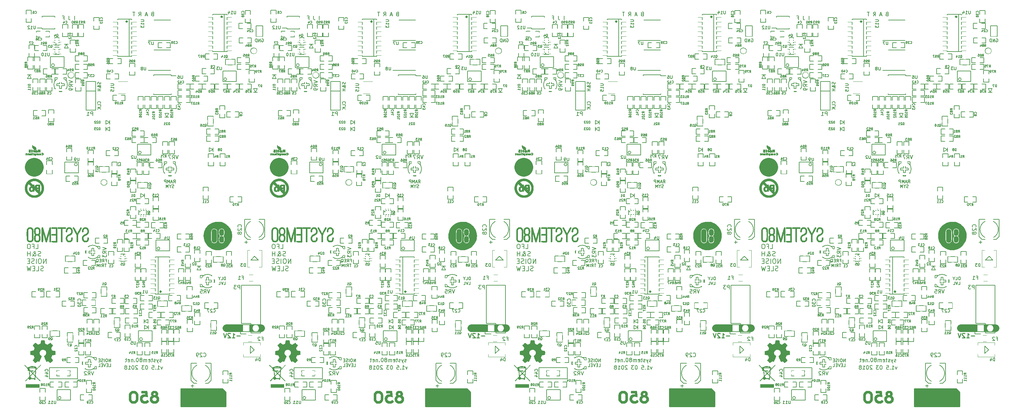
<source format=gbo>
G04 #@! TF.FileFunction,Legend,Bot*
%FSLAX46Y46*%
G04 Gerber Fmt 4.6, Leading zero omitted, Abs format (unit mm)*
G04 Created by KiCad (PCBNEW 4.0.2-stable) date 2018-03-19 11:23:05 AM*
%MOMM*%
G01*
G04 APERTURE LIST*
%ADD10C,0.100000*%
%ADD11C,0.152400*%
%ADD12C,0.150000*%
%ADD13C,5.000000*%
%ADD14C,0.203200*%
%ADD15C,0.200000*%
%ADD16C,0.250000*%
%ADD17C,2.000000*%
%ADD18C,0.002540*%
%ADD19C,0.010000*%
%ADD20C,0.127000*%
%ADD21C,0.381000*%
%ADD22C,0.066040*%
%ADD23C,0.120000*%
%ADD24C,0.101600*%
%ADD25C,0.254000*%
%ADD26C,2.020000*%
%ADD27O,2.000000X2.000000*%
%ADD28R,0.920000X0.820000*%
%ADD29R,1.470000X0.470000*%
%ADD30R,1.520000X0.470000*%
%ADD31R,0.721040X1.020760*%
%ADD32R,1.320480X0.420000*%
%ADD33R,2.219640X0.619440*%
%ADD34R,1.620000X2.820000*%
%ADD35C,1.520000*%
%ADD36R,0.782000X0.629600*%
%ADD37R,1.080000X0.670000*%
%ADD38R,0.629600X0.782000*%
%ADD39R,1.620000X1.520000*%
%ADD40R,1.220000X1.220000*%
%ADD41R,1.544000X1.544000*%
%ADD42C,1.544000*%
%ADD43R,0.817560X0.418780*%
%ADD44R,1.163000X1.417000*%
%ADD45C,1.320000*%
%ADD46R,1.417000X1.163000*%
%ADD47R,1.020760X0.721040*%
%ADD48R,1.747200X1.747200*%
%ADD49O,1.747200X1.747200*%
%ADD50R,1.020000X1.270000*%
%ADD51R,2.417760X2.417760*%
%ADD52R,1.620000X3.020000*%
%ADD53R,1.520000X1.620000*%
%ADD54R,0.418780X0.817560*%
%ADD55C,1.220000*%
%ADD56C,2.018980*%
%ADD57O,4.020000X2.520000*%
%ADD58O,2.520000X2.020000*%
%ADD59O,1.520000X3.520000*%
%ADD60O,2.520000X4.020000*%
%ADD61O,2.020000X2.520000*%
%ADD62O,3.520000X1.520000*%
%ADD63R,1.520000X2.020000*%
%ADD64C,2.270000*%
G04 APERTURE END LIST*
D10*
D11*
X288967619Y-126622535D02*
X289238552Y-126235488D01*
X289432076Y-126622535D02*
X289432076Y-125809735D01*
X289122438Y-125809735D01*
X289045029Y-125848440D01*
X289006324Y-125887145D01*
X288967619Y-125964554D01*
X288967619Y-126080669D01*
X289006324Y-126158078D01*
X289045029Y-126196783D01*
X289122438Y-126235488D01*
X289432076Y-126235488D01*
X288657981Y-126390307D02*
X288270933Y-126390307D01*
X288735390Y-126622535D02*
X288464457Y-125809735D01*
X288193524Y-126622535D01*
X287922590Y-126622535D02*
X287922590Y-125809735D01*
X287651657Y-126390307D01*
X287380724Y-125809735D01*
X287380724Y-126622535D01*
X286993676Y-126622535D02*
X286993676Y-125809735D01*
X286684038Y-125809735D01*
X286606629Y-125848440D01*
X286567924Y-125887145D01*
X286529219Y-125964554D01*
X286529219Y-126080669D01*
X286567924Y-126158078D01*
X286606629Y-126196783D01*
X286684038Y-126235488D01*
X286993676Y-126235488D01*
X289045028Y-127874150D02*
X288928914Y-127912855D01*
X288735390Y-127912855D01*
X288657980Y-127874150D01*
X288619276Y-127835446D01*
X288580571Y-127758036D01*
X288580571Y-127680627D01*
X288619276Y-127603217D01*
X288657980Y-127564512D01*
X288735390Y-127525808D01*
X288890209Y-127487103D01*
X288967618Y-127448398D01*
X289006323Y-127409693D01*
X289045028Y-127332284D01*
X289045028Y-127254874D01*
X289006323Y-127177465D01*
X288967618Y-127138760D01*
X288890209Y-127100055D01*
X288696685Y-127100055D01*
X288580571Y-127138760D01*
X288077409Y-127525808D02*
X288077409Y-127912855D01*
X288348342Y-127100055D02*
X288077409Y-127525808D01*
X287806476Y-127100055D01*
X287535542Y-127912855D02*
X287535542Y-127100055D01*
X287264609Y-127680627D01*
X286993676Y-127100055D01*
X286993676Y-127912855D01*
D12*
X283380952Y-81678571D02*
X283238095Y-81726190D01*
X283190476Y-81773810D01*
X283142857Y-81869048D01*
X283142857Y-82011905D01*
X283190476Y-82107143D01*
X283238095Y-82154762D01*
X283333333Y-82202381D01*
X283714286Y-82202381D01*
X283714286Y-81202381D01*
X283380952Y-81202381D01*
X283285714Y-81250000D01*
X283238095Y-81297619D01*
X283190476Y-81392857D01*
X283190476Y-81488095D01*
X283238095Y-81583333D01*
X283285714Y-81630952D01*
X283380952Y-81678571D01*
X283714286Y-81678571D01*
X282000000Y-81916667D02*
X281523809Y-81916667D01*
X282095238Y-82202381D02*
X281761905Y-81202381D01*
X281428571Y-82202381D01*
X279761904Y-82202381D02*
X280095238Y-81726190D01*
X280333333Y-82202381D02*
X280333333Y-81202381D01*
X279952380Y-81202381D01*
X279857142Y-81250000D01*
X279809523Y-81297619D01*
X279761904Y-81392857D01*
X279761904Y-81535714D01*
X279809523Y-81630952D01*
X279857142Y-81678571D01*
X279952380Y-81726190D01*
X280333333Y-81726190D01*
X278714285Y-81202381D02*
X278142856Y-81202381D01*
X278428571Y-82202381D02*
X278428571Y-81202381D01*
D11*
X312371212Y-88343600D02*
X312448863Y-88304895D01*
X312565340Y-88304895D01*
X312681817Y-88343600D01*
X312759469Y-88421010D01*
X312798294Y-88498419D01*
X312837120Y-88653238D01*
X312837120Y-88769352D01*
X312798294Y-88924171D01*
X312759469Y-89001581D01*
X312681817Y-89078990D01*
X312565340Y-89117695D01*
X312487689Y-89117695D01*
X312371212Y-89078990D01*
X312332386Y-89040286D01*
X312332386Y-88769352D01*
X312487689Y-88769352D01*
X311982954Y-89117695D02*
X311982954Y-88304895D01*
X311517046Y-89117695D01*
X311517046Y-88304895D01*
X311128788Y-89117695D02*
X311128788Y-88304895D01*
X310934660Y-88304895D01*
X310818183Y-88343600D01*
X310740531Y-88421010D01*
X310701706Y-88498419D01*
X310662880Y-88653238D01*
X310662880Y-88769352D01*
X310701706Y-88924171D01*
X310740531Y-89001581D01*
X310818183Y-89078990D01*
X310934660Y-89117695D01*
X311128788Y-89117695D01*
D13*
X186940000Y-122400000D02*
X186950000Y-122400000D01*
D14*
X204578990Y-99838857D02*
X204617695Y-99954971D01*
X204617695Y-100148495D01*
X204578990Y-100225905D01*
X204540286Y-100264609D01*
X204462876Y-100303314D01*
X204385467Y-100303314D01*
X204308057Y-100264609D01*
X204269352Y-100225905D01*
X204230648Y-100148495D01*
X204191943Y-99993676D01*
X204153238Y-99916267D01*
X204114533Y-99877562D01*
X204037124Y-99838857D01*
X203959714Y-99838857D01*
X203882305Y-99877562D01*
X203843600Y-99916267D01*
X203804895Y-99993676D01*
X203804895Y-100187200D01*
X203843600Y-100303314D01*
X204617695Y-101309638D02*
X204617695Y-101270933D01*
X204578990Y-101193523D01*
X204462876Y-101077409D01*
X204230648Y-100883885D01*
X204114533Y-100806476D01*
X203998419Y-100767771D01*
X203921010Y-100767771D01*
X203843600Y-100806476D01*
X203804895Y-100883885D01*
X203804895Y-100922590D01*
X203843600Y-101000000D01*
X203921010Y-101038704D01*
X203959714Y-101038704D01*
X204037124Y-101000000D01*
X204075829Y-100961295D01*
X204230648Y-100729066D01*
X204269352Y-100690362D01*
X204346762Y-100651657D01*
X204462876Y-100651657D01*
X204540286Y-100690362D01*
X204578990Y-100729066D01*
X204617695Y-100806476D01*
X204617695Y-100922590D01*
X204578990Y-101000000D01*
X204540286Y-101038704D01*
X204385467Y-101154819D01*
X204269352Y-101193523D01*
X204191943Y-101193523D01*
X204617695Y-101657981D02*
X203804895Y-101657981D01*
X204191943Y-101657981D02*
X204191943Y-102122438D01*
X204617695Y-102122438D02*
X203804895Y-102122438D01*
X204540286Y-105516191D02*
X204578990Y-105477486D01*
X204617695Y-105361372D01*
X204617695Y-105283962D01*
X204578990Y-105167848D01*
X204501581Y-105090439D01*
X204424171Y-105051734D01*
X204269352Y-105013029D01*
X204153238Y-105013029D01*
X203998419Y-105051734D01*
X203921010Y-105090439D01*
X203843600Y-105167848D01*
X203804895Y-105283962D01*
X203804895Y-105361372D01*
X203843600Y-105477486D01*
X203882305Y-105516191D01*
X204617695Y-106251581D02*
X204617695Y-105864534D01*
X203804895Y-105864534D01*
X204617695Y-106522515D02*
X203804895Y-106522515D01*
X204617695Y-106986972D02*
X204153238Y-106638629D01*
X203804895Y-106986972D02*
X204269352Y-106522515D01*
D12*
X197671429Y-83252381D02*
X197671429Y-82252381D01*
X196147619Y-82252381D02*
X196147619Y-82966667D01*
X196195239Y-83109524D01*
X196290477Y-83204762D01*
X196433334Y-83252381D01*
X196528572Y-83252381D01*
X194576190Y-82728571D02*
X194909524Y-82728571D01*
X194909524Y-83252381D02*
X194909524Y-82252381D01*
X194433333Y-82252381D01*
D15*
X252400001Y-144140476D02*
X252995239Y-144140476D01*
X252995239Y-142890476D01*
X251566667Y-143485714D02*
X251983334Y-143485714D01*
X251983334Y-144140476D02*
X251983334Y-142890476D01*
X251388096Y-142890476D01*
X250673810Y-142890476D02*
X250435714Y-142890476D01*
X250316667Y-142950000D01*
X250197619Y-143069048D01*
X250138095Y-143307143D01*
X250138095Y-143723810D01*
X250197619Y-143961905D01*
X250316667Y-144080952D01*
X250435714Y-144140476D01*
X250673810Y-144140476D01*
X250792857Y-144080952D01*
X250911905Y-143961905D01*
X250971429Y-143723810D01*
X250971429Y-143307143D01*
X250911905Y-143069048D01*
X250792857Y-142950000D01*
X250673810Y-142890476D01*
X253709524Y-146030952D02*
X253530952Y-146090476D01*
X253233333Y-146090476D01*
X253114286Y-146030952D01*
X253054762Y-145971429D01*
X252995238Y-145852381D01*
X252995238Y-145733333D01*
X253054762Y-145614286D01*
X253114286Y-145554762D01*
X253233333Y-145495238D01*
X253471429Y-145435714D01*
X253590476Y-145376190D01*
X253650000Y-145316667D01*
X253709524Y-145197619D01*
X253709524Y-145078571D01*
X253650000Y-144959524D01*
X253590476Y-144900000D01*
X253471429Y-144840476D01*
X253173809Y-144840476D01*
X252995238Y-144900000D01*
X251447619Y-146090476D02*
X251507143Y-146090476D01*
X251626191Y-146030952D01*
X251804762Y-145852381D01*
X252102381Y-145495238D01*
X252221429Y-145316667D01*
X252280953Y-145138095D01*
X252280953Y-145019048D01*
X252221429Y-144900000D01*
X252102381Y-144840476D01*
X252042857Y-144840476D01*
X251923810Y-144900000D01*
X251864286Y-145019048D01*
X251864286Y-145078571D01*
X251923810Y-145197619D01*
X251983333Y-145257143D01*
X252340476Y-145495238D01*
X252400000Y-145554762D01*
X252459524Y-145673810D01*
X252459524Y-145852381D01*
X252400000Y-145971429D01*
X252340476Y-146030952D01*
X252221429Y-146090476D01*
X252042857Y-146090476D01*
X251923810Y-146030952D01*
X251864286Y-145971429D01*
X251685714Y-145733333D01*
X251626191Y-145554762D01*
X251626191Y-145435714D01*
X250911905Y-146090476D02*
X250911905Y-144840476D01*
X250911905Y-145435714D02*
X250197619Y-145435714D01*
X250197619Y-146090476D02*
X250197619Y-144840476D01*
X255138095Y-148040476D02*
X255138095Y-146790476D01*
X254423809Y-148040476D01*
X254423809Y-146790476D01*
X253590476Y-146790476D02*
X253352380Y-146790476D01*
X253233333Y-146850000D01*
X253114285Y-146969048D01*
X253054761Y-147207143D01*
X253054761Y-147623810D01*
X253114285Y-147861905D01*
X253233333Y-147980952D01*
X253352380Y-148040476D01*
X253590476Y-148040476D01*
X253709523Y-147980952D01*
X253828571Y-147861905D01*
X253888095Y-147623810D01*
X253888095Y-147207143D01*
X253828571Y-146969048D01*
X253709523Y-146850000D01*
X253590476Y-146790476D01*
X252519047Y-148040476D02*
X252519047Y-146790476D01*
X251983333Y-147980952D02*
X251804761Y-148040476D01*
X251507142Y-148040476D01*
X251388095Y-147980952D01*
X251328571Y-147921429D01*
X251269047Y-147802381D01*
X251269047Y-147683333D01*
X251328571Y-147564286D01*
X251388095Y-147504762D01*
X251507142Y-147445238D01*
X251745238Y-147385714D01*
X251864285Y-147326190D01*
X251923809Y-147266667D01*
X251983333Y-147147619D01*
X251983333Y-147028571D01*
X251923809Y-146909524D01*
X251864285Y-146850000D01*
X251745238Y-146790476D01*
X251447618Y-146790476D01*
X251269047Y-146850000D01*
X250733333Y-147385714D02*
X250316666Y-147385714D01*
X250138095Y-148040476D02*
X250733333Y-148040476D01*
X250733333Y-146790476D01*
X250138095Y-146790476D01*
X254423809Y-149930952D02*
X254245237Y-149990476D01*
X253947618Y-149990476D01*
X253828571Y-149930952D01*
X253769047Y-149871429D01*
X253709523Y-149752381D01*
X253709523Y-149633333D01*
X253769047Y-149514286D01*
X253828571Y-149454762D01*
X253947618Y-149395238D01*
X254185714Y-149335714D01*
X254304761Y-149276190D01*
X254364285Y-149216667D01*
X254423809Y-149097619D01*
X254423809Y-148978571D01*
X254364285Y-148859524D01*
X254304761Y-148800000D01*
X254185714Y-148740476D01*
X253888094Y-148740476D01*
X253709523Y-148800000D01*
X252578571Y-149990476D02*
X253173809Y-149990476D01*
X253173809Y-148740476D01*
X252161904Y-149335714D02*
X251745237Y-149335714D01*
X251566666Y-149990476D02*
X252161904Y-149990476D01*
X252161904Y-148740476D01*
X251566666Y-148740476D01*
X251150000Y-148740476D02*
X250852381Y-149990476D01*
X250614285Y-149097619D01*
X250376190Y-149990476D01*
X250078571Y-148740476D01*
D11*
X270933733Y-147246783D02*
X271204666Y-147246783D01*
X271204666Y-147672535D02*
X271204666Y-146859735D01*
X270817619Y-146859735D01*
X270043523Y-147672535D02*
X270314456Y-147285488D01*
X270507980Y-147672535D02*
X270507980Y-146859735D01*
X270198342Y-146859735D01*
X270120933Y-146898440D01*
X270082228Y-146937145D01*
X270043523Y-147014554D01*
X270043523Y-147130669D01*
X270082228Y-147208078D01*
X270120933Y-147246783D01*
X270198342Y-147285488D01*
X270507980Y-147285488D01*
X269695180Y-147246783D02*
X269424247Y-147246783D01*
X269308133Y-147672535D02*
X269695180Y-147672535D01*
X269695180Y-146859735D01*
X269308133Y-146859735D01*
X268417924Y-147749945D02*
X268495333Y-147711240D01*
X268572743Y-147633830D01*
X268688857Y-147517716D01*
X268766266Y-147479011D01*
X268843676Y-147479011D01*
X268804971Y-147672535D02*
X268882381Y-147633830D01*
X268959790Y-147556421D01*
X268998495Y-147401602D01*
X268998495Y-147130669D01*
X268959790Y-146975850D01*
X268882381Y-146898440D01*
X268804971Y-146859735D01*
X268650152Y-146859735D01*
X268572743Y-146898440D01*
X268495333Y-146975850D01*
X268456628Y-147130669D01*
X268456628Y-147401602D01*
X268495333Y-147556421D01*
X268572743Y-147633830D01*
X268650152Y-147672535D01*
X268804971Y-147672535D01*
X271146609Y-148150055D02*
X270682152Y-148150055D01*
X270914381Y-148962855D02*
X270914381Y-148150055D01*
X269946762Y-148962855D02*
X270217695Y-148575808D01*
X270411219Y-148962855D02*
X270411219Y-148150055D01*
X270101581Y-148150055D01*
X270024172Y-148188760D01*
X269985467Y-148227465D01*
X269946762Y-148304874D01*
X269946762Y-148420989D01*
X269985467Y-148498398D01*
X270024172Y-148537103D01*
X270101581Y-148575808D01*
X270411219Y-148575808D01*
X269598419Y-148962855D02*
X269598419Y-148150055D01*
X269211371Y-148962855D02*
X269211371Y-148150055D01*
X268940438Y-148730627D01*
X268669505Y-148150055D01*
X268669505Y-148962855D01*
X272306247Y-174222535D02*
X272306247Y-173409735D01*
X271841790Y-174222535D01*
X271841790Y-173409735D01*
X271299923Y-173409735D02*
X271145104Y-173409735D01*
X271067695Y-173448440D01*
X270990285Y-173525850D01*
X270951580Y-173680669D01*
X270951580Y-173951602D01*
X270990285Y-174106421D01*
X271067695Y-174183830D01*
X271145104Y-174222535D01*
X271299923Y-174222535D01*
X271377333Y-174183830D01*
X271454742Y-174106421D01*
X271493447Y-173951602D01*
X271493447Y-173680669D01*
X271454742Y-173525850D01*
X271377333Y-173448440D01*
X271299923Y-173409735D01*
X270603237Y-174222535D02*
X270603237Y-173409735D01*
X270254894Y-174183830D02*
X270138780Y-174222535D01*
X269945256Y-174222535D01*
X269867846Y-174183830D01*
X269829142Y-174145126D01*
X269790437Y-174067716D01*
X269790437Y-173990307D01*
X269829142Y-173912897D01*
X269867846Y-173874192D01*
X269945256Y-173835488D01*
X270100075Y-173796783D01*
X270177484Y-173758078D01*
X270216189Y-173719373D01*
X270254894Y-173641964D01*
X270254894Y-173564554D01*
X270216189Y-173487145D01*
X270177484Y-173448440D01*
X270100075Y-173409735D01*
X269906551Y-173409735D01*
X269790437Y-173448440D01*
X269442094Y-173796783D02*
X269171161Y-173796783D01*
X269055047Y-174222535D02*
X269442094Y-174222535D01*
X269442094Y-173409735D01*
X269055047Y-173409735D01*
X271861143Y-175512855D02*
X272248190Y-175512855D01*
X272248190Y-174700055D01*
X271590209Y-175087103D02*
X271319276Y-175087103D01*
X271203162Y-175512855D02*
X271590209Y-175512855D01*
X271590209Y-174700055D01*
X271203162Y-174700055D01*
X270970933Y-174700055D02*
X270700000Y-175512855D01*
X270429067Y-174700055D01*
X270158133Y-175087103D02*
X269887200Y-175087103D01*
X269771086Y-175512855D02*
X270158133Y-175512855D01*
X270158133Y-174700055D01*
X269771086Y-174700055D01*
X269035696Y-175512855D02*
X269422743Y-175512855D01*
X269422743Y-174700055D01*
D12*
X285738096Y-174154762D02*
X285642858Y-174202381D01*
X285452382Y-174202381D01*
X285357143Y-174154762D01*
X285309524Y-174059524D01*
X285309524Y-174011905D01*
X285357143Y-173916667D01*
X285452382Y-173869048D01*
X285595239Y-173869048D01*
X285690477Y-173821429D01*
X285738096Y-173726190D01*
X285738096Y-173678571D01*
X285690477Y-173583333D01*
X285595239Y-173535714D01*
X285452382Y-173535714D01*
X285357143Y-173583333D01*
X284976191Y-173535714D02*
X284738096Y-174202381D01*
X284500000Y-173535714D02*
X284738096Y-174202381D01*
X284833334Y-174440476D01*
X284880953Y-174488095D01*
X284976191Y-174535714D01*
X284166667Y-174154762D02*
X284071429Y-174202381D01*
X283880953Y-174202381D01*
X283785714Y-174154762D01*
X283738095Y-174059524D01*
X283738095Y-174011905D01*
X283785714Y-173916667D01*
X283880953Y-173869048D01*
X284023810Y-173869048D01*
X284119048Y-173821429D01*
X284166667Y-173726190D01*
X284166667Y-173678571D01*
X284119048Y-173583333D01*
X284023810Y-173535714D01*
X283880953Y-173535714D01*
X283785714Y-173583333D01*
X283452381Y-173535714D02*
X283071429Y-173535714D01*
X283309524Y-173202381D02*
X283309524Y-174059524D01*
X283261905Y-174154762D01*
X283166667Y-174202381D01*
X283071429Y-174202381D01*
X282357142Y-174154762D02*
X282452380Y-174202381D01*
X282642857Y-174202381D01*
X282738095Y-174154762D01*
X282785714Y-174059524D01*
X282785714Y-173678571D01*
X282738095Y-173583333D01*
X282642857Y-173535714D01*
X282452380Y-173535714D01*
X282357142Y-173583333D01*
X282309523Y-173678571D01*
X282309523Y-173773810D01*
X282785714Y-173869048D01*
X281880952Y-174202381D02*
X281880952Y-173535714D01*
X281880952Y-173630952D02*
X281833333Y-173583333D01*
X281738095Y-173535714D01*
X281595237Y-173535714D01*
X281499999Y-173583333D01*
X281452380Y-173678571D01*
X281452380Y-174202381D01*
X281452380Y-173678571D02*
X281404761Y-173583333D01*
X281309523Y-173535714D01*
X281166666Y-173535714D01*
X281071428Y-173583333D01*
X281023809Y-173678571D01*
X281023809Y-174202381D01*
X280404762Y-173630952D02*
X280500000Y-173583333D01*
X280547619Y-173535714D01*
X280595238Y-173440476D01*
X280595238Y-173392857D01*
X280547619Y-173297619D01*
X280500000Y-173250000D01*
X280404762Y-173202381D01*
X280214285Y-173202381D01*
X280119047Y-173250000D01*
X280071428Y-173297619D01*
X280023809Y-173392857D01*
X280023809Y-173440476D01*
X280071428Y-173535714D01*
X280119047Y-173583333D01*
X280214285Y-173630952D01*
X280404762Y-173630952D01*
X280500000Y-173678571D01*
X280547619Y-173726190D01*
X280595238Y-173821429D01*
X280595238Y-174011905D01*
X280547619Y-174107143D01*
X280500000Y-174154762D01*
X280404762Y-174202381D01*
X280214285Y-174202381D01*
X280119047Y-174154762D01*
X280071428Y-174107143D01*
X280023809Y-174011905D01*
X280023809Y-173821429D01*
X280071428Y-173726190D01*
X280119047Y-173678571D01*
X280214285Y-173630952D01*
X279404762Y-173202381D02*
X279309523Y-173202381D01*
X279214285Y-173250000D01*
X279166666Y-173297619D01*
X279119047Y-173392857D01*
X279071428Y-173583333D01*
X279071428Y-173821429D01*
X279119047Y-174011905D01*
X279166666Y-174107143D01*
X279214285Y-174154762D01*
X279309523Y-174202381D01*
X279404762Y-174202381D01*
X279500000Y-174154762D01*
X279547619Y-174107143D01*
X279595238Y-174011905D01*
X279642857Y-173821429D01*
X279642857Y-173583333D01*
X279595238Y-173392857D01*
X279547619Y-173297619D01*
X279500000Y-173250000D01*
X279404762Y-173202381D01*
X278642857Y-174107143D02*
X278595238Y-174154762D01*
X278642857Y-174202381D01*
X278690476Y-174154762D01*
X278642857Y-174107143D01*
X278642857Y-174202381D01*
X278166667Y-173535714D02*
X278166667Y-174202381D01*
X278166667Y-173630952D02*
X278119048Y-173583333D01*
X278023810Y-173535714D01*
X277880952Y-173535714D01*
X277785714Y-173583333D01*
X277738095Y-173678571D01*
X277738095Y-174202381D01*
X276880952Y-174154762D02*
X276976190Y-174202381D01*
X277166667Y-174202381D01*
X277261905Y-174154762D01*
X277309524Y-174059524D01*
X277309524Y-173678571D01*
X277261905Y-173583333D01*
X277166667Y-173535714D01*
X276976190Y-173535714D01*
X276880952Y-173583333D01*
X276833333Y-173678571D01*
X276833333Y-173773810D01*
X277309524Y-173869048D01*
X276547619Y-173535714D02*
X276166667Y-173535714D01*
X276404762Y-173202381D02*
X276404762Y-174059524D01*
X276357143Y-174154762D01*
X276261905Y-174202381D01*
X276166667Y-174202381D01*
X286047619Y-175535714D02*
X285809524Y-176202381D01*
X285571428Y-175535714D01*
X284666666Y-176202381D02*
X285238095Y-176202381D01*
X284952381Y-176202381D02*
X284952381Y-175202381D01*
X285047619Y-175345238D01*
X285142857Y-175440476D01*
X285238095Y-175488095D01*
X284238095Y-176107143D02*
X284190476Y-176154762D01*
X284238095Y-176202381D01*
X284285714Y-176154762D01*
X284238095Y-176107143D01*
X284238095Y-176202381D01*
X283285714Y-175202381D02*
X283761905Y-175202381D01*
X283809524Y-175678571D01*
X283761905Y-175630952D01*
X283666667Y-175583333D01*
X283428571Y-175583333D01*
X283333333Y-175630952D01*
X283285714Y-175678571D01*
X283238095Y-175773810D01*
X283238095Y-176011905D01*
X283285714Y-176107143D01*
X283333333Y-176154762D01*
X283428571Y-176202381D01*
X283666667Y-176202381D01*
X283761905Y-176154762D01*
X283809524Y-176107143D01*
X281857143Y-175202381D02*
X281761904Y-175202381D01*
X281666666Y-175250000D01*
X281619047Y-175297619D01*
X281571428Y-175392857D01*
X281523809Y-175583333D01*
X281523809Y-175821429D01*
X281571428Y-176011905D01*
X281619047Y-176107143D01*
X281666666Y-176154762D01*
X281761904Y-176202381D01*
X281857143Y-176202381D01*
X281952381Y-176154762D01*
X282000000Y-176107143D01*
X282047619Y-176011905D01*
X282095238Y-175821429D01*
X282095238Y-175583333D01*
X282047619Y-175392857D01*
X282000000Y-175297619D01*
X281952381Y-175250000D01*
X281857143Y-175202381D01*
X281190476Y-175202381D02*
X280571428Y-175202381D01*
X280904762Y-175583333D01*
X280761904Y-175583333D01*
X280666666Y-175630952D01*
X280619047Y-175678571D01*
X280571428Y-175773810D01*
X280571428Y-176011905D01*
X280619047Y-176107143D01*
X280666666Y-176154762D01*
X280761904Y-176202381D01*
X281047619Y-176202381D01*
X281142857Y-176154762D01*
X281190476Y-176107143D01*
X279428571Y-175297619D02*
X279380952Y-175250000D01*
X279285714Y-175202381D01*
X279047618Y-175202381D01*
X278952380Y-175250000D01*
X278904761Y-175297619D01*
X278857142Y-175392857D01*
X278857142Y-175488095D01*
X278904761Y-175630952D01*
X279476190Y-176202381D01*
X278857142Y-176202381D01*
X278238095Y-175202381D02*
X278142856Y-175202381D01*
X278047618Y-175250000D01*
X277999999Y-175297619D01*
X277952380Y-175392857D01*
X277904761Y-175583333D01*
X277904761Y-175821429D01*
X277952380Y-176011905D01*
X277999999Y-176107143D01*
X278047618Y-176154762D01*
X278142856Y-176202381D01*
X278238095Y-176202381D01*
X278333333Y-176154762D01*
X278380952Y-176107143D01*
X278428571Y-176011905D01*
X278476190Y-175821429D01*
X278476190Y-175583333D01*
X278428571Y-175392857D01*
X278380952Y-175297619D01*
X278333333Y-175250000D01*
X278238095Y-175202381D01*
X276952380Y-176202381D02*
X277523809Y-176202381D01*
X277238095Y-176202381D02*
X277238095Y-175202381D01*
X277333333Y-175345238D01*
X277428571Y-175440476D01*
X277523809Y-175488095D01*
X276380952Y-175630952D02*
X276476190Y-175583333D01*
X276523809Y-175535714D01*
X276571428Y-175440476D01*
X276571428Y-175392857D01*
X276523809Y-175297619D01*
X276476190Y-175250000D01*
X276380952Y-175202381D01*
X276190475Y-175202381D01*
X276095237Y-175250000D01*
X276047618Y-175297619D01*
X275999999Y-175392857D01*
X275999999Y-175440476D01*
X276047618Y-175535714D01*
X276095237Y-175583333D01*
X276190475Y-175630952D01*
X276380952Y-175630952D01*
X276476190Y-175678571D01*
X276523809Y-175726190D01*
X276571428Y-175821429D01*
X276571428Y-176011905D01*
X276523809Y-176107143D01*
X276476190Y-176154762D01*
X276380952Y-176202381D01*
X276190475Y-176202381D01*
X276095237Y-176154762D01*
X276047618Y-176107143D01*
X275999999Y-176011905D01*
X275999999Y-175821429D01*
X276047618Y-175726190D01*
X276095237Y-175678571D01*
X276190475Y-175630952D01*
D16*
X306614285Y-167335714D02*
X305699999Y-167335714D01*
X304499999Y-167792857D02*
X305185714Y-167792857D01*
X304842856Y-167792857D02*
X304842856Y-166592857D01*
X304957142Y-166764286D01*
X305071428Y-166878571D01*
X305185714Y-166935714D01*
X304042857Y-166707143D02*
X303985714Y-166650000D01*
X303871428Y-166592857D01*
X303585714Y-166592857D01*
X303471428Y-166650000D01*
X303414285Y-166707143D01*
X303357142Y-166821429D01*
X303357142Y-166935714D01*
X303414285Y-167107143D01*
X304099999Y-167792857D01*
X303357142Y-167792857D01*
X303014285Y-166592857D02*
X302614285Y-167792857D01*
X302214285Y-166592857D01*
D17*
X312250000Y-165250000D02*
X303000000Y-165250000D01*
D11*
X302790209Y-152422535D02*
X302790209Y-151609735D01*
X302596685Y-151609735D01*
X302480571Y-151648440D01*
X302403162Y-151725850D01*
X302364457Y-151803259D01*
X302325752Y-151958078D01*
X302325752Y-152074192D01*
X302364457Y-152229011D01*
X302403162Y-152306421D01*
X302480571Y-152383830D01*
X302596685Y-152422535D01*
X302790209Y-152422535D01*
X301590362Y-152422535D02*
X301977409Y-152422535D01*
X301977409Y-151609735D01*
X301164609Y-152035488D02*
X301164609Y-152422535D01*
X301435542Y-151609735D02*
X301164609Y-152035488D01*
X300893676Y-151609735D01*
X302325753Y-153712855D02*
X302712800Y-153712855D01*
X302712800Y-152900055D01*
X302170933Y-152900055D02*
X301900000Y-153712855D01*
X301629067Y-152900055D01*
X300971086Y-153712855D02*
X301358133Y-153712855D01*
X301358133Y-152900055D01*
D12*
X262671429Y-83252381D02*
X262671429Y-82252381D01*
X261147619Y-82252381D02*
X261147619Y-82966667D01*
X261195239Y-83109524D01*
X261290477Y-83204762D01*
X261433334Y-83252381D01*
X261528572Y-83252381D01*
X259576190Y-82728571D02*
X259909524Y-82728571D01*
X259909524Y-83252381D02*
X259909524Y-82252381D01*
X259433333Y-82252381D01*
D14*
X269578990Y-99838857D02*
X269617695Y-99954971D01*
X269617695Y-100148495D01*
X269578990Y-100225905D01*
X269540286Y-100264609D01*
X269462876Y-100303314D01*
X269385467Y-100303314D01*
X269308057Y-100264609D01*
X269269352Y-100225905D01*
X269230648Y-100148495D01*
X269191943Y-99993676D01*
X269153238Y-99916267D01*
X269114533Y-99877562D01*
X269037124Y-99838857D01*
X268959714Y-99838857D01*
X268882305Y-99877562D01*
X268843600Y-99916267D01*
X268804895Y-99993676D01*
X268804895Y-100187200D01*
X268843600Y-100303314D01*
X269617695Y-101309638D02*
X269617695Y-101270933D01*
X269578990Y-101193523D01*
X269462876Y-101077409D01*
X269230648Y-100883885D01*
X269114533Y-100806476D01*
X268998419Y-100767771D01*
X268921010Y-100767771D01*
X268843600Y-100806476D01*
X268804895Y-100883885D01*
X268804895Y-100922590D01*
X268843600Y-101000000D01*
X268921010Y-101038704D01*
X268959714Y-101038704D01*
X269037124Y-101000000D01*
X269075829Y-100961295D01*
X269230648Y-100729066D01*
X269269352Y-100690362D01*
X269346762Y-100651657D01*
X269462876Y-100651657D01*
X269540286Y-100690362D01*
X269578990Y-100729066D01*
X269617695Y-100806476D01*
X269617695Y-100922590D01*
X269578990Y-101000000D01*
X269540286Y-101038704D01*
X269385467Y-101154819D01*
X269269352Y-101193523D01*
X269191943Y-101193523D01*
X269617695Y-101657981D02*
X268804895Y-101657981D01*
X269191943Y-101657981D02*
X269191943Y-102122438D01*
X269617695Y-102122438D02*
X268804895Y-102122438D01*
X269540286Y-105516191D02*
X269578990Y-105477486D01*
X269617695Y-105361372D01*
X269617695Y-105283962D01*
X269578990Y-105167848D01*
X269501581Y-105090439D01*
X269424171Y-105051734D01*
X269269352Y-105013029D01*
X269153238Y-105013029D01*
X268998419Y-105051734D01*
X268921010Y-105090439D01*
X268843600Y-105167848D01*
X268804895Y-105283962D01*
X268804895Y-105361372D01*
X268843600Y-105477486D01*
X268882305Y-105516191D01*
X269617695Y-106251581D02*
X269617695Y-105864534D01*
X268804895Y-105864534D01*
X269617695Y-106522515D02*
X268804895Y-106522515D01*
X269617695Y-106986972D02*
X269153238Y-106638629D01*
X268804895Y-106986972D02*
X269269352Y-106522515D01*
D13*
X251940000Y-122400000D02*
X251950000Y-122400000D01*
D12*
X218380952Y-81678571D02*
X218238095Y-81726190D01*
X218190476Y-81773810D01*
X218142857Y-81869048D01*
X218142857Y-82011905D01*
X218190476Y-82107143D01*
X218238095Y-82154762D01*
X218333333Y-82202381D01*
X218714286Y-82202381D01*
X218714286Y-81202381D01*
X218380952Y-81202381D01*
X218285714Y-81250000D01*
X218238095Y-81297619D01*
X218190476Y-81392857D01*
X218190476Y-81488095D01*
X218238095Y-81583333D01*
X218285714Y-81630952D01*
X218380952Y-81678571D01*
X218714286Y-81678571D01*
X217000000Y-81916667D02*
X216523809Y-81916667D01*
X217095238Y-82202381D02*
X216761905Y-81202381D01*
X216428571Y-82202381D01*
X214761904Y-82202381D02*
X215095238Y-81726190D01*
X215333333Y-82202381D02*
X215333333Y-81202381D01*
X214952380Y-81202381D01*
X214857142Y-81250000D01*
X214809523Y-81297619D01*
X214761904Y-81392857D01*
X214761904Y-81535714D01*
X214809523Y-81630952D01*
X214857142Y-81678571D01*
X214952380Y-81726190D01*
X215333333Y-81726190D01*
X213714285Y-81202381D02*
X213142856Y-81202381D01*
X213428571Y-82202381D02*
X213428571Y-81202381D01*
D11*
X247371212Y-88343600D02*
X247448863Y-88304895D01*
X247565340Y-88304895D01*
X247681817Y-88343600D01*
X247759469Y-88421010D01*
X247798294Y-88498419D01*
X247837120Y-88653238D01*
X247837120Y-88769352D01*
X247798294Y-88924171D01*
X247759469Y-89001581D01*
X247681817Y-89078990D01*
X247565340Y-89117695D01*
X247487689Y-89117695D01*
X247371212Y-89078990D01*
X247332386Y-89040286D01*
X247332386Y-88769352D01*
X247487689Y-88769352D01*
X246982954Y-89117695D02*
X246982954Y-88304895D01*
X246517046Y-89117695D01*
X246517046Y-88304895D01*
X246128788Y-89117695D02*
X246128788Y-88304895D01*
X245934660Y-88304895D01*
X245818183Y-88343600D01*
X245740531Y-88421010D01*
X245701706Y-88498419D01*
X245662880Y-88653238D01*
X245662880Y-88769352D01*
X245701706Y-88924171D01*
X245740531Y-89001581D01*
X245818183Y-89078990D01*
X245934660Y-89117695D01*
X246128788Y-89117695D01*
X223967619Y-126622535D02*
X224238552Y-126235488D01*
X224432076Y-126622535D02*
X224432076Y-125809735D01*
X224122438Y-125809735D01*
X224045029Y-125848440D01*
X224006324Y-125887145D01*
X223967619Y-125964554D01*
X223967619Y-126080669D01*
X224006324Y-126158078D01*
X224045029Y-126196783D01*
X224122438Y-126235488D01*
X224432076Y-126235488D01*
X223657981Y-126390307D02*
X223270933Y-126390307D01*
X223735390Y-126622535D02*
X223464457Y-125809735D01*
X223193524Y-126622535D01*
X222922590Y-126622535D02*
X222922590Y-125809735D01*
X222651657Y-126390307D01*
X222380724Y-125809735D01*
X222380724Y-126622535D01*
X221993676Y-126622535D02*
X221993676Y-125809735D01*
X221684038Y-125809735D01*
X221606629Y-125848440D01*
X221567924Y-125887145D01*
X221529219Y-125964554D01*
X221529219Y-126080669D01*
X221567924Y-126158078D01*
X221606629Y-126196783D01*
X221684038Y-126235488D01*
X221993676Y-126235488D01*
X224045028Y-127874150D02*
X223928914Y-127912855D01*
X223735390Y-127912855D01*
X223657980Y-127874150D01*
X223619276Y-127835446D01*
X223580571Y-127758036D01*
X223580571Y-127680627D01*
X223619276Y-127603217D01*
X223657980Y-127564512D01*
X223735390Y-127525808D01*
X223890209Y-127487103D01*
X223967618Y-127448398D01*
X224006323Y-127409693D01*
X224045028Y-127332284D01*
X224045028Y-127254874D01*
X224006323Y-127177465D01*
X223967618Y-127138760D01*
X223890209Y-127100055D01*
X223696685Y-127100055D01*
X223580571Y-127138760D01*
X223077409Y-127525808D02*
X223077409Y-127912855D01*
X223348342Y-127100055D02*
X223077409Y-127525808D01*
X222806476Y-127100055D01*
X222535542Y-127912855D02*
X222535542Y-127100055D01*
X222264609Y-127680627D01*
X221993676Y-127100055D01*
X221993676Y-127912855D01*
D15*
X187400001Y-144140476D02*
X187995239Y-144140476D01*
X187995239Y-142890476D01*
X186566667Y-143485714D02*
X186983334Y-143485714D01*
X186983334Y-144140476D02*
X186983334Y-142890476D01*
X186388096Y-142890476D01*
X185673810Y-142890476D02*
X185435714Y-142890476D01*
X185316667Y-142950000D01*
X185197619Y-143069048D01*
X185138095Y-143307143D01*
X185138095Y-143723810D01*
X185197619Y-143961905D01*
X185316667Y-144080952D01*
X185435714Y-144140476D01*
X185673810Y-144140476D01*
X185792857Y-144080952D01*
X185911905Y-143961905D01*
X185971429Y-143723810D01*
X185971429Y-143307143D01*
X185911905Y-143069048D01*
X185792857Y-142950000D01*
X185673810Y-142890476D01*
X188709524Y-146030952D02*
X188530952Y-146090476D01*
X188233333Y-146090476D01*
X188114286Y-146030952D01*
X188054762Y-145971429D01*
X187995238Y-145852381D01*
X187995238Y-145733333D01*
X188054762Y-145614286D01*
X188114286Y-145554762D01*
X188233333Y-145495238D01*
X188471429Y-145435714D01*
X188590476Y-145376190D01*
X188650000Y-145316667D01*
X188709524Y-145197619D01*
X188709524Y-145078571D01*
X188650000Y-144959524D01*
X188590476Y-144900000D01*
X188471429Y-144840476D01*
X188173809Y-144840476D01*
X187995238Y-144900000D01*
X186447619Y-146090476D02*
X186507143Y-146090476D01*
X186626191Y-146030952D01*
X186804762Y-145852381D01*
X187102381Y-145495238D01*
X187221429Y-145316667D01*
X187280953Y-145138095D01*
X187280953Y-145019048D01*
X187221429Y-144900000D01*
X187102381Y-144840476D01*
X187042857Y-144840476D01*
X186923810Y-144900000D01*
X186864286Y-145019048D01*
X186864286Y-145078571D01*
X186923810Y-145197619D01*
X186983333Y-145257143D01*
X187340476Y-145495238D01*
X187400000Y-145554762D01*
X187459524Y-145673810D01*
X187459524Y-145852381D01*
X187400000Y-145971429D01*
X187340476Y-146030952D01*
X187221429Y-146090476D01*
X187042857Y-146090476D01*
X186923810Y-146030952D01*
X186864286Y-145971429D01*
X186685714Y-145733333D01*
X186626191Y-145554762D01*
X186626191Y-145435714D01*
X185911905Y-146090476D02*
X185911905Y-144840476D01*
X185911905Y-145435714D02*
X185197619Y-145435714D01*
X185197619Y-146090476D02*
X185197619Y-144840476D01*
X190138095Y-148040476D02*
X190138095Y-146790476D01*
X189423809Y-148040476D01*
X189423809Y-146790476D01*
X188590476Y-146790476D02*
X188352380Y-146790476D01*
X188233333Y-146850000D01*
X188114285Y-146969048D01*
X188054761Y-147207143D01*
X188054761Y-147623810D01*
X188114285Y-147861905D01*
X188233333Y-147980952D01*
X188352380Y-148040476D01*
X188590476Y-148040476D01*
X188709523Y-147980952D01*
X188828571Y-147861905D01*
X188888095Y-147623810D01*
X188888095Y-147207143D01*
X188828571Y-146969048D01*
X188709523Y-146850000D01*
X188590476Y-146790476D01*
X187519047Y-148040476D02*
X187519047Y-146790476D01*
X186983333Y-147980952D02*
X186804761Y-148040476D01*
X186507142Y-148040476D01*
X186388095Y-147980952D01*
X186328571Y-147921429D01*
X186269047Y-147802381D01*
X186269047Y-147683333D01*
X186328571Y-147564286D01*
X186388095Y-147504762D01*
X186507142Y-147445238D01*
X186745238Y-147385714D01*
X186864285Y-147326190D01*
X186923809Y-147266667D01*
X186983333Y-147147619D01*
X186983333Y-147028571D01*
X186923809Y-146909524D01*
X186864285Y-146850000D01*
X186745238Y-146790476D01*
X186447618Y-146790476D01*
X186269047Y-146850000D01*
X185733333Y-147385714D02*
X185316666Y-147385714D01*
X185138095Y-148040476D02*
X185733333Y-148040476D01*
X185733333Y-146790476D01*
X185138095Y-146790476D01*
X189423809Y-149930952D02*
X189245237Y-149990476D01*
X188947618Y-149990476D01*
X188828571Y-149930952D01*
X188769047Y-149871429D01*
X188709523Y-149752381D01*
X188709523Y-149633333D01*
X188769047Y-149514286D01*
X188828571Y-149454762D01*
X188947618Y-149395238D01*
X189185714Y-149335714D01*
X189304761Y-149276190D01*
X189364285Y-149216667D01*
X189423809Y-149097619D01*
X189423809Y-148978571D01*
X189364285Y-148859524D01*
X189304761Y-148800000D01*
X189185714Y-148740476D01*
X188888094Y-148740476D01*
X188709523Y-148800000D01*
X187578571Y-149990476D02*
X188173809Y-149990476D01*
X188173809Y-148740476D01*
X187161904Y-149335714D02*
X186745237Y-149335714D01*
X186566666Y-149990476D02*
X187161904Y-149990476D01*
X187161904Y-148740476D01*
X186566666Y-148740476D01*
X186150000Y-148740476D02*
X185852381Y-149990476D01*
X185614285Y-149097619D01*
X185376190Y-149990476D01*
X185078571Y-148740476D01*
D11*
X205933733Y-147246783D02*
X206204666Y-147246783D01*
X206204666Y-147672535D02*
X206204666Y-146859735D01*
X205817619Y-146859735D01*
X205043523Y-147672535D02*
X205314456Y-147285488D01*
X205507980Y-147672535D02*
X205507980Y-146859735D01*
X205198342Y-146859735D01*
X205120933Y-146898440D01*
X205082228Y-146937145D01*
X205043523Y-147014554D01*
X205043523Y-147130669D01*
X205082228Y-147208078D01*
X205120933Y-147246783D01*
X205198342Y-147285488D01*
X205507980Y-147285488D01*
X204695180Y-147246783D02*
X204424247Y-147246783D01*
X204308133Y-147672535D02*
X204695180Y-147672535D01*
X204695180Y-146859735D01*
X204308133Y-146859735D01*
X203417924Y-147749945D02*
X203495333Y-147711240D01*
X203572743Y-147633830D01*
X203688857Y-147517716D01*
X203766266Y-147479011D01*
X203843676Y-147479011D01*
X203804971Y-147672535D02*
X203882381Y-147633830D01*
X203959790Y-147556421D01*
X203998495Y-147401602D01*
X203998495Y-147130669D01*
X203959790Y-146975850D01*
X203882381Y-146898440D01*
X203804971Y-146859735D01*
X203650152Y-146859735D01*
X203572743Y-146898440D01*
X203495333Y-146975850D01*
X203456628Y-147130669D01*
X203456628Y-147401602D01*
X203495333Y-147556421D01*
X203572743Y-147633830D01*
X203650152Y-147672535D01*
X203804971Y-147672535D01*
X206146609Y-148150055D02*
X205682152Y-148150055D01*
X205914381Y-148962855D02*
X205914381Y-148150055D01*
X204946762Y-148962855D02*
X205217695Y-148575808D01*
X205411219Y-148962855D02*
X205411219Y-148150055D01*
X205101581Y-148150055D01*
X205024172Y-148188760D01*
X204985467Y-148227465D01*
X204946762Y-148304874D01*
X204946762Y-148420989D01*
X204985467Y-148498398D01*
X205024172Y-148537103D01*
X205101581Y-148575808D01*
X205411219Y-148575808D01*
X204598419Y-148962855D02*
X204598419Y-148150055D01*
X204211371Y-148962855D02*
X204211371Y-148150055D01*
X203940438Y-148730627D01*
X203669505Y-148150055D01*
X203669505Y-148962855D01*
X207306247Y-174222535D02*
X207306247Y-173409735D01*
X206841790Y-174222535D01*
X206841790Y-173409735D01*
X206299923Y-173409735D02*
X206145104Y-173409735D01*
X206067695Y-173448440D01*
X205990285Y-173525850D01*
X205951580Y-173680669D01*
X205951580Y-173951602D01*
X205990285Y-174106421D01*
X206067695Y-174183830D01*
X206145104Y-174222535D01*
X206299923Y-174222535D01*
X206377333Y-174183830D01*
X206454742Y-174106421D01*
X206493447Y-173951602D01*
X206493447Y-173680669D01*
X206454742Y-173525850D01*
X206377333Y-173448440D01*
X206299923Y-173409735D01*
X205603237Y-174222535D02*
X205603237Y-173409735D01*
X205254894Y-174183830D02*
X205138780Y-174222535D01*
X204945256Y-174222535D01*
X204867846Y-174183830D01*
X204829142Y-174145126D01*
X204790437Y-174067716D01*
X204790437Y-173990307D01*
X204829142Y-173912897D01*
X204867846Y-173874192D01*
X204945256Y-173835488D01*
X205100075Y-173796783D01*
X205177484Y-173758078D01*
X205216189Y-173719373D01*
X205254894Y-173641964D01*
X205254894Y-173564554D01*
X205216189Y-173487145D01*
X205177484Y-173448440D01*
X205100075Y-173409735D01*
X204906551Y-173409735D01*
X204790437Y-173448440D01*
X204442094Y-173796783D02*
X204171161Y-173796783D01*
X204055047Y-174222535D02*
X204442094Y-174222535D01*
X204442094Y-173409735D01*
X204055047Y-173409735D01*
X206861143Y-175512855D02*
X207248190Y-175512855D01*
X207248190Y-174700055D01*
X206590209Y-175087103D02*
X206319276Y-175087103D01*
X206203162Y-175512855D02*
X206590209Y-175512855D01*
X206590209Y-174700055D01*
X206203162Y-174700055D01*
X205970933Y-174700055D02*
X205700000Y-175512855D01*
X205429067Y-174700055D01*
X205158133Y-175087103D02*
X204887200Y-175087103D01*
X204771086Y-175512855D02*
X205158133Y-175512855D01*
X205158133Y-174700055D01*
X204771086Y-174700055D01*
X204035696Y-175512855D02*
X204422743Y-175512855D01*
X204422743Y-174700055D01*
X237790209Y-152422535D02*
X237790209Y-151609735D01*
X237596685Y-151609735D01*
X237480571Y-151648440D01*
X237403162Y-151725850D01*
X237364457Y-151803259D01*
X237325752Y-151958078D01*
X237325752Y-152074192D01*
X237364457Y-152229011D01*
X237403162Y-152306421D01*
X237480571Y-152383830D01*
X237596685Y-152422535D01*
X237790209Y-152422535D01*
X236590362Y-152422535D02*
X236977409Y-152422535D01*
X236977409Y-151609735D01*
X236164609Y-152035488D02*
X236164609Y-152422535D01*
X236435542Y-151609735D02*
X236164609Y-152035488D01*
X235893676Y-151609735D01*
X237325753Y-153712855D02*
X237712800Y-153712855D01*
X237712800Y-152900055D01*
X237170933Y-152900055D02*
X236900000Y-153712855D01*
X236629067Y-152900055D01*
X235971086Y-153712855D02*
X236358133Y-153712855D01*
X236358133Y-152900055D01*
D17*
X247250000Y-165250000D02*
X238000000Y-165250000D01*
D16*
X241614285Y-167335714D02*
X240699999Y-167335714D01*
X239499999Y-167792857D02*
X240185714Y-167792857D01*
X239842856Y-167792857D02*
X239842856Y-166592857D01*
X239957142Y-166764286D01*
X240071428Y-166878571D01*
X240185714Y-166935714D01*
X239042857Y-166707143D02*
X238985714Y-166650000D01*
X238871428Y-166592857D01*
X238585714Y-166592857D01*
X238471428Y-166650000D01*
X238414285Y-166707143D01*
X238357142Y-166821429D01*
X238357142Y-166935714D01*
X238414285Y-167107143D01*
X239099999Y-167792857D01*
X238357142Y-167792857D01*
X238014285Y-166592857D02*
X237614285Y-167792857D01*
X237214285Y-166592857D01*
D12*
X220738096Y-174154762D02*
X220642858Y-174202381D01*
X220452382Y-174202381D01*
X220357143Y-174154762D01*
X220309524Y-174059524D01*
X220309524Y-174011905D01*
X220357143Y-173916667D01*
X220452382Y-173869048D01*
X220595239Y-173869048D01*
X220690477Y-173821429D01*
X220738096Y-173726190D01*
X220738096Y-173678571D01*
X220690477Y-173583333D01*
X220595239Y-173535714D01*
X220452382Y-173535714D01*
X220357143Y-173583333D01*
X219976191Y-173535714D02*
X219738096Y-174202381D01*
X219500000Y-173535714D02*
X219738096Y-174202381D01*
X219833334Y-174440476D01*
X219880953Y-174488095D01*
X219976191Y-174535714D01*
X219166667Y-174154762D02*
X219071429Y-174202381D01*
X218880953Y-174202381D01*
X218785714Y-174154762D01*
X218738095Y-174059524D01*
X218738095Y-174011905D01*
X218785714Y-173916667D01*
X218880953Y-173869048D01*
X219023810Y-173869048D01*
X219119048Y-173821429D01*
X219166667Y-173726190D01*
X219166667Y-173678571D01*
X219119048Y-173583333D01*
X219023810Y-173535714D01*
X218880953Y-173535714D01*
X218785714Y-173583333D01*
X218452381Y-173535714D02*
X218071429Y-173535714D01*
X218309524Y-173202381D02*
X218309524Y-174059524D01*
X218261905Y-174154762D01*
X218166667Y-174202381D01*
X218071429Y-174202381D01*
X217357142Y-174154762D02*
X217452380Y-174202381D01*
X217642857Y-174202381D01*
X217738095Y-174154762D01*
X217785714Y-174059524D01*
X217785714Y-173678571D01*
X217738095Y-173583333D01*
X217642857Y-173535714D01*
X217452380Y-173535714D01*
X217357142Y-173583333D01*
X217309523Y-173678571D01*
X217309523Y-173773810D01*
X217785714Y-173869048D01*
X216880952Y-174202381D02*
X216880952Y-173535714D01*
X216880952Y-173630952D02*
X216833333Y-173583333D01*
X216738095Y-173535714D01*
X216595237Y-173535714D01*
X216499999Y-173583333D01*
X216452380Y-173678571D01*
X216452380Y-174202381D01*
X216452380Y-173678571D02*
X216404761Y-173583333D01*
X216309523Y-173535714D01*
X216166666Y-173535714D01*
X216071428Y-173583333D01*
X216023809Y-173678571D01*
X216023809Y-174202381D01*
X215404762Y-173630952D02*
X215500000Y-173583333D01*
X215547619Y-173535714D01*
X215595238Y-173440476D01*
X215595238Y-173392857D01*
X215547619Y-173297619D01*
X215500000Y-173250000D01*
X215404762Y-173202381D01*
X215214285Y-173202381D01*
X215119047Y-173250000D01*
X215071428Y-173297619D01*
X215023809Y-173392857D01*
X215023809Y-173440476D01*
X215071428Y-173535714D01*
X215119047Y-173583333D01*
X215214285Y-173630952D01*
X215404762Y-173630952D01*
X215500000Y-173678571D01*
X215547619Y-173726190D01*
X215595238Y-173821429D01*
X215595238Y-174011905D01*
X215547619Y-174107143D01*
X215500000Y-174154762D01*
X215404762Y-174202381D01*
X215214285Y-174202381D01*
X215119047Y-174154762D01*
X215071428Y-174107143D01*
X215023809Y-174011905D01*
X215023809Y-173821429D01*
X215071428Y-173726190D01*
X215119047Y-173678571D01*
X215214285Y-173630952D01*
X214404762Y-173202381D02*
X214309523Y-173202381D01*
X214214285Y-173250000D01*
X214166666Y-173297619D01*
X214119047Y-173392857D01*
X214071428Y-173583333D01*
X214071428Y-173821429D01*
X214119047Y-174011905D01*
X214166666Y-174107143D01*
X214214285Y-174154762D01*
X214309523Y-174202381D01*
X214404762Y-174202381D01*
X214500000Y-174154762D01*
X214547619Y-174107143D01*
X214595238Y-174011905D01*
X214642857Y-173821429D01*
X214642857Y-173583333D01*
X214595238Y-173392857D01*
X214547619Y-173297619D01*
X214500000Y-173250000D01*
X214404762Y-173202381D01*
X213642857Y-174107143D02*
X213595238Y-174154762D01*
X213642857Y-174202381D01*
X213690476Y-174154762D01*
X213642857Y-174107143D01*
X213642857Y-174202381D01*
X213166667Y-173535714D02*
X213166667Y-174202381D01*
X213166667Y-173630952D02*
X213119048Y-173583333D01*
X213023810Y-173535714D01*
X212880952Y-173535714D01*
X212785714Y-173583333D01*
X212738095Y-173678571D01*
X212738095Y-174202381D01*
X211880952Y-174154762D02*
X211976190Y-174202381D01*
X212166667Y-174202381D01*
X212261905Y-174154762D01*
X212309524Y-174059524D01*
X212309524Y-173678571D01*
X212261905Y-173583333D01*
X212166667Y-173535714D01*
X211976190Y-173535714D01*
X211880952Y-173583333D01*
X211833333Y-173678571D01*
X211833333Y-173773810D01*
X212309524Y-173869048D01*
X211547619Y-173535714D02*
X211166667Y-173535714D01*
X211404762Y-173202381D02*
X211404762Y-174059524D01*
X211357143Y-174154762D01*
X211261905Y-174202381D01*
X211166667Y-174202381D01*
X221047619Y-175535714D02*
X220809524Y-176202381D01*
X220571428Y-175535714D01*
X219666666Y-176202381D02*
X220238095Y-176202381D01*
X219952381Y-176202381D02*
X219952381Y-175202381D01*
X220047619Y-175345238D01*
X220142857Y-175440476D01*
X220238095Y-175488095D01*
X219238095Y-176107143D02*
X219190476Y-176154762D01*
X219238095Y-176202381D01*
X219285714Y-176154762D01*
X219238095Y-176107143D01*
X219238095Y-176202381D01*
X218285714Y-175202381D02*
X218761905Y-175202381D01*
X218809524Y-175678571D01*
X218761905Y-175630952D01*
X218666667Y-175583333D01*
X218428571Y-175583333D01*
X218333333Y-175630952D01*
X218285714Y-175678571D01*
X218238095Y-175773810D01*
X218238095Y-176011905D01*
X218285714Y-176107143D01*
X218333333Y-176154762D01*
X218428571Y-176202381D01*
X218666667Y-176202381D01*
X218761905Y-176154762D01*
X218809524Y-176107143D01*
X216857143Y-175202381D02*
X216761904Y-175202381D01*
X216666666Y-175250000D01*
X216619047Y-175297619D01*
X216571428Y-175392857D01*
X216523809Y-175583333D01*
X216523809Y-175821429D01*
X216571428Y-176011905D01*
X216619047Y-176107143D01*
X216666666Y-176154762D01*
X216761904Y-176202381D01*
X216857143Y-176202381D01*
X216952381Y-176154762D01*
X217000000Y-176107143D01*
X217047619Y-176011905D01*
X217095238Y-175821429D01*
X217095238Y-175583333D01*
X217047619Y-175392857D01*
X217000000Y-175297619D01*
X216952381Y-175250000D01*
X216857143Y-175202381D01*
X216190476Y-175202381D02*
X215571428Y-175202381D01*
X215904762Y-175583333D01*
X215761904Y-175583333D01*
X215666666Y-175630952D01*
X215619047Y-175678571D01*
X215571428Y-175773810D01*
X215571428Y-176011905D01*
X215619047Y-176107143D01*
X215666666Y-176154762D01*
X215761904Y-176202381D01*
X216047619Y-176202381D01*
X216142857Y-176154762D01*
X216190476Y-176107143D01*
X214428571Y-175297619D02*
X214380952Y-175250000D01*
X214285714Y-175202381D01*
X214047618Y-175202381D01*
X213952380Y-175250000D01*
X213904761Y-175297619D01*
X213857142Y-175392857D01*
X213857142Y-175488095D01*
X213904761Y-175630952D01*
X214476190Y-176202381D01*
X213857142Y-176202381D01*
X213238095Y-175202381D02*
X213142856Y-175202381D01*
X213047618Y-175250000D01*
X212999999Y-175297619D01*
X212952380Y-175392857D01*
X212904761Y-175583333D01*
X212904761Y-175821429D01*
X212952380Y-176011905D01*
X212999999Y-176107143D01*
X213047618Y-176154762D01*
X213142856Y-176202381D01*
X213238095Y-176202381D01*
X213333333Y-176154762D01*
X213380952Y-176107143D01*
X213428571Y-176011905D01*
X213476190Y-175821429D01*
X213476190Y-175583333D01*
X213428571Y-175392857D01*
X213380952Y-175297619D01*
X213333333Y-175250000D01*
X213238095Y-175202381D01*
X211952380Y-176202381D02*
X212523809Y-176202381D01*
X212238095Y-176202381D02*
X212238095Y-175202381D01*
X212333333Y-175345238D01*
X212428571Y-175440476D01*
X212523809Y-175488095D01*
X211380952Y-175630952D02*
X211476190Y-175583333D01*
X211523809Y-175535714D01*
X211571428Y-175440476D01*
X211571428Y-175392857D01*
X211523809Y-175297619D01*
X211476190Y-175250000D01*
X211380952Y-175202381D01*
X211190475Y-175202381D01*
X211095237Y-175250000D01*
X211047618Y-175297619D01*
X210999999Y-175392857D01*
X210999999Y-175440476D01*
X211047618Y-175535714D01*
X211095237Y-175583333D01*
X211190475Y-175630952D01*
X211380952Y-175630952D01*
X211476190Y-175678571D01*
X211523809Y-175726190D01*
X211571428Y-175821429D01*
X211571428Y-176011905D01*
X211523809Y-176107143D01*
X211476190Y-176154762D01*
X211380952Y-176202381D01*
X211190475Y-176202381D01*
X211095237Y-176154762D01*
X211047618Y-176107143D01*
X210999999Y-176011905D01*
X210999999Y-175821429D01*
X211047618Y-175726190D01*
X211095237Y-175678571D01*
X211190475Y-175630952D01*
D14*
X139578990Y-99838857D02*
X139617695Y-99954971D01*
X139617695Y-100148495D01*
X139578990Y-100225905D01*
X139540286Y-100264609D01*
X139462876Y-100303314D01*
X139385467Y-100303314D01*
X139308057Y-100264609D01*
X139269352Y-100225905D01*
X139230648Y-100148495D01*
X139191943Y-99993676D01*
X139153238Y-99916267D01*
X139114533Y-99877562D01*
X139037124Y-99838857D01*
X138959714Y-99838857D01*
X138882305Y-99877562D01*
X138843600Y-99916267D01*
X138804895Y-99993676D01*
X138804895Y-100187200D01*
X138843600Y-100303314D01*
X139617695Y-101309638D02*
X139617695Y-101270933D01*
X139578990Y-101193523D01*
X139462876Y-101077409D01*
X139230648Y-100883885D01*
X139114533Y-100806476D01*
X138998419Y-100767771D01*
X138921010Y-100767771D01*
X138843600Y-100806476D01*
X138804895Y-100883885D01*
X138804895Y-100922590D01*
X138843600Y-101000000D01*
X138921010Y-101038704D01*
X138959714Y-101038704D01*
X139037124Y-101000000D01*
X139075829Y-100961295D01*
X139230648Y-100729066D01*
X139269352Y-100690362D01*
X139346762Y-100651657D01*
X139462876Y-100651657D01*
X139540286Y-100690362D01*
X139578990Y-100729066D01*
X139617695Y-100806476D01*
X139617695Y-100922590D01*
X139578990Y-101000000D01*
X139540286Y-101038704D01*
X139385467Y-101154819D01*
X139269352Y-101193523D01*
X139191943Y-101193523D01*
X139617695Y-101657981D02*
X138804895Y-101657981D01*
X139191943Y-101657981D02*
X139191943Y-102122438D01*
X139617695Y-102122438D02*
X138804895Y-102122438D01*
X139540286Y-105516191D02*
X139578990Y-105477486D01*
X139617695Y-105361372D01*
X139617695Y-105283962D01*
X139578990Y-105167848D01*
X139501581Y-105090439D01*
X139424171Y-105051734D01*
X139269352Y-105013029D01*
X139153238Y-105013029D01*
X138998419Y-105051734D01*
X138921010Y-105090439D01*
X138843600Y-105167848D01*
X138804895Y-105283962D01*
X138804895Y-105361372D01*
X138843600Y-105477486D01*
X138882305Y-105516191D01*
X139617695Y-106251581D02*
X139617695Y-105864534D01*
X138804895Y-105864534D01*
X139617695Y-106522515D02*
X138804895Y-106522515D01*
X139617695Y-106986972D02*
X139153238Y-106638629D01*
X138804895Y-106986972D02*
X139269352Y-106522515D01*
D12*
X153380952Y-81678571D02*
X153238095Y-81726190D01*
X153190476Y-81773810D01*
X153142857Y-81869048D01*
X153142857Y-82011905D01*
X153190476Y-82107143D01*
X153238095Y-82154762D01*
X153333333Y-82202381D01*
X153714286Y-82202381D01*
X153714286Y-81202381D01*
X153380952Y-81202381D01*
X153285714Y-81250000D01*
X153238095Y-81297619D01*
X153190476Y-81392857D01*
X153190476Y-81488095D01*
X153238095Y-81583333D01*
X153285714Y-81630952D01*
X153380952Y-81678571D01*
X153714286Y-81678571D01*
X152000000Y-81916667D02*
X151523809Y-81916667D01*
X152095238Y-82202381D02*
X151761905Y-81202381D01*
X151428571Y-82202381D01*
X149761904Y-82202381D02*
X150095238Y-81726190D01*
X150333333Y-82202381D02*
X150333333Y-81202381D01*
X149952380Y-81202381D01*
X149857142Y-81250000D01*
X149809523Y-81297619D01*
X149761904Y-81392857D01*
X149761904Y-81535714D01*
X149809523Y-81630952D01*
X149857142Y-81678571D01*
X149952380Y-81726190D01*
X150333333Y-81726190D01*
X148714285Y-81202381D02*
X148142856Y-81202381D01*
X148428571Y-82202381D02*
X148428571Y-81202381D01*
D13*
X121940000Y-122400000D02*
X121950000Y-122400000D01*
D12*
X132671429Y-83252381D02*
X132671429Y-82252381D01*
X131147619Y-82252381D02*
X131147619Y-82966667D01*
X131195239Y-83109524D01*
X131290477Y-83204762D01*
X131433334Y-83252381D01*
X131528572Y-83252381D01*
X129576190Y-82728571D02*
X129909524Y-82728571D01*
X129909524Y-83252381D02*
X129909524Y-82252381D01*
X129433333Y-82252381D01*
D11*
X182371212Y-88343600D02*
X182448863Y-88304895D01*
X182565340Y-88304895D01*
X182681817Y-88343600D01*
X182759469Y-88421010D01*
X182798294Y-88498419D01*
X182837120Y-88653238D01*
X182837120Y-88769352D01*
X182798294Y-88924171D01*
X182759469Y-89001581D01*
X182681817Y-89078990D01*
X182565340Y-89117695D01*
X182487689Y-89117695D01*
X182371212Y-89078990D01*
X182332386Y-89040286D01*
X182332386Y-88769352D01*
X182487689Y-88769352D01*
X181982954Y-89117695D02*
X181982954Y-88304895D01*
X181517046Y-89117695D01*
X181517046Y-88304895D01*
X181128788Y-89117695D02*
X181128788Y-88304895D01*
X180934660Y-88304895D01*
X180818183Y-88343600D01*
X180740531Y-88421010D01*
X180701706Y-88498419D01*
X180662880Y-88653238D01*
X180662880Y-88769352D01*
X180701706Y-88924171D01*
X180740531Y-89001581D01*
X180818183Y-89078990D01*
X180934660Y-89117695D01*
X181128788Y-89117695D01*
X158967619Y-126622535D02*
X159238552Y-126235488D01*
X159432076Y-126622535D02*
X159432076Y-125809735D01*
X159122438Y-125809735D01*
X159045029Y-125848440D01*
X159006324Y-125887145D01*
X158967619Y-125964554D01*
X158967619Y-126080669D01*
X159006324Y-126158078D01*
X159045029Y-126196783D01*
X159122438Y-126235488D01*
X159432076Y-126235488D01*
X158657981Y-126390307D02*
X158270933Y-126390307D01*
X158735390Y-126622535D02*
X158464457Y-125809735D01*
X158193524Y-126622535D01*
X157922590Y-126622535D02*
X157922590Y-125809735D01*
X157651657Y-126390307D01*
X157380724Y-125809735D01*
X157380724Y-126622535D01*
X156993676Y-126622535D02*
X156993676Y-125809735D01*
X156684038Y-125809735D01*
X156606629Y-125848440D01*
X156567924Y-125887145D01*
X156529219Y-125964554D01*
X156529219Y-126080669D01*
X156567924Y-126158078D01*
X156606629Y-126196783D01*
X156684038Y-126235488D01*
X156993676Y-126235488D01*
X159045028Y-127874150D02*
X158928914Y-127912855D01*
X158735390Y-127912855D01*
X158657980Y-127874150D01*
X158619276Y-127835446D01*
X158580571Y-127758036D01*
X158580571Y-127680627D01*
X158619276Y-127603217D01*
X158657980Y-127564512D01*
X158735390Y-127525808D01*
X158890209Y-127487103D01*
X158967618Y-127448398D01*
X159006323Y-127409693D01*
X159045028Y-127332284D01*
X159045028Y-127254874D01*
X159006323Y-127177465D01*
X158967618Y-127138760D01*
X158890209Y-127100055D01*
X158696685Y-127100055D01*
X158580571Y-127138760D01*
X158077409Y-127525808D02*
X158077409Y-127912855D01*
X158348342Y-127100055D02*
X158077409Y-127525808D01*
X157806476Y-127100055D01*
X157535542Y-127912855D02*
X157535542Y-127100055D01*
X157264609Y-127680627D01*
X156993676Y-127100055D01*
X156993676Y-127912855D01*
D12*
X155738096Y-174154762D02*
X155642858Y-174202381D01*
X155452382Y-174202381D01*
X155357143Y-174154762D01*
X155309524Y-174059524D01*
X155309524Y-174011905D01*
X155357143Y-173916667D01*
X155452382Y-173869048D01*
X155595239Y-173869048D01*
X155690477Y-173821429D01*
X155738096Y-173726190D01*
X155738096Y-173678571D01*
X155690477Y-173583333D01*
X155595239Y-173535714D01*
X155452382Y-173535714D01*
X155357143Y-173583333D01*
X154976191Y-173535714D02*
X154738096Y-174202381D01*
X154500000Y-173535714D02*
X154738096Y-174202381D01*
X154833334Y-174440476D01*
X154880953Y-174488095D01*
X154976191Y-174535714D01*
X154166667Y-174154762D02*
X154071429Y-174202381D01*
X153880953Y-174202381D01*
X153785714Y-174154762D01*
X153738095Y-174059524D01*
X153738095Y-174011905D01*
X153785714Y-173916667D01*
X153880953Y-173869048D01*
X154023810Y-173869048D01*
X154119048Y-173821429D01*
X154166667Y-173726190D01*
X154166667Y-173678571D01*
X154119048Y-173583333D01*
X154023810Y-173535714D01*
X153880953Y-173535714D01*
X153785714Y-173583333D01*
X153452381Y-173535714D02*
X153071429Y-173535714D01*
X153309524Y-173202381D02*
X153309524Y-174059524D01*
X153261905Y-174154762D01*
X153166667Y-174202381D01*
X153071429Y-174202381D01*
X152357142Y-174154762D02*
X152452380Y-174202381D01*
X152642857Y-174202381D01*
X152738095Y-174154762D01*
X152785714Y-174059524D01*
X152785714Y-173678571D01*
X152738095Y-173583333D01*
X152642857Y-173535714D01*
X152452380Y-173535714D01*
X152357142Y-173583333D01*
X152309523Y-173678571D01*
X152309523Y-173773810D01*
X152785714Y-173869048D01*
X151880952Y-174202381D02*
X151880952Y-173535714D01*
X151880952Y-173630952D02*
X151833333Y-173583333D01*
X151738095Y-173535714D01*
X151595237Y-173535714D01*
X151499999Y-173583333D01*
X151452380Y-173678571D01*
X151452380Y-174202381D01*
X151452380Y-173678571D02*
X151404761Y-173583333D01*
X151309523Y-173535714D01*
X151166666Y-173535714D01*
X151071428Y-173583333D01*
X151023809Y-173678571D01*
X151023809Y-174202381D01*
X150404762Y-173630952D02*
X150500000Y-173583333D01*
X150547619Y-173535714D01*
X150595238Y-173440476D01*
X150595238Y-173392857D01*
X150547619Y-173297619D01*
X150500000Y-173250000D01*
X150404762Y-173202381D01*
X150214285Y-173202381D01*
X150119047Y-173250000D01*
X150071428Y-173297619D01*
X150023809Y-173392857D01*
X150023809Y-173440476D01*
X150071428Y-173535714D01*
X150119047Y-173583333D01*
X150214285Y-173630952D01*
X150404762Y-173630952D01*
X150500000Y-173678571D01*
X150547619Y-173726190D01*
X150595238Y-173821429D01*
X150595238Y-174011905D01*
X150547619Y-174107143D01*
X150500000Y-174154762D01*
X150404762Y-174202381D01*
X150214285Y-174202381D01*
X150119047Y-174154762D01*
X150071428Y-174107143D01*
X150023809Y-174011905D01*
X150023809Y-173821429D01*
X150071428Y-173726190D01*
X150119047Y-173678571D01*
X150214285Y-173630952D01*
X149404762Y-173202381D02*
X149309523Y-173202381D01*
X149214285Y-173250000D01*
X149166666Y-173297619D01*
X149119047Y-173392857D01*
X149071428Y-173583333D01*
X149071428Y-173821429D01*
X149119047Y-174011905D01*
X149166666Y-174107143D01*
X149214285Y-174154762D01*
X149309523Y-174202381D01*
X149404762Y-174202381D01*
X149500000Y-174154762D01*
X149547619Y-174107143D01*
X149595238Y-174011905D01*
X149642857Y-173821429D01*
X149642857Y-173583333D01*
X149595238Y-173392857D01*
X149547619Y-173297619D01*
X149500000Y-173250000D01*
X149404762Y-173202381D01*
X148642857Y-174107143D02*
X148595238Y-174154762D01*
X148642857Y-174202381D01*
X148690476Y-174154762D01*
X148642857Y-174107143D01*
X148642857Y-174202381D01*
X148166667Y-173535714D02*
X148166667Y-174202381D01*
X148166667Y-173630952D02*
X148119048Y-173583333D01*
X148023810Y-173535714D01*
X147880952Y-173535714D01*
X147785714Y-173583333D01*
X147738095Y-173678571D01*
X147738095Y-174202381D01*
X146880952Y-174154762D02*
X146976190Y-174202381D01*
X147166667Y-174202381D01*
X147261905Y-174154762D01*
X147309524Y-174059524D01*
X147309524Y-173678571D01*
X147261905Y-173583333D01*
X147166667Y-173535714D01*
X146976190Y-173535714D01*
X146880952Y-173583333D01*
X146833333Y-173678571D01*
X146833333Y-173773810D01*
X147309524Y-173869048D01*
X146547619Y-173535714D02*
X146166667Y-173535714D01*
X146404762Y-173202381D02*
X146404762Y-174059524D01*
X146357143Y-174154762D01*
X146261905Y-174202381D01*
X146166667Y-174202381D01*
D11*
X142306247Y-174222535D02*
X142306247Y-173409735D01*
X141841790Y-174222535D01*
X141841790Y-173409735D01*
X141299923Y-173409735D02*
X141145104Y-173409735D01*
X141067695Y-173448440D01*
X140990285Y-173525850D01*
X140951580Y-173680669D01*
X140951580Y-173951602D01*
X140990285Y-174106421D01*
X141067695Y-174183830D01*
X141145104Y-174222535D01*
X141299923Y-174222535D01*
X141377333Y-174183830D01*
X141454742Y-174106421D01*
X141493447Y-173951602D01*
X141493447Y-173680669D01*
X141454742Y-173525850D01*
X141377333Y-173448440D01*
X141299923Y-173409735D01*
X140603237Y-174222535D02*
X140603237Y-173409735D01*
X140254894Y-174183830D02*
X140138780Y-174222535D01*
X139945256Y-174222535D01*
X139867846Y-174183830D01*
X139829142Y-174145126D01*
X139790437Y-174067716D01*
X139790437Y-173990307D01*
X139829142Y-173912897D01*
X139867846Y-173874192D01*
X139945256Y-173835488D01*
X140100075Y-173796783D01*
X140177484Y-173758078D01*
X140216189Y-173719373D01*
X140254894Y-173641964D01*
X140254894Y-173564554D01*
X140216189Y-173487145D01*
X140177484Y-173448440D01*
X140100075Y-173409735D01*
X139906551Y-173409735D01*
X139790437Y-173448440D01*
X139442094Y-173796783D02*
X139171161Y-173796783D01*
X139055047Y-174222535D02*
X139442094Y-174222535D01*
X139442094Y-173409735D01*
X139055047Y-173409735D01*
X141861143Y-175512855D02*
X142248190Y-175512855D01*
X142248190Y-174700055D01*
X141590209Y-175087103D02*
X141319276Y-175087103D01*
X141203162Y-175512855D02*
X141590209Y-175512855D01*
X141590209Y-174700055D01*
X141203162Y-174700055D01*
X140970933Y-174700055D02*
X140700000Y-175512855D01*
X140429067Y-174700055D01*
X140158133Y-175087103D02*
X139887200Y-175087103D01*
X139771086Y-175512855D02*
X140158133Y-175512855D01*
X140158133Y-174700055D01*
X139771086Y-174700055D01*
X139035696Y-175512855D02*
X139422743Y-175512855D01*
X139422743Y-174700055D01*
X140933733Y-147246783D02*
X141204666Y-147246783D01*
X141204666Y-147672535D02*
X141204666Y-146859735D01*
X140817619Y-146859735D01*
X140043523Y-147672535D02*
X140314456Y-147285488D01*
X140507980Y-147672535D02*
X140507980Y-146859735D01*
X140198342Y-146859735D01*
X140120933Y-146898440D01*
X140082228Y-146937145D01*
X140043523Y-147014554D01*
X140043523Y-147130669D01*
X140082228Y-147208078D01*
X140120933Y-147246783D01*
X140198342Y-147285488D01*
X140507980Y-147285488D01*
X139695180Y-147246783D02*
X139424247Y-147246783D01*
X139308133Y-147672535D02*
X139695180Y-147672535D01*
X139695180Y-146859735D01*
X139308133Y-146859735D01*
X138417924Y-147749945D02*
X138495333Y-147711240D01*
X138572743Y-147633830D01*
X138688857Y-147517716D01*
X138766266Y-147479011D01*
X138843676Y-147479011D01*
X138804971Y-147672535D02*
X138882381Y-147633830D01*
X138959790Y-147556421D01*
X138998495Y-147401602D01*
X138998495Y-147130669D01*
X138959790Y-146975850D01*
X138882381Y-146898440D01*
X138804971Y-146859735D01*
X138650152Y-146859735D01*
X138572743Y-146898440D01*
X138495333Y-146975850D01*
X138456628Y-147130669D01*
X138456628Y-147401602D01*
X138495333Y-147556421D01*
X138572743Y-147633830D01*
X138650152Y-147672535D01*
X138804971Y-147672535D01*
X141146609Y-148150055D02*
X140682152Y-148150055D01*
X140914381Y-148962855D02*
X140914381Y-148150055D01*
X139946762Y-148962855D02*
X140217695Y-148575808D01*
X140411219Y-148962855D02*
X140411219Y-148150055D01*
X140101581Y-148150055D01*
X140024172Y-148188760D01*
X139985467Y-148227465D01*
X139946762Y-148304874D01*
X139946762Y-148420989D01*
X139985467Y-148498398D01*
X140024172Y-148537103D01*
X140101581Y-148575808D01*
X140411219Y-148575808D01*
X139598419Y-148962855D02*
X139598419Y-148150055D01*
X139211371Y-148962855D02*
X139211371Y-148150055D01*
X138940438Y-148730627D01*
X138669505Y-148150055D01*
X138669505Y-148962855D01*
D15*
X122400001Y-144140476D02*
X122995239Y-144140476D01*
X122995239Y-142890476D01*
X121566667Y-143485714D02*
X121983334Y-143485714D01*
X121983334Y-144140476D02*
X121983334Y-142890476D01*
X121388096Y-142890476D01*
X120673810Y-142890476D02*
X120435714Y-142890476D01*
X120316667Y-142950000D01*
X120197619Y-143069048D01*
X120138095Y-143307143D01*
X120138095Y-143723810D01*
X120197619Y-143961905D01*
X120316667Y-144080952D01*
X120435714Y-144140476D01*
X120673810Y-144140476D01*
X120792857Y-144080952D01*
X120911905Y-143961905D01*
X120971429Y-143723810D01*
X120971429Y-143307143D01*
X120911905Y-143069048D01*
X120792857Y-142950000D01*
X120673810Y-142890476D01*
X123709524Y-146030952D02*
X123530952Y-146090476D01*
X123233333Y-146090476D01*
X123114286Y-146030952D01*
X123054762Y-145971429D01*
X122995238Y-145852381D01*
X122995238Y-145733333D01*
X123054762Y-145614286D01*
X123114286Y-145554762D01*
X123233333Y-145495238D01*
X123471429Y-145435714D01*
X123590476Y-145376190D01*
X123650000Y-145316667D01*
X123709524Y-145197619D01*
X123709524Y-145078571D01*
X123650000Y-144959524D01*
X123590476Y-144900000D01*
X123471429Y-144840476D01*
X123173809Y-144840476D01*
X122995238Y-144900000D01*
X121447619Y-146090476D02*
X121507143Y-146090476D01*
X121626191Y-146030952D01*
X121804762Y-145852381D01*
X122102381Y-145495238D01*
X122221429Y-145316667D01*
X122280953Y-145138095D01*
X122280953Y-145019048D01*
X122221429Y-144900000D01*
X122102381Y-144840476D01*
X122042857Y-144840476D01*
X121923810Y-144900000D01*
X121864286Y-145019048D01*
X121864286Y-145078571D01*
X121923810Y-145197619D01*
X121983333Y-145257143D01*
X122340476Y-145495238D01*
X122400000Y-145554762D01*
X122459524Y-145673810D01*
X122459524Y-145852381D01*
X122400000Y-145971429D01*
X122340476Y-146030952D01*
X122221429Y-146090476D01*
X122042857Y-146090476D01*
X121923810Y-146030952D01*
X121864286Y-145971429D01*
X121685714Y-145733333D01*
X121626191Y-145554762D01*
X121626191Y-145435714D01*
X120911905Y-146090476D02*
X120911905Y-144840476D01*
X120911905Y-145435714D02*
X120197619Y-145435714D01*
X120197619Y-146090476D02*
X120197619Y-144840476D01*
X125138095Y-148040476D02*
X125138095Y-146790476D01*
X124423809Y-148040476D01*
X124423809Y-146790476D01*
X123590476Y-146790476D02*
X123352380Y-146790476D01*
X123233333Y-146850000D01*
X123114285Y-146969048D01*
X123054761Y-147207143D01*
X123054761Y-147623810D01*
X123114285Y-147861905D01*
X123233333Y-147980952D01*
X123352380Y-148040476D01*
X123590476Y-148040476D01*
X123709523Y-147980952D01*
X123828571Y-147861905D01*
X123888095Y-147623810D01*
X123888095Y-147207143D01*
X123828571Y-146969048D01*
X123709523Y-146850000D01*
X123590476Y-146790476D01*
X122519047Y-148040476D02*
X122519047Y-146790476D01*
X121983333Y-147980952D02*
X121804761Y-148040476D01*
X121507142Y-148040476D01*
X121388095Y-147980952D01*
X121328571Y-147921429D01*
X121269047Y-147802381D01*
X121269047Y-147683333D01*
X121328571Y-147564286D01*
X121388095Y-147504762D01*
X121507142Y-147445238D01*
X121745238Y-147385714D01*
X121864285Y-147326190D01*
X121923809Y-147266667D01*
X121983333Y-147147619D01*
X121983333Y-147028571D01*
X121923809Y-146909524D01*
X121864285Y-146850000D01*
X121745238Y-146790476D01*
X121447618Y-146790476D01*
X121269047Y-146850000D01*
X120733333Y-147385714D02*
X120316666Y-147385714D01*
X120138095Y-148040476D02*
X120733333Y-148040476D01*
X120733333Y-146790476D01*
X120138095Y-146790476D01*
X124423809Y-149930952D02*
X124245237Y-149990476D01*
X123947618Y-149990476D01*
X123828571Y-149930952D01*
X123769047Y-149871429D01*
X123709523Y-149752381D01*
X123709523Y-149633333D01*
X123769047Y-149514286D01*
X123828571Y-149454762D01*
X123947618Y-149395238D01*
X124185714Y-149335714D01*
X124304761Y-149276190D01*
X124364285Y-149216667D01*
X124423809Y-149097619D01*
X124423809Y-148978571D01*
X124364285Y-148859524D01*
X124304761Y-148800000D01*
X124185714Y-148740476D01*
X123888094Y-148740476D01*
X123709523Y-148800000D01*
X122578571Y-149990476D02*
X123173809Y-149990476D01*
X123173809Y-148740476D01*
X122161904Y-149335714D02*
X121745237Y-149335714D01*
X121566666Y-149990476D02*
X122161904Y-149990476D01*
X122161904Y-148740476D01*
X121566666Y-148740476D01*
X121150000Y-148740476D02*
X120852381Y-149990476D01*
X120614285Y-149097619D01*
X120376190Y-149990476D01*
X120078571Y-148740476D01*
D11*
X172790209Y-152422535D02*
X172790209Y-151609735D01*
X172596685Y-151609735D01*
X172480571Y-151648440D01*
X172403162Y-151725850D01*
X172364457Y-151803259D01*
X172325752Y-151958078D01*
X172325752Y-152074192D01*
X172364457Y-152229011D01*
X172403162Y-152306421D01*
X172480571Y-152383830D01*
X172596685Y-152422535D01*
X172790209Y-152422535D01*
X171590362Y-152422535D02*
X171977409Y-152422535D01*
X171977409Y-151609735D01*
X171164609Y-152035488D02*
X171164609Y-152422535D01*
X171435542Y-151609735D02*
X171164609Y-152035488D01*
X170893676Y-151609735D01*
X172325753Y-153712855D02*
X172712800Y-153712855D01*
X172712800Y-152900055D01*
X172170933Y-152900055D02*
X171900000Y-153712855D01*
X171629067Y-152900055D01*
X170971086Y-153712855D02*
X171358133Y-153712855D01*
X171358133Y-152900055D01*
D16*
X176614285Y-167335714D02*
X175699999Y-167335714D01*
X174499999Y-167792857D02*
X175185714Y-167792857D01*
X174842856Y-167792857D02*
X174842856Y-166592857D01*
X174957142Y-166764286D01*
X175071428Y-166878571D01*
X175185714Y-166935714D01*
X174042857Y-166707143D02*
X173985714Y-166650000D01*
X173871428Y-166592857D01*
X173585714Y-166592857D01*
X173471428Y-166650000D01*
X173414285Y-166707143D01*
X173357142Y-166821429D01*
X173357142Y-166935714D01*
X173414285Y-167107143D01*
X174099999Y-167792857D01*
X173357142Y-167792857D01*
X173014285Y-166592857D02*
X172614285Y-167792857D01*
X172214285Y-166592857D01*
D17*
X182250000Y-165250000D02*
X173000000Y-165250000D01*
D12*
X156047619Y-175535714D02*
X155809524Y-176202381D01*
X155571428Y-175535714D01*
X154666666Y-176202381D02*
X155238095Y-176202381D01*
X154952381Y-176202381D02*
X154952381Y-175202381D01*
X155047619Y-175345238D01*
X155142857Y-175440476D01*
X155238095Y-175488095D01*
X154238095Y-176107143D02*
X154190476Y-176154762D01*
X154238095Y-176202381D01*
X154285714Y-176154762D01*
X154238095Y-176107143D01*
X154238095Y-176202381D01*
X153285714Y-175202381D02*
X153761905Y-175202381D01*
X153809524Y-175678571D01*
X153761905Y-175630952D01*
X153666667Y-175583333D01*
X153428571Y-175583333D01*
X153333333Y-175630952D01*
X153285714Y-175678571D01*
X153238095Y-175773810D01*
X153238095Y-176011905D01*
X153285714Y-176107143D01*
X153333333Y-176154762D01*
X153428571Y-176202381D01*
X153666667Y-176202381D01*
X153761905Y-176154762D01*
X153809524Y-176107143D01*
X151857143Y-175202381D02*
X151761904Y-175202381D01*
X151666666Y-175250000D01*
X151619047Y-175297619D01*
X151571428Y-175392857D01*
X151523809Y-175583333D01*
X151523809Y-175821429D01*
X151571428Y-176011905D01*
X151619047Y-176107143D01*
X151666666Y-176154762D01*
X151761904Y-176202381D01*
X151857143Y-176202381D01*
X151952381Y-176154762D01*
X152000000Y-176107143D01*
X152047619Y-176011905D01*
X152095238Y-175821429D01*
X152095238Y-175583333D01*
X152047619Y-175392857D01*
X152000000Y-175297619D01*
X151952381Y-175250000D01*
X151857143Y-175202381D01*
X151190476Y-175202381D02*
X150571428Y-175202381D01*
X150904762Y-175583333D01*
X150761904Y-175583333D01*
X150666666Y-175630952D01*
X150619047Y-175678571D01*
X150571428Y-175773810D01*
X150571428Y-176011905D01*
X150619047Y-176107143D01*
X150666666Y-176154762D01*
X150761904Y-176202381D01*
X151047619Y-176202381D01*
X151142857Y-176154762D01*
X151190476Y-176107143D01*
X149428571Y-175297619D02*
X149380952Y-175250000D01*
X149285714Y-175202381D01*
X149047618Y-175202381D01*
X148952380Y-175250000D01*
X148904761Y-175297619D01*
X148857142Y-175392857D01*
X148857142Y-175488095D01*
X148904761Y-175630952D01*
X149476190Y-176202381D01*
X148857142Y-176202381D01*
X148238095Y-175202381D02*
X148142856Y-175202381D01*
X148047618Y-175250000D01*
X147999999Y-175297619D01*
X147952380Y-175392857D01*
X147904761Y-175583333D01*
X147904761Y-175821429D01*
X147952380Y-176011905D01*
X147999999Y-176107143D01*
X148047618Y-176154762D01*
X148142856Y-176202381D01*
X148238095Y-176202381D01*
X148333333Y-176154762D01*
X148380952Y-176107143D01*
X148428571Y-176011905D01*
X148476190Y-175821429D01*
X148476190Y-175583333D01*
X148428571Y-175392857D01*
X148380952Y-175297619D01*
X148333333Y-175250000D01*
X148238095Y-175202381D01*
X146952380Y-176202381D02*
X147523809Y-176202381D01*
X147238095Y-176202381D02*
X147238095Y-175202381D01*
X147333333Y-175345238D01*
X147428571Y-175440476D01*
X147523809Y-175488095D01*
X146380952Y-175630952D02*
X146476190Y-175583333D01*
X146523809Y-175535714D01*
X146571428Y-175440476D01*
X146571428Y-175392857D01*
X146523809Y-175297619D01*
X146476190Y-175250000D01*
X146380952Y-175202381D01*
X146190475Y-175202381D01*
X146095237Y-175250000D01*
X146047618Y-175297619D01*
X145999999Y-175392857D01*
X145999999Y-175440476D01*
X146047618Y-175535714D01*
X146095237Y-175583333D01*
X146190475Y-175630952D01*
X146380952Y-175630952D01*
X146476190Y-175678571D01*
X146523809Y-175726190D01*
X146571428Y-175821429D01*
X146571428Y-176011905D01*
X146523809Y-176107143D01*
X146476190Y-176154762D01*
X146380952Y-176202381D01*
X146190475Y-176202381D01*
X146095237Y-176154762D01*
X146047618Y-176107143D01*
X145999999Y-176011905D01*
X145999999Y-175821429D01*
X146047618Y-175726190D01*
X146095237Y-175678571D01*
X146190475Y-175630952D01*
X67671429Y-83252381D02*
X67671429Y-82252381D01*
X66147619Y-82252381D02*
X66147619Y-82966667D01*
X66195239Y-83109524D01*
X66290477Y-83204762D01*
X66433334Y-83252381D01*
X66528572Y-83252381D01*
X64576190Y-82728571D02*
X64909524Y-82728571D01*
X64909524Y-83252381D02*
X64909524Y-82252381D01*
X64433333Y-82252381D01*
X88380952Y-81678571D02*
X88238095Y-81726190D01*
X88190476Y-81773810D01*
X88142857Y-81869048D01*
X88142857Y-82011905D01*
X88190476Y-82107143D01*
X88238095Y-82154762D01*
X88333333Y-82202381D01*
X88714286Y-82202381D01*
X88714286Y-81202381D01*
X88380952Y-81202381D01*
X88285714Y-81250000D01*
X88238095Y-81297619D01*
X88190476Y-81392857D01*
X88190476Y-81488095D01*
X88238095Y-81583333D01*
X88285714Y-81630952D01*
X88380952Y-81678571D01*
X88714286Y-81678571D01*
X87000000Y-81916667D02*
X86523809Y-81916667D01*
X87095238Y-82202381D02*
X86761905Y-81202381D01*
X86428571Y-82202381D01*
X84761904Y-82202381D02*
X85095238Y-81726190D01*
X85333333Y-82202381D02*
X85333333Y-81202381D01*
X84952380Y-81202381D01*
X84857142Y-81250000D01*
X84809523Y-81297619D01*
X84761904Y-81392857D01*
X84761904Y-81535714D01*
X84809523Y-81630952D01*
X84857142Y-81678571D01*
X84952380Y-81726190D01*
X85333333Y-81726190D01*
X83714285Y-81202381D02*
X83142856Y-81202381D01*
X83428571Y-82202381D02*
X83428571Y-81202381D01*
D13*
X56940000Y-122400000D02*
X56950000Y-122400000D01*
D12*
X91047619Y-175535714D02*
X90809524Y-176202381D01*
X90571428Y-175535714D01*
X89666666Y-176202381D02*
X90238095Y-176202381D01*
X89952381Y-176202381D02*
X89952381Y-175202381D01*
X90047619Y-175345238D01*
X90142857Y-175440476D01*
X90238095Y-175488095D01*
X89238095Y-176107143D02*
X89190476Y-176154762D01*
X89238095Y-176202381D01*
X89285714Y-176154762D01*
X89238095Y-176107143D01*
X89238095Y-176202381D01*
X88285714Y-175202381D02*
X88761905Y-175202381D01*
X88809524Y-175678571D01*
X88761905Y-175630952D01*
X88666667Y-175583333D01*
X88428571Y-175583333D01*
X88333333Y-175630952D01*
X88285714Y-175678571D01*
X88238095Y-175773810D01*
X88238095Y-176011905D01*
X88285714Y-176107143D01*
X88333333Y-176154762D01*
X88428571Y-176202381D01*
X88666667Y-176202381D01*
X88761905Y-176154762D01*
X88809524Y-176107143D01*
X86857143Y-175202381D02*
X86761904Y-175202381D01*
X86666666Y-175250000D01*
X86619047Y-175297619D01*
X86571428Y-175392857D01*
X86523809Y-175583333D01*
X86523809Y-175821429D01*
X86571428Y-176011905D01*
X86619047Y-176107143D01*
X86666666Y-176154762D01*
X86761904Y-176202381D01*
X86857143Y-176202381D01*
X86952381Y-176154762D01*
X87000000Y-176107143D01*
X87047619Y-176011905D01*
X87095238Y-175821429D01*
X87095238Y-175583333D01*
X87047619Y-175392857D01*
X87000000Y-175297619D01*
X86952381Y-175250000D01*
X86857143Y-175202381D01*
X86190476Y-175202381D02*
X85571428Y-175202381D01*
X85904762Y-175583333D01*
X85761904Y-175583333D01*
X85666666Y-175630952D01*
X85619047Y-175678571D01*
X85571428Y-175773810D01*
X85571428Y-176011905D01*
X85619047Y-176107143D01*
X85666666Y-176154762D01*
X85761904Y-176202381D01*
X86047619Y-176202381D01*
X86142857Y-176154762D01*
X86190476Y-176107143D01*
X84428571Y-175297619D02*
X84380952Y-175250000D01*
X84285714Y-175202381D01*
X84047618Y-175202381D01*
X83952380Y-175250000D01*
X83904761Y-175297619D01*
X83857142Y-175392857D01*
X83857142Y-175488095D01*
X83904761Y-175630952D01*
X84476190Y-176202381D01*
X83857142Y-176202381D01*
X83238095Y-175202381D02*
X83142856Y-175202381D01*
X83047618Y-175250000D01*
X82999999Y-175297619D01*
X82952380Y-175392857D01*
X82904761Y-175583333D01*
X82904761Y-175821429D01*
X82952380Y-176011905D01*
X82999999Y-176107143D01*
X83047618Y-176154762D01*
X83142856Y-176202381D01*
X83238095Y-176202381D01*
X83333333Y-176154762D01*
X83380952Y-176107143D01*
X83428571Y-176011905D01*
X83476190Y-175821429D01*
X83476190Y-175583333D01*
X83428571Y-175392857D01*
X83380952Y-175297619D01*
X83333333Y-175250000D01*
X83238095Y-175202381D01*
X81952380Y-176202381D02*
X82523809Y-176202381D01*
X82238095Y-176202381D02*
X82238095Y-175202381D01*
X82333333Y-175345238D01*
X82428571Y-175440476D01*
X82523809Y-175488095D01*
X81380952Y-175630952D02*
X81476190Y-175583333D01*
X81523809Y-175535714D01*
X81571428Y-175440476D01*
X81571428Y-175392857D01*
X81523809Y-175297619D01*
X81476190Y-175250000D01*
X81380952Y-175202381D01*
X81190475Y-175202381D01*
X81095237Y-175250000D01*
X81047618Y-175297619D01*
X80999999Y-175392857D01*
X80999999Y-175440476D01*
X81047618Y-175535714D01*
X81095237Y-175583333D01*
X81190475Y-175630952D01*
X81380952Y-175630952D01*
X81476190Y-175678571D01*
X81523809Y-175726190D01*
X81571428Y-175821429D01*
X81571428Y-176011905D01*
X81523809Y-176107143D01*
X81476190Y-176154762D01*
X81380952Y-176202381D01*
X81190475Y-176202381D01*
X81095237Y-176154762D01*
X81047618Y-176107143D01*
X80999999Y-176011905D01*
X80999999Y-175821429D01*
X81047618Y-175726190D01*
X81095237Y-175678571D01*
X81190475Y-175630952D01*
X90738096Y-174154762D02*
X90642858Y-174202381D01*
X90452382Y-174202381D01*
X90357143Y-174154762D01*
X90309524Y-174059524D01*
X90309524Y-174011905D01*
X90357143Y-173916667D01*
X90452382Y-173869048D01*
X90595239Y-173869048D01*
X90690477Y-173821429D01*
X90738096Y-173726190D01*
X90738096Y-173678571D01*
X90690477Y-173583333D01*
X90595239Y-173535714D01*
X90452382Y-173535714D01*
X90357143Y-173583333D01*
X89976191Y-173535714D02*
X89738096Y-174202381D01*
X89500000Y-173535714D02*
X89738096Y-174202381D01*
X89833334Y-174440476D01*
X89880953Y-174488095D01*
X89976191Y-174535714D01*
X89166667Y-174154762D02*
X89071429Y-174202381D01*
X88880953Y-174202381D01*
X88785714Y-174154762D01*
X88738095Y-174059524D01*
X88738095Y-174011905D01*
X88785714Y-173916667D01*
X88880953Y-173869048D01*
X89023810Y-173869048D01*
X89119048Y-173821429D01*
X89166667Y-173726190D01*
X89166667Y-173678571D01*
X89119048Y-173583333D01*
X89023810Y-173535714D01*
X88880953Y-173535714D01*
X88785714Y-173583333D01*
X88452381Y-173535714D02*
X88071429Y-173535714D01*
X88309524Y-173202381D02*
X88309524Y-174059524D01*
X88261905Y-174154762D01*
X88166667Y-174202381D01*
X88071429Y-174202381D01*
X87357142Y-174154762D02*
X87452380Y-174202381D01*
X87642857Y-174202381D01*
X87738095Y-174154762D01*
X87785714Y-174059524D01*
X87785714Y-173678571D01*
X87738095Y-173583333D01*
X87642857Y-173535714D01*
X87452380Y-173535714D01*
X87357142Y-173583333D01*
X87309523Y-173678571D01*
X87309523Y-173773810D01*
X87785714Y-173869048D01*
X86880952Y-174202381D02*
X86880952Y-173535714D01*
X86880952Y-173630952D02*
X86833333Y-173583333D01*
X86738095Y-173535714D01*
X86595237Y-173535714D01*
X86499999Y-173583333D01*
X86452380Y-173678571D01*
X86452380Y-174202381D01*
X86452380Y-173678571D02*
X86404761Y-173583333D01*
X86309523Y-173535714D01*
X86166666Y-173535714D01*
X86071428Y-173583333D01*
X86023809Y-173678571D01*
X86023809Y-174202381D01*
X85404762Y-173630952D02*
X85500000Y-173583333D01*
X85547619Y-173535714D01*
X85595238Y-173440476D01*
X85595238Y-173392857D01*
X85547619Y-173297619D01*
X85500000Y-173250000D01*
X85404762Y-173202381D01*
X85214285Y-173202381D01*
X85119047Y-173250000D01*
X85071428Y-173297619D01*
X85023809Y-173392857D01*
X85023809Y-173440476D01*
X85071428Y-173535714D01*
X85119047Y-173583333D01*
X85214285Y-173630952D01*
X85404762Y-173630952D01*
X85500000Y-173678571D01*
X85547619Y-173726190D01*
X85595238Y-173821429D01*
X85595238Y-174011905D01*
X85547619Y-174107143D01*
X85500000Y-174154762D01*
X85404762Y-174202381D01*
X85214285Y-174202381D01*
X85119047Y-174154762D01*
X85071428Y-174107143D01*
X85023809Y-174011905D01*
X85023809Y-173821429D01*
X85071428Y-173726190D01*
X85119047Y-173678571D01*
X85214285Y-173630952D01*
X84404762Y-173202381D02*
X84309523Y-173202381D01*
X84214285Y-173250000D01*
X84166666Y-173297619D01*
X84119047Y-173392857D01*
X84071428Y-173583333D01*
X84071428Y-173821429D01*
X84119047Y-174011905D01*
X84166666Y-174107143D01*
X84214285Y-174154762D01*
X84309523Y-174202381D01*
X84404762Y-174202381D01*
X84500000Y-174154762D01*
X84547619Y-174107143D01*
X84595238Y-174011905D01*
X84642857Y-173821429D01*
X84642857Y-173583333D01*
X84595238Y-173392857D01*
X84547619Y-173297619D01*
X84500000Y-173250000D01*
X84404762Y-173202381D01*
X83642857Y-174107143D02*
X83595238Y-174154762D01*
X83642857Y-174202381D01*
X83690476Y-174154762D01*
X83642857Y-174107143D01*
X83642857Y-174202381D01*
X83166667Y-173535714D02*
X83166667Y-174202381D01*
X83166667Y-173630952D02*
X83119048Y-173583333D01*
X83023810Y-173535714D01*
X82880952Y-173535714D01*
X82785714Y-173583333D01*
X82738095Y-173678571D01*
X82738095Y-174202381D01*
X81880952Y-174154762D02*
X81976190Y-174202381D01*
X82166667Y-174202381D01*
X82261905Y-174154762D01*
X82309524Y-174059524D01*
X82309524Y-173678571D01*
X82261905Y-173583333D01*
X82166667Y-173535714D01*
X81976190Y-173535714D01*
X81880952Y-173583333D01*
X81833333Y-173678571D01*
X81833333Y-173773810D01*
X82309524Y-173869048D01*
X81547619Y-173535714D02*
X81166667Y-173535714D01*
X81404762Y-173202381D02*
X81404762Y-174059524D01*
X81357143Y-174154762D01*
X81261905Y-174202381D01*
X81166667Y-174202381D01*
D15*
X57400001Y-144140476D02*
X57995239Y-144140476D01*
X57995239Y-142890476D01*
X56566667Y-143485714D02*
X56983334Y-143485714D01*
X56983334Y-144140476D02*
X56983334Y-142890476D01*
X56388096Y-142890476D01*
X55673810Y-142890476D02*
X55435714Y-142890476D01*
X55316667Y-142950000D01*
X55197619Y-143069048D01*
X55138095Y-143307143D01*
X55138095Y-143723810D01*
X55197619Y-143961905D01*
X55316667Y-144080952D01*
X55435714Y-144140476D01*
X55673810Y-144140476D01*
X55792857Y-144080952D01*
X55911905Y-143961905D01*
X55971429Y-143723810D01*
X55971429Y-143307143D01*
X55911905Y-143069048D01*
X55792857Y-142950000D01*
X55673810Y-142890476D01*
X58709524Y-146030952D02*
X58530952Y-146090476D01*
X58233333Y-146090476D01*
X58114286Y-146030952D01*
X58054762Y-145971429D01*
X57995238Y-145852381D01*
X57995238Y-145733333D01*
X58054762Y-145614286D01*
X58114286Y-145554762D01*
X58233333Y-145495238D01*
X58471429Y-145435714D01*
X58590476Y-145376190D01*
X58650000Y-145316667D01*
X58709524Y-145197619D01*
X58709524Y-145078571D01*
X58650000Y-144959524D01*
X58590476Y-144900000D01*
X58471429Y-144840476D01*
X58173809Y-144840476D01*
X57995238Y-144900000D01*
X56447619Y-146090476D02*
X56507143Y-146090476D01*
X56626191Y-146030952D01*
X56804762Y-145852381D01*
X57102381Y-145495238D01*
X57221429Y-145316667D01*
X57280953Y-145138095D01*
X57280953Y-145019048D01*
X57221429Y-144900000D01*
X57102381Y-144840476D01*
X57042857Y-144840476D01*
X56923810Y-144900000D01*
X56864286Y-145019048D01*
X56864286Y-145078571D01*
X56923810Y-145197619D01*
X56983333Y-145257143D01*
X57340476Y-145495238D01*
X57400000Y-145554762D01*
X57459524Y-145673810D01*
X57459524Y-145852381D01*
X57400000Y-145971429D01*
X57340476Y-146030952D01*
X57221429Y-146090476D01*
X57042857Y-146090476D01*
X56923810Y-146030952D01*
X56864286Y-145971429D01*
X56685714Y-145733333D01*
X56626191Y-145554762D01*
X56626191Y-145435714D01*
X55911905Y-146090476D02*
X55911905Y-144840476D01*
X55911905Y-145435714D02*
X55197619Y-145435714D01*
X55197619Y-146090476D02*
X55197619Y-144840476D01*
X60138095Y-148040476D02*
X60138095Y-146790476D01*
X59423809Y-148040476D01*
X59423809Y-146790476D01*
X58590476Y-146790476D02*
X58352380Y-146790476D01*
X58233333Y-146850000D01*
X58114285Y-146969048D01*
X58054761Y-147207143D01*
X58054761Y-147623810D01*
X58114285Y-147861905D01*
X58233333Y-147980952D01*
X58352380Y-148040476D01*
X58590476Y-148040476D01*
X58709523Y-147980952D01*
X58828571Y-147861905D01*
X58888095Y-147623810D01*
X58888095Y-147207143D01*
X58828571Y-146969048D01*
X58709523Y-146850000D01*
X58590476Y-146790476D01*
X57519047Y-148040476D02*
X57519047Y-146790476D01*
X56983333Y-147980952D02*
X56804761Y-148040476D01*
X56507142Y-148040476D01*
X56388095Y-147980952D01*
X56328571Y-147921429D01*
X56269047Y-147802381D01*
X56269047Y-147683333D01*
X56328571Y-147564286D01*
X56388095Y-147504762D01*
X56507142Y-147445238D01*
X56745238Y-147385714D01*
X56864285Y-147326190D01*
X56923809Y-147266667D01*
X56983333Y-147147619D01*
X56983333Y-147028571D01*
X56923809Y-146909524D01*
X56864285Y-146850000D01*
X56745238Y-146790476D01*
X56447618Y-146790476D01*
X56269047Y-146850000D01*
X55733333Y-147385714D02*
X55316666Y-147385714D01*
X55138095Y-148040476D02*
X55733333Y-148040476D01*
X55733333Y-146790476D01*
X55138095Y-146790476D01*
X59423809Y-149930952D02*
X59245237Y-149990476D01*
X58947618Y-149990476D01*
X58828571Y-149930952D01*
X58769047Y-149871429D01*
X58709523Y-149752381D01*
X58709523Y-149633333D01*
X58769047Y-149514286D01*
X58828571Y-149454762D01*
X58947618Y-149395238D01*
X59185714Y-149335714D01*
X59304761Y-149276190D01*
X59364285Y-149216667D01*
X59423809Y-149097619D01*
X59423809Y-148978571D01*
X59364285Y-148859524D01*
X59304761Y-148800000D01*
X59185714Y-148740476D01*
X58888094Y-148740476D01*
X58709523Y-148800000D01*
X57578571Y-149990476D02*
X58173809Y-149990476D01*
X58173809Y-148740476D01*
X57161904Y-149335714D02*
X56745237Y-149335714D01*
X56566666Y-149990476D02*
X57161904Y-149990476D01*
X57161904Y-148740476D01*
X56566666Y-148740476D01*
X56150000Y-148740476D02*
X55852381Y-149990476D01*
X55614285Y-149097619D01*
X55376190Y-149990476D01*
X55078571Y-148740476D01*
D11*
X107790209Y-152422535D02*
X107790209Y-151609735D01*
X107596685Y-151609735D01*
X107480571Y-151648440D01*
X107403162Y-151725850D01*
X107364457Y-151803259D01*
X107325752Y-151958078D01*
X107325752Y-152074192D01*
X107364457Y-152229011D01*
X107403162Y-152306421D01*
X107480571Y-152383830D01*
X107596685Y-152422535D01*
X107790209Y-152422535D01*
X106590362Y-152422535D02*
X106977409Y-152422535D01*
X106977409Y-151609735D01*
X106164609Y-152035488D02*
X106164609Y-152422535D01*
X106435542Y-151609735D02*
X106164609Y-152035488D01*
X105893676Y-151609735D01*
X107325753Y-153712855D02*
X107712800Y-153712855D01*
X107712800Y-152900055D01*
X107170933Y-152900055D02*
X106900000Y-153712855D01*
X106629067Y-152900055D01*
X105971086Y-153712855D02*
X106358133Y-153712855D01*
X106358133Y-152900055D01*
X77306247Y-174222535D02*
X77306247Y-173409735D01*
X76841790Y-174222535D01*
X76841790Y-173409735D01*
X76299923Y-173409735D02*
X76145104Y-173409735D01*
X76067695Y-173448440D01*
X75990285Y-173525850D01*
X75951580Y-173680669D01*
X75951580Y-173951602D01*
X75990285Y-174106421D01*
X76067695Y-174183830D01*
X76145104Y-174222535D01*
X76299923Y-174222535D01*
X76377333Y-174183830D01*
X76454742Y-174106421D01*
X76493447Y-173951602D01*
X76493447Y-173680669D01*
X76454742Y-173525850D01*
X76377333Y-173448440D01*
X76299923Y-173409735D01*
X75603237Y-174222535D02*
X75603237Y-173409735D01*
X75254894Y-174183830D02*
X75138780Y-174222535D01*
X74945256Y-174222535D01*
X74867846Y-174183830D01*
X74829142Y-174145126D01*
X74790437Y-174067716D01*
X74790437Y-173990307D01*
X74829142Y-173912897D01*
X74867846Y-173874192D01*
X74945256Y-173835488D01*
X75100075Y-173796783D01*
X75177484Y-173758078D01*
X75216189Y-173719373D01*
X75254894Y-173641964D01*
X75254894Y-173564554D01*
X75216189Y-173487145D01*
X75177484Y-173448440D01*
X75100075Y-173409735D01*
X74906551Y-173409735D01*
X74790437Y-173448440D01*
X74442094Y-173796783D02*
X74171161Y-173796783D01*
X74055047Y-174222535D02*
X74442094Y-174222535D01*
X74442094Y-173409735D01*
X74055047Y-173409735D01*
X76861143Y-175512855D02*
X77248190Y-175512855D01*
X77248190Y-174700055D01*
X76590209Y-175087103D02*
X76319276Y-175087103D01*
X76203162Y-175512855D02*
X76590209Y-175512855D01*
X76590209Y-174700055D01*
X76203162Y-174700055D01*
X75970933Y-174700055D02*
X75700000Y-175512855D01*
X75429067Y-174700055D01*
X75158133Y-175087103D02*
X74887200Y-175087103D01*
X74771086Y-175512855D02*
X75158133Y-175512855D01*
X75158133Y-174700055D01*
X74771086Y-174700055D01*
X74035696Y-175512855D02*
X74422743Y-175512855D01*
X74422743Y-174700055D01*
X75933733Y-147246783D02*
X76204666Y-147246783D01*
X76204666Y-147672535D02*
X76204666Y-146859735D01*
X75817619Y-146859735D01*
X75043523Y-147672535D02*
X75314456Y-147285488D01*
X75507980Y-147672535D02*
X75507980Y-146859735D01*
X75198342Y-146859735D01*
X75120933Y-146898440D01*
X75082228Y-146937145D01*
X75043523Y-147014554D01*
X75043523Y-147130669D01*
X75082228Y-147208078D01*
X75120933Y-147246783D01*
X75198342Y-147285488D01*
X75507980Y-147285488D01*
X74695180Y-147246783D02*
X74424247Y-147246783D01*
X74308133Y-147672535D02*
X74695180Y-147672535D01*
X74695180Y-146859735D01*
X74308133Y-146859735D01*
X73417924Y-147749945D02*
X73495333Y-147711240D01*
X73572743Y-147633830D01*
X73688857Y-147517716D01*
X73766266Y-147479011D01*
X73843676Y-147479011D01*
X73804971Y-147672535D02*
X73882381Y-147633830D01*
X73959790Y-147556421D01*
X73998495Y-147401602D01*
X73998495Y-147130669D01*
X73959790Y-146975850D01*
X73882381Y-146898440D01*
X73804971Y-146859735D01*
X73650152Y-146859735D01*
X73572743Y-146898440D01*
X73495333Y-146975850D01*
X73456628Y-147130669D01*
X73456628Y-147401602D01*
X73495333Y-147556421D01*
X73572743Y-147633830D01*
X73650152Y-147672535D01*
X73804971Y-147672535D01*
X76146609Y-148150055D02*
X75682152Y-148150055D01*
X75914381Y-148962855D02*
X75914381Y-148150055D01*
X74946762Y-148962855D02*
X75217695Y-148575808D01*
X75411219Y-148962855D02*
X75411219Y-148150055D01*
X75101581Y-148150055D01*
X75024172Y-148188760D01*
X74985467Y-148227465D01*
X74946762Y-148304874D01*
X74946762Y-148420989D01*
X74985467Y-148498398D01*
X75024172Y-148537103D01*
X75101581Y-148575808D01*
X75411219Y-148575808D01*
X74598419Y-148962855D02*
X74598419Y-148150055D01*
X74211371Y-148962855D02*
X74211371Y-148150055D01*
X73940438Y-148730627D01*
X73669505Y-148150055D01*
X73669505Y-148962855D01*
X93967619Y-126622535D02*
X94238552Y-126235488D01*
X94432076Y-126622535D02*
X94432076Y-125809735D01*
X94122438Y-125809735D01*
X94045029Y-125848440D01*
X94006324Y-125887145D01*
X93967619Y-125964554D01*
X93967619Y-126080669D01*
X94006324Y-126158078D01*
X94045029Y-126196783D01*
X94122438Y-126235488D01*
X94432076Y-126235488D01*
X93657981Y-126390307D02*
X93270933Y-126390307D01*
X93735390Y-126622535D02*
X93464457Y-125809735D01*
X93193524Y-126622535D01*
X92922590Y-126622535D02*
X92922590Y-125809735D01*
X92651657Y-126390307D01*
X92380724Y-125809735D01*
X92380724Y-126622535D01*
X91993676Y-126622535D02*
X91993676Y-125809735D01*
X91684038Y-125809735D01*
X91606629Y-125848440D01*
X91567924Y-125887145D01*
X91529219Y-125964554D01*
X91529219Y-126080669D01*
X91567924Y-126158078D01*
X91606629Y-126196783D01*
X91684038Y-126235488D01*
X91993676Y-126235488D01*
X94045028Y-127874150D02*
X93928914Y-127912855D01*
X93735390Y-127912855D01*
X93657980Y-127874150D01*
X93619276Y-127835446D01*
X93580571Y-127758036D01*
X93580571Y-127680627D01*
X93619276Y-127603217D01*
X93657980Y-127564512D01*
X93735390Y-127525808D01*
X93890209Y-127487103D01*
X93967618Y-127448398D01*
X94006323Y-127409693D01*
X94045028Y-127332284D01*
X94045028Y-127254874D01*
X94006323Y-127177465D01*
X93967618Y-127138760D01*
X93890209Y-127100055D01*
X93696685Y-127100055D01*
X93580571Y-127138760D01*
X93077409Y-127525808D02*
X93077409Y-127912855D01*
X93348342Y-127100055D02*
X93077409Y-127525808D01*
X92806476Y-127100055D01*
X92535542Y-127912855D02*
X92535542Y-127100055D01*
X92264609Y-127680627D01*
X91993676Y-127100055D01*
X91993676Y-127912855D01*
D14*
X74540286Y-105516191D02*
X74578990Y-105477486D01*
X74617695Y-105361372D01*
X74617695Y-105283962D01*
X74578990Y-105167848D01*
X74501581Y-105090439D01*
X74424171Y-105051734D01*
X74269352Y-105013029D01*
X74153238Y-105013029D01*
X73998419Y-105051734D01*
X73921010Y-105090439D01*
X73843600Y-105167848D01*
X73804895Y-105283962D01*
X73804895Y-105361372D01*
X73843600Y-105477486D01*
X73882305Y-105516191D01*
X74617695Y-106251581D02*
X74617695Y-105864534D01*
X73804895Y-105864534D01*
X74617695Y-106522515D02*
X73804895Y-106522515D01*
X74617695Y-106986972D02*
X74153238Y-106638629D01*
X73804895Y-106986972D02*
X74269352Y-106522515D01*
X74578990Y-99838857D02*
X74617695Y-99954971D01*
X74617695Y-100148495D01*
X74578990Y-100225905D01*
X74540286Y-100264609D01*
X74462876Y-100303314D01*
X74385467Y-100303314D01*
X74308057Y-100264609D01*
X74269352Y-100225905D01*
X74230648Y-100148495D01*
X74191943Y-99993676D01*
X74153238Y-99916267D01*
X74114533Y-99877562D01*
X74037124Y-99838857D01*
X73959714Y-99838857D01*
X73882305Y-99877562D01*
X73843600Y-99916267D01*
X73804895Y-99993676D01*
X73804895Y-100187200D01*
X73843600Y-100303314D01*
X74617695Y-101309638D02*
X74617695Y-101270933D01*
X74578990Y-101193523D01*
X74462876Y-101077409D01*
X74230648Y-100883885D01*
X74114533Y-100806476D01*
X73998419Y-100767771D01*
X73921010Y-100767771D01*
X73843600Y-100806476D01*
X73804895Y-100883885D01*
X73804895Y-100922590D01*
X73843600Y-101000000D01*
X73921010Y-101038704D01*
X73959714Y-101038704D01*
X74037124Y-101000000D01*
X74075829Y-100961295D01*
X74230648Y-100729066D01*
X74269352Y-100690362D01*
X74346762Y-100651657D01*
X74462876Y-100651657D01*
X74540286Y-100690362D01*
X74578990Y-100729066D01*
X74617695Y-100806476D01*
X74617695Y-100922590D01*
X74578990Y-101000000D01*
X74540286Y-101038704D01*
X74385467Y-101154819D01*
X74269352Y-101193523D01*
X74191943Y-101193523D01*
X74617695Y-101657981D02*
X73804895Y-101657981D01*
X74191943Y-101657981D02*
X74191943Y-102122438D01*
X74617695Y-102122438D02*
X73804895Y-102122438D01*
D16*
X111614285Y-167335714D02*
X110699999Y-167335714D01*
X109499999Y-167792857D02*
X110185714Y-167792857D01*
X109842856Y-167792857D02*
X109842856Y-166592857D01*
X109957142Y-166764286D01*
X110071428Y-166878571D01*
X110185714Y-166935714D01*
X109042857Y-166707143D02*
X108985714Y-166650000D01*
X108871428Y-166592857D01*
X108585714Y-166592857D01*
X108471428Y-166650000D01*
X108414285Y-166707143D01*
X108357142Y-166821429D01*
X108357142Y-166935714D01*
X108414285Y-167107143D01*
X109099999Y-167792857D01*
X108357142Y-167792857D01*
X108014285Y-166592857D02*
X107614285Y-167792857D01*
X107214285Y-166592857D01*
D17*
X117250000Y-165250000D02*
X108000000Y-165250000D01*
D11*
X117371212Y-88343600D02*
X117448863Y-88304895D01*
X117565340Y-88304895D01*
X117681817Y-88343600D01*
X117759469Y-88421010D01*
X117798294Y-88498419D01*
X117837120Y-88653238D01*
X117837120Y-88769352D01*
X117798294Y-88924171D01*
X117759469Y-89001581D01*
X117681817Y-89078990D01*
X117565340Y-89117695D01*
X117487689Y-89117695D01*
X117371212Y-89078990D01*
X117332386Y-89040286D01*
X117332386Y-88769352D01*
X117487689Y-88769352D01*
X116982954Y-89117695D02*
X116982954Y-88304895D01*
X116517046Y-89117695D01*
X116517046Y-88304895D01*
X116128788Y-89117695D02*
X116128788Y-88304895D01*
X115934660Y-88304895D01*
X115818183Y-88343600D01*
X115740531Y-88421010D01*
X115701706Y-88498419D01*
X115662880Y-88653238D01*
X115662880Y-88769352D01*
X115701706Y-88924171D01*
X115740531Y-89001581D01*
X115818183Y-89078990D01*
X115934660Y-89117695D01*
X116128788Y-89117695D01*
D18*
G36*
X249500640Y-127966980D02*
X249503180Y-128055880D01*
X249503180Y-128081280D01*
X249505720Y-128368300D01*
X249520960Y-128419100D01*
X249528580Y-128447040D01*
X249533660Y-128477520D01*
X249538740Y-128505460D01*
X249538740Y-128513080D01*
X249546360Y-128556260D01*
X249556520Y-128584200D01*
X249564140Y-128607060D01*
X249571760Y-128632460D01*
X249574300Y-128652780D01*
X249579380Y-128678180D01*
X249587000Y-128703580D01*
X249592080Y-128721360D01*
X249602240Y-128744220D01*
X249607320Y-128767080D01*
X249609860Y-128779780D01*
X249614940Y-128800100D01*
X249622560Y-128822960D01*
X249627640Y-128833120D01*
X249637800Y-128853440D01*
X249645420Y-128871220D01*
X249647960Y-128881380D01*
X249653040Y-128899160D01*
X249660660Y-128919480D01*
X249663200Y-128922020D01*
X249670820Y-128937260D01*
X249678440Y-128957580D01*
X249680980Y-128972820D01*
X249686060Y-128993140D01*
X249693680Y-129008380D01*
X249698760Y-129016000D01*
X249706380Y-129026160D01*
X249714000Y-129041400D01*
X249716540Y-129051560D01*
X249724160Y-129069340D01*
X249734320Y-129087120D01*
X249739400Y-129094740D01*
X249747020Y-129109980D01*
X249754640Y-129125220D01*
X249754640Y-129125220D01*
X249759720Y-129143000D01*
X249769880Y-129155700D01*
X249780040Y-129170940D01*
X249787660Y-129188720D01*
X249787660Y-129188720D01*
X249797820Y-129209040D01*
X249810520Y-129234440D01*
X249825760Y-129259840D01*
X249841000Y-129280160D01*
X249843540Y-129282700D01*
X249853700Y-129295400D01*
X249858780Y-129308100D01*
X249858780Y-129310640D01*
X249861320Y-129318260D01*
X249868940Y-129330960D01*
X249876560Y-129341120D01*
X249886720Y-129356360D01*
X249896880Y-129374140D01*
X249899420Y-129379220D01*
X249907040Y-129389380D01*
X249912120Y-129394460D01*
X249912120Y-129397000D01*
X249917200Y-129399540D01*
X249924820Y-129409700D01*
X249924820Y-129412240D01*
X249934980Y-129427480D01*
X249947680Y-129445260D01*
X249952760Y-129450340D01*
X249962920Y-129463040D01*
X249968000Y-129473200D01*
X249970540Y-129475740D01*
X249970540Y-129480820D01*
X249973080Y-129485900D01*
X249978160Y-129493520D01*
X249988320Y-129506220D01*
X250003560Y-129524000D01*
X250023880Y-129549400D01*
X250031500Y-129554480D01*
X250046740Y-129574800D01*
X250049280Y-129577340D01*
X250049280Y-128007620D01*
X250049280Y-127992380D01*
X250049280Y-127974600D01*
X250049280Y-127954280D01*
X250049280Y-127931420D01*
X250051820Y-127903480D01*
X250054360Y-127852680D01*
X250054360Y-127812040D01*
X250056900Y-127779020D01*
X250059440Y-127753620D01*
X250061980Y-127733300D01*
X250064520Y-127718060D01*
X250067060Y-127707900D01*
X250069600Y-127697740D01*
X250072140Y-127692660D01*
X250077220Y-127674880D01*
X250082300Y-127652020D01*
X250087380Y-127626620D01*
X250087380Y-127619000D01*
X250092460Y-127585980D01*
X250097540Y-127555500D01*
X250105160Y-127530100D01*
X250112780Y-127502160D01*
X250120400Y-127481840D01*
X250125480Y-127456440D01*
X250128020Y-127441200D01*
X250133100Y-127413260D01*
X250140720Y-127390400D01*
X250143260Y-127387860D01*
X250150880Y-127372620D01*
X250161040Y-127352300D01*
X250163580Y-127339600D01*
X250168660Y-127319280D01*
X250176280Y-127301500D01*
X250181360Y-127293880D01*
X250188980Y-127278640D01*
X250194060Y-127260860D01*
X250196600Y-127253240D01*
X250201680Y-127232920D01*
X250209300Y-127212600D01*
X250211840Y-127207520D01*
X250222000Y-127189740D01*
X250232160Y-127169420D01*
X250232160Y-127166880D01*
X250242320Y-127146560D01*
X250252480Y-127126240D01*
X250255020Y-127123700D01*
X250262640Y-127108460D01*
X250267720Y-127098300D01*
X250267720Y-127095760D01*
X250272800Y-127088140D01*
X250280420Y-127077980D01*
X250282960Y-127072900D01*
X250295660Y-127055120D01*
X250303280Y-127034800D01*
X250305820Y-127032260D01*
X250313440Y-127014480D01*
X250323600Y-126996700D01*
X250326140Y-126991620D01*
X250336300Y-126976380D01*
X250341380Y-126966220D01*
X250343920Y-126963680D01*
X250346460Y-126956060D01*
X250354080Y-126945900D01*
X250364240Y-126935740D01*
X250374400Y-126920500D01*
X250376940Y-126912880D01*
X250387100Y-126897640D01*
X250394720Y-126887480D01*
X250397260Y-126884940D01*
X250402340Y-126877320D01*
X250409960Y-126864620D01*
X250409960Y-126862080D01*
X250417580Y-126849380D01*
X250422660Y-126844300D01*
X250425200Y-126844300D01*
X250427740Y-126846840D01*
X250440440Y-126859540D01*
X250458220Y-126874780D01*
X250481080Y-126897640D01*
X250509020Y-126925580D01*
X250542040Y-126958600D01*
X250577600Y-126994160D01*
X250618240Y-127032260D01*
X250658880Y-127072900D01*
X250702060Y-127116080D01*
X250747780Y-127161800D01*
X250790960Y-127204980D01*
X250836680Y-127250700D01*
X250859540Y-127273560D01*
X250859540Y-126422660D01*
X250879860Y-126402340D01*
X250895100Y-126387100D01*
X250910340Y-126379480D01*
X250917960Y-126374400D01*
X250933200Y-126366780D01*
X250945900Y-126356620D01*
X250958600Y-126346460D01*
X250971300Y-126341380D01*
X250986540Y-126333760D01*
X250996700Y-126326140D01*
X251006860Y-126318520D01*
X251022100Y-126310900D01*
X251029720Y-126308360D01*
X251047500Y-126300740D01*
X251065280Y-126290580D01*
X251067820Y-126285500D01*
X251083060Y-126275340D01*
X251100840Y-126267720D01*
X251103380Y-126267720D01*
X251121160Y-126260100D01*
X251136400Y-126249940D01*
X251138940Y-126249940D01*
X251154180Y-126239780D01*
X251171960Y-126232160D01*
X251174500Y-126232160D01*
X251192280Y-126224540D01*
X251207520Y-126216920D01*
X251207520Y-126214380D01*
X251220220Y-126209300D01*
X251238000Y-126201680D01*
X251255780Y-126196600D01*
X251276100Y-126191520D01*
X251296420Y-126183900D01*
X251306580Y-126178820D01*
X251321820Y-126171200D01*
X251342140Y-126163580D01*
X251352300Y-126161040D01*
X251372620Y-126155960D01*
X251395480Y-126145800D01*
X251403100Y-126143260D01*
X251425960Y-126133100D01*
X251458980Y-126125480D01*
X251466600Y-126125480D01*
X251492000Y-126120400D01*
X251514860Y-126115320D01*
X251532640Y-126107700D01*
X251555500Y-126100080D01*
X251585980Y-126095000D01*
X251603760Y-126092460D01*
X251639320Y-126089920D01*
X251667260Y-126084840D01*
X251687580Y-126082300D01*
X251705360Y-126077220D01*
X251720600Y-126072140D01*
X251725680Y-126069600D01*
X251733300Y-126067060D01*
X251740920Y-126064520D01*
X251748540Y-126061980D01*
X251758700Y-126061980D01*
X251773940Y-126059440D01*
X251791720Y-126059440D01*
X251817120Y-126059440D01*
X251847600Y-126059440D01*
X251885700Y-126059440D01*
X251931420Y-126056900D01*
X251989840Y-126056900D01*
X251989840Y-126056900D01*
X252045720Y-126056900D01*
X252091440Y-126056900D01*
X252129540Y-126059440D01*
X252160020Y-126059440D01*
X252185420Y-126059440D01*
X252205740Y-126059440D01*
X252220980Y-126061980D01*
X252233680Y-126061980D01*
X252243840Y-126064520D01*
X252254000Y-126067060D01*
X252264160Y-126069600D01*
X252266700Y-126069600D01*
X252292100Y-126077220D01*
X252322580Y-126082300D01*
X252353060Y-126087380D01*
X252368300Y-126089920D01*
X252398780Y-126095000D01*
X252431800Y-126100080D01*
X252457200Y-126107700D01*
X252467360Y-126110240D01*
X252492760Y-126117860D01*
X252518160Y-126122940D01*
X252541020Y-126128020D01*
X252574040Y-126133100D01*
X252594360Y-126143260D01*
X252612140Y-126153420D01*
X252632460Y-126161040D01*
X252637540Y-126161040D01*
X252660400Y-126166120D01*
X252680720Y-126176280D01*
X252688340Y-126178820D01*
X252706120Y-126188980D01*
X252728980Y-126196600D01*
X252739140Y-126199140D01*
X252756920Y-126204220D01*
X252774700Y-126211840D01*
X252782320Y-126214380D01*
X252795020Y-126224540D01*
X252812800Y-126229620D01*
X252815340Y-126232160D01*
X252833120Y-126237240D01*
X252845820Y-126244860D01*
X252848360Y-126247400D01*
X252861060Y-126255020D01*
X252876300Y-126265180D01*
X252889000Y-126270260D01*
X252909320Y-126280420D01*
X252927100Y-126290580D01*
X252937260Y-126295660D01*
X252949960Y-126303280D01*
X252962660Y-126305820D01*
X252965200Y-126305820D01*
X252972820Y-126308360D01*
X252982980Y-126315980D01*
X252993140Y-126326140D01*
X253010920Y-126336300D01*
X253013460Y-126338840D01*
X253031240Y-126349000D01*
X253049020Y-126359160D01*
X253051560Y-126361700D01*
X253061720Y-126371860D01*
X253071880Y-126374400D01*
X253071880Y-126374400D01*
X253082040Y-126379480D01*
X253092200Y-126387100D01*
X253102360Y-126394720D01*
X253115060Y-126404880D01*
X253125220Y-126409960D01*
X253130300Y-126412500D01*
X253135380Y-126415040D01*
X253148080Y-126422660D01*
X253158240Y-126432820D01*
X253178560Y-126450600D01*
X253196340Y-126463300D01*
X253209040Y-126473460D01*
X253221740Y-126481080D01*
X253231900Y-126488700D01*
X253249680Y-126506480D01*
X253272540Y-126526800D01*
X253300480Y-126549660D01*
X253328420Y-126577600D01*
X253356360Y-126603000D01*
X253384300Y-126630940D01*
X253409700Y-126656340D01*
X253414780Y-126663960D01*
X253435100Y-126686820D01*
X253457960Y-126707140D01*
X253475740Y-126727460D01*
X253488440Y-126740160D01*
X253493520Y-126745240D01*
X253506220Y-126760480D01*
X253516380Y-126775720D01*
X253521460Y-126783340D01*
X253529080Y-126796040D01*
X253534160Y-126806200D01*
X253536700Y-126806200D01*
X253544320Y-126813820D01*
X253551940Y-126823980D01*
X253562100Y-126839220D01*
X253572260Y-126851920D01*
X253587500Y-126869700D01*
X253605280Y-126892560D01*
X253617980Y-126915420D01*
X253628140Y-126933200D01*
X253628140Y-126933200D01*
X253633220Y-126943360D01*
X253638300Y-126950980D01*
X253640840Y-126950980D01*
X253645920Y-126956060D01*
X253653540Y-126966220D01*
X253661160Y-126981460D01*
X253671320Y-126999240D01*
X253678940Y-127011940D01*
X253684020Y-127017020D01*
X253689100Y-127024640D01*
X253694180Y-127037340D01*
X253694180Y-127039880D01*
X253701800Y-127057660D01*
X253711960Y-127075440D01*
X253711960Y-127075440D01*
X253722120Y-127093220D01*
X253732280Y-127111000D01*
X253732280Y-127111000D01*
X253739900Y-127128780D01*
X253750060Y-127141480D01*
X253750060Y-127144020D01*
X253760220Y-127156720D01*
X253767840Y-127174500D01*
X253767840Y-127174500D01*
X253772920Y-127189740D01*
X253780540Y-127210060D01*
X253785620Y-127215140D01*
X253795780Y-127235460D01*
X253803400Y-127258320D01*
X253803400Y-127265940D01*
X253808480Y-127286260D01*
X253816100Y-127306580D01*
X253821180Y-127311660D01*
X253828800Y-127329440D01*
X253836420Y-127349760D01*
X253838960Y-127357380D01*
X253844040Y-127377700D01*
X253854200Y-127400560D01*
X253856740Y-127405640D01*
X253864360Y-127423420D01*
X253869440Y-127446280D01*
X253874520Y-127466600D01*
X253879600Y-127492000D01*
X253887220Y-127522480D01*
X253894840Y-127545340D01*
X253902460Y-127573280D01*
X253907540Y-127606300D01*
X253910080Y-127634240D01*
X253915160Y-127674880D01*
X253925320Y-127712980D01*
X253927860Y-127723140D01*
X253940560Y-127763780D01*
X253943100Y-127997460D01*
X253943100Y-128231140D01*
X253927860Y-128276860D01*
X253920240Y-128307340D01*
X253912620Y-128342900D01*
X253907540Y-128381000D01*
X253907540Y-128383540D01*
X253902460Y-128416560D01*
X253897380Y-128444500D01*
X253892300Y-128464820D01*
X253892300Y-128467360D01*
X253884680Y-128485140D01*
X253879600Y-128508000D01*
X253874520Y-128528320D01*
X253869440Y-128558800D01*
X253859280Y-128586740D01*
X253854200Y-128596900D01*
X253846580Y-128614680D01*
X253838960Y-128635000D01*
X253836420Y-128645160D01*
X253831340Y-128662940D01*
X253823720Y-128683260D01*
X253818640Y-128693420D01*
X253811020Y-128713740D01*
X253803400Y-128736600D01*
X253800860Y-128746760D01*
X253795780Y-128764540D01*
X253788160Y-128779780D01*
X253785620Y-128784860D01*
X253778000Y-128797560D01*
X253770380Y-128815340D01*
X253765300Y-128825500D01*
X253760220Y-128843280D01*
X253752600Y-128858520D01*
X253747520Y-128863600D01*
X253737360Y-128878840D01*
X253732280Y-128894080D01*
X253729740Y-128894080D01*
X253722120Y-128911860D01*
X253711960Y-128927100D01*
X253704340Y-128939800D01*
X253696720Y-128957580D01*
X253694180Y-128962660D01*
X253689100Y-128977900D01*
X253681480Y-128988060D01*
X253678940Y-128990600D01*
X253671320Y-129000760D01*
X253663700Y-129016000D01*
X253661160Y-129021080D01*
X253653540Y-129036320D01*
X253643380Y-129049020D01*
X253640840Y-129051560D01*
X253630680Y-129064260D01*
X253623060Y-129079500D01*
X253623060Y-129079500D01*
X253615440Y-129094740D01*
X253602740Y-129112520D01*
X253595120Y-129120140D01*
X253577340Y-129145540D01*
X253557020Y-129132840D01*
X253546860Y-129125220D01*
X253536700Y-129115060D01*
X253536700Y-129115060D01*
X253531620Y-129104900D01*
X253521460Y-129094740D01*
X253506220Y-129082040D01*
X253485900Y-129061720D01*
X253457960Y-129036320D01*
X253427480Y-129005840D01*
X253417320Y-128995680D01*
X253409700Y-128985520D01*
X253399540Y-128977900D01*
X253391920Y-128967740D01*
X253386840Y-128962660D01*
X253379220Y-128957580D01*
X253369060Y-128947420D01*
X253356360Y-128934720D01*
X253343660Y-128922020D01*
X253336040Y-128911860D01*
X253330960Y-128906780D01*
X253336040Y-128906780D01*
X253348740Y-128906780D01*
X253369060Y-128904240D01*
X253384300Y-128904240D01*
X253419860Y-128904240D01*
X253445260Y-128899160D01*
X253465580Y-128894080D01*
X253475740Y-128883920D01*
X253478280Y-128878840D01*
X253480820Y-128873760D01*
X253480820Y-128868680D01*
X253480820Y-128855980D01*
X253483360Y-128840740D01*
X253483360Y-128817880D01*
X253483360Y-128792480D01*
X253483360Y-128759460D01*
X253483360Y-128721360D01*
X253485900Y-128675640D01*
X253485900Y-128622300D01*
X253485900Y-128561340D01*
X253485900Y-128492760D01*
X253485900Y-128416560D01*
X253485900Y-128330200D01*
X253485900Y-128236220D01*
X253485900Y-128132080D01*
X253485900Y-128017780D01*
X253485900Y-127974600D01*
X253483360Y-127083060D01*
X253470660Y-127072900D01*
X253468120Y-127070360D01*
X253465580Y-127070360D01*
X253460500Y-127067820D01*
X253452880Y-127067820D01*
X253440180Y-127065280D01*
X253424940Y-127065280D01*
X253407160Y-127065280D01*
X253381760Y-127062740D01*
X253351280Y-127062740D01*
X253313180Y-127062740D01*
X253267460Y-127062740D01*
X253211580Y-127062740D01*
X253148080Y-127062740D01*
X253097280Y-127062740D01*
X253013460Y-127062740D01*
X252939800Y-127062740D01*
X252873760Y-127062740D01*
X252817880Y-127065280D01*
X252769620Y-127065280D01*
X252728980Y-127065280D01*
X252693420Y-127067820D01*
X252665480Y-127067820D01*
X252642620Y-127070360D01*
X252622300Y-127072900D01*
X252609600Y-127075440D01*
X252596900Y-127077980D01*
X252586740Y-127083060D01*
X252584200Y-127083060D01*
X252566420Y-127090680D01*
X252546100Y-127098300D01*
X252520700Y-127103380D01*
X252518160Y-127103380D01*
X252492760Y-127108460D01*
X252472440Y-127113540D01*
X252459740Y-127121160D01*
X252447040Y-127128780D01*
X252429260Y-127133860D01*
X252419100Y-127138940D01*
X252396240Y-127146560D01*
X252383540Y-127156720D01*
X252375920Y-127166880D01*
X252368300Y-127169420D01*
X252360680Y-127171960D01*
X252347980Y-127182120D01*
X252342900Y-127184660D01*
X252327660Y-127197360D01*
X252312420Y-127207520D01*
X252309880Y-127210060D01*
X252297180Y-127217680D01*
X252284480Y-127232920D01*
X252269240Y-127250700D01*
X252254000Y-127265940D01*
X252243840Y-127283720D01*
X252236220Y-127296420D01*
X252233680Y-127301500D01*
X252228600Y-127309120D01*
X252223520Y-127314200D01*
X252215900Y-127319280D01*
X252205740Y-127334520D01*
X252195580Y-127352300D01*
X252190500Y-127362460D01*
X252177800Y-127390400D01*
X252170180Y-127415800D01*
X252165100Y-127443740D01*
X252162560Y-127451360D01*
X252160020Y-127474220D01*
X252154940Y-127494540D01*
X252149860Y-127509780D01*
X252149860Y-127512320D01*
X252144780Y-127522480D01*
X252142240Y-127535180D01*
X252139700Y-127552960D01*
X252139700Y-127578360D01*
X252137160Y-127611380D01*
X252137160Y-127619000D01*
X252134620Y-127710440D01*
X252109220Y-127682500D01*
X252093980Y-127667260D01*
X252081280Y-127654560D01*
X252073660Y-127646940D01*
X252073660Y-127646940D01*
X252048260Y-127621540D01*
X252025400Y-127598680D01*
X252002540Y-127575820D01*
X251987300Y-127558040D01*
X251974600Y-127542800D01*
X251961900Y-127532640D01*
X251954280Y-127527560D01*
X251941580Y-127519940D01*
X251941580Y-127301500D01*
X251941580Y-127248160D01*
X251941580Y-127204980D01*
X251941580Y-127169420D01*
X251941580Y-127141480D01*
X251941580Y-127118620D01*
X251941580Y-127103380D01*
X251939040Y-127090680D01*
X251939040Y-127083060D01*
X251936500Y-127077980D01*
X251933960Y-127075440D01*
X251931420Y-127072900D01*
X251928880Y-127070360D01*
X251923800Y-127067820D01*
X251918720Y-127067820D01*
X251908560Y-127065280D01*
X251895860Y-127065280D01*
X251875540Y-127062740D01*
X251850140Y-127062740D01*
X251817120Y-127062740D01*
X251776480Y-127062740D01*
X251738380Y-127062740D01*
X251695200Y-127062740D01*
X251654560Y-127062740D01*
X251619000Y-127062740D01*
X251588520Y-127065280D01*
X251565660Y-127065280D01*
X251550420Y-127065280D01*
X251545340Y-127065280D01*
X251537720Y-127072900D01*
X251530100Y-127085600D01*
X251530100Y-127085600D01*
X251525020Y-127095760D01*
X251522480Y-127098300D01*
X251517400Y-127090680D01*
X251517400Y-127090680D01*
X251509780Y-127080520D01*
X251499620Y-127067820D01*
X251486920Y-127055120D01*
X251474220Y-127042420D01*
X251466600Y-127037340D01*
X251464060Y-127037340D01*
X251458980Y-127032260D01*
X251448820Y-127022100D01*
X251436120Y-127009400D01*
X251433580Y-127006860D01*
X251415800Y-126986540D01*
X251392940Y-126963680D01*
X251377700Y-126948440D01*
X251362460Y-126935740D01*
X251352300Y-126923040D01*
X251344680Y-126915420D01*
X251344680Y-126915420D01*
X251331980Y-126902720D01*
X251314200Y-126884940D01*
X251293880Y-126864620D01*
X251273560Y-126846840D01*
X251258320Y-126829060D01*
X251255780Y-126829060D01*
X251240540Y-126816360D01*
X251232920Y-126806200D01*
X251227840Y-126801120D01*
X251225300Y-126793500D01*
X251215140Y-126783340D01*
X251202440Y-126770640D01*
X251199900Y-126768100D01*
X251184660Y-126755400D01*
X251174500Y-126742700D01*
X251166880Y-126737620D01*
X251166880Y-126737620D01*
X251161800Y-126732540D01*
X251149100Y-126719840D01*
X251133860Y-126704600D01*
X251116080Y-126686820D01*
X251113540Y-126684280D01*
X251095760Y-126666500D01*
X251077980Y-126648720D01*
X251067820Y-126636020D01*
X251060200Y-126630940D01*
X251060200Y-126630940D01*
X251052580Y-126623320D01*
X251042420Y-126613160D01*
X251042420Y-126613160D01*
X251029720Y-126600460D01*
X251022100Y-126592840D01*
X251022100Y-126592840D01*
X251009400Y-126580140D01*
X250996700Y-126564900D01*
X250976380Y-126549660D01*
X250973840Y-126544580D01*
X250958600Y-126531880D01*
X250948440Y-126521720D01*
X250945900Y-126516640D01*
X250940820Y-126511560D01*
X250933200Y-126501400D01*
X250920500Y-126488700D01*
X250907800Y-126476000D01*
X250895100Y-126465840D01*
X250887480Y-126460760D01*
X250887480Y-126460760D01*
X250882400Y-126455680D01*
X250874780Y-126445520D01*
X250869700Y-126440440D01*
X250859540Y-126422660D01*
X250859540Y-127273560D01*
X250879860Y-127296420D01*
X250923040Y-127339600D01*
X250963680Y-127380240D01*
X251001780Y-127418340D01*
X251037340Y-127453900D01*
X251067820Y-127484380D01*
X251095760Y-127512320D01*
X251116080Y-127535180D01*
X251131320Y-127550420D01*
X251141480Y-127560580D01*
X251144020Y-127565660D01*
X251136400Y-127568200D01*
X251123700Y-127570740D01*
X251111000Y-127573280D01*
X251088140Y-127578360D01*
X251062740Y-127585980D01*
X251052580Y-127591060D01*
X251032260Y-127596140D01*
X251009400Y-127601220D01*
X251001780Y-127601220D01*
X250976380Y-127606300D01*
X250963680Y-127613920D01*
X250948440Y-127624080D01*
X250930660Y-127634240D01*
X250925580Y-127636780D01*
X250910340Y-127644400D01*
X250897640Y-127652020D01*
X250892560Y-127657100D01*
X250882400Y-127664720D01*
X250867160Y-127672340D01*
X250867160Y-127672340D01*
X250857000Y-127679960D01*
X250841760Y-127692660D01*
X250823980Y-127707900D01*
X250806200Y-127725680D01*
X250785880Y-127743460D01*
X250770640Y-127761240D01*
X250757940Y-127776480D01*
X250750320Y-127786640D01*
X250747780Y-127791720D01*
X250745240Y-127799340D01*
X250735080Y-127809500D01*
X250730000Y-127817120D01*
X250719840Y-127829820D01*
X250712220Y-127839980D01*
X250709680Y-127842520D01*
X250707140Y-127850140D01*
X250699520Y-127862840D01*
X250696980Y-127862840D01*
X250686820Y-127875540D01*
X250679200Y-127893320D01*
X250676660Y-127898400D01*
X250669040Y-127916180D01*
X250661420Y-127931420D01*
X250656340Y-127933960D01*
X250648720Y-127951740D01*
X250641100Y-127977140D01*
X250641100Y-127982220D01*
X250636020Y-128005080D01*
X250628400Y-128030480D01*
X250623320Y-128048260D01*
X250615700Y-128071120D01*
X250608080Y-128106680D01*
X250605540Y-128147320D01*
X250603000Y-128198120D01*
X250600460Y-128254000D01*
X250603000Y-128312420D01*
X250603000Y-128347980D01*
X250605540Y-128383540D01*
X250608080Y-128411480D01*
X250610620Y-128429260D01*
X250613160Y-128444500D01*
X250615700Y-128454660D01*
X250618240Y-128459740D01*
X250620780Y-128464820D01*
X250628400Y-128482600D01*
X250636020Y-128508000D01*
X250638560Y-128525780D01*
X250646180Y-128556260D01*
X250651260Y-128579120D01*
X250658880Y-128594360D01*
X250669040Y-128609600D01*
X250676660Y-128624840D01*
X250676660Y-128627380D01*
X250681740Y-128640080D01*
X250694440Y-128660400D01*
X250707140Y-128680720D01*
X250722380Y-128703580D01*
X250727460Y-128711200D01*
X250740160Y-128726440D01*
X250750320Y-128744220D01*
X250750320Y-128744220D01*
X250755400Y-128754380D01*
X250768100Y-128767080D01*
X250783340Y-128784860D01*
X250803660Y-128802640D01*
X250823980Y-128822960D01*
X250841760Y-128838200D01*
X250857000Y-128850900D01*
X250869700Y-128861060D01*
X250874780Y-128863600D01*
X250882400Y-128866140D01*
X250892560Y-128873760D01*
X250897640Y-128876300D01*
X250912880Y-128886460D01*
X250933200Y-128894080D01*
X250933200Y-128894080D01*
X250950980Y-128901700D01*
X250968760Y-128911860D01*
X250973840Y-128914400D01*
X250984000Y-128919480D01*
X250996700Y-128924560D01*
X251014480Y-128929640D01*
X251032260Y-128932180D01*
X251032260Y-128238760D01*
X251032260Y-128210820D01*
X251034800Y-128190500D01*
X251039880Y-128177800D01*
X251042420Y-128162560D01*
X251044960Y-128142240D01*
X251047500Y-128116840D01*
X251050040Y-128081280D01*
X251052580Y-128066040D01*
X251055120Y-128040640D01*
X251057660Y-128022860D01*
X251062740Y-128010160D01*
X251067820Y-128000000D01*
X251070360Y-128000000D01*
X251077980Y-127984760D01*
X251083060Y-127972060D01*
X251083060Y-127969520D01*
X251088140Y-127959360D01*
X251098300Y-127944120D01*
X251113540Y-127928880D01*
X251128780Y-127916180D01*
X251146560Y-127906020D01*
X251149100Y-127903480D01*
X251166880Y-127893320D01*
X251182120Y-127883160D01*
X251189740Y-127878080D01*
X251194820Y-127875540D01*
X251207520Y-127873000D01*
X251220220Y-127870460D01*
X251243080Y-127870460D01*
X251271020Y-127870460D01*
X251298960Y-127870460D01*
X251319280Y-127870460D01*
X251334520Y-127873000D01*
X251344680Y-127875540D01*
X251352300Y-127878080D01*
X251359920Y-127883160D01*
X251362460Y-127885700D01*
X251377700Y-127895860D01*
X251395480Y-127903480D01*
X251398020Y-127906020D01*
X251408180Y-127911100D01*
X251415800Y-127916180D01*
X251415800Y-127916180D01*
X251418340Y-127921260D01*
X251425960Y-127933960D01*
X251436120Y-127944120D01*
X251446280Y-127959360D01*
X251456440Y-127972060D01*
X251456440Y-127977140D01*
X251461520Y-127984760D01*
X251469140Y-127997460D01*
X251474220Y-128000000D01*
X251484380Y-128015240D01*
X251489460Y-128033020D01*
X251494540Y-128055880D01*
X251499620Y-128081280D01*
X251507240Y-128106680D01*
X251512320Y-128124460D01*
X251517400Y-128137160D01*
X251519940Y-128147320D01*
X251522480Y-128162560D01*
X251522480Y-128180340D01*
X251522480Y-128203200D01*
X251525020Y-128233680D01*
X251525020Y-128256540D01*
X251525020Y-128294640D01*
X251522480Y-128322580D01*
X251522480Y-128342900D01*
X251519940Y-128358140D01*
X251517400Y-128368300D01*
X251514860Y-128378460D01*
X251514860Y-128381000D01*
X251509780Y-128396240D01*
X251502160Y-128416560D01*
X251497080Y-128441960D01*
X251497080Y-128447040D01*
X251489460Y-128477520D01*
X251484380Y-128495300D01*
X251479300Y-128502920D01*
X251469140Y-128515620D01*
X251461520Y-128530860D01*
X251461520Y-128533400D01*
X251456440Y-128543560D01*
X251443740Y-128561340D01*
X251428500Y-128579120D01*
X251418340Y-128586740D01*
X251403100Y-128604520D01*
X251390400Y-128617220D01*
X251377700Y-128624840D01*
X251362460Y-128629920D01*
X251342140Y-128635000D01*
X251337060Y-128637540D01*
X251309120Y-128642620D01*
X251288800Y-128647700D01*
X251273560Y-128647700D01*
X251258320Y-128647700D01*
X251240540Y-128642620D01*
X251232920Y-128640080D01*
X251212600Y-128637540D01*
X251194820Y-128635000D01*
X251187200Y-128632460D01*
X251177040Y-128629920D01*
X251161800Y-128624840D01*
X251144020Y-128612140D01*
X251133860Y-128601980D01*
X251116080Y-128586740D01*
X251103380Y-128571500D01*
X251090680Y-128553720D01*
X251077980Y-128528320D01*
X251075440Y-128523240D01*
X251065280Y-128497840D01*
X251057660Y-128480060D01*
X251052580Y-128459740D01*
X251050040Y-128436880D01*
X251050040Y-128429260D01*
X251047500Y-128398780D01*
X251042420Y-128368300D01*
X251039880Y-128340360D01*
X251039880Y-128337820D01*
X251034800Y-128304800D01*
X251032260Y-128271780D01*
X251032260Y-128238760D01*
X251032260Y-128932180D01*
X251037340Y-128932180D01*
X251060200Y-128934720D01*
X251088140Y-128937260D01*
X251113540Y-128942340D01*
X251133860Y-128944880D01*
X251146560Y-128947420D01*
X251146560Y-128947420D01*
X251169420Y-128949960D01*
X251182120Y-128947420D01*
X251194820Y-128944880D01*
X251215140Y-128939800D01*
X251240540Y-128937260D01*
X251263400Y-128934720D01*
X251293880Y-128929640D01*
X251314200Y-128927100D01*
X251329440Y-128922020D01*
X251339600Y-128916940D01*
X251342140Y-128916940D01*
X251357380Y-128906780D01*
X251375160Y-128899160D01*
X251377700Y-128896620D01*
X251408180Y-128881380D01*
X251441200Y-128861060D01*
X251471680Y-128835660D01*
X251486920Y-128817880D01*
X251502160Y-128800100D01*
X251514860Y-128792480D01*
X251522480Y-128792480D01*
X251527560Y-128800100D01*
X251530100Y-128820420D01*
X251532640Y-128838200D01*
X251535180Y-128863600D01*
X251537720Y-128881380D01*
X251545340Y-128891540D01*
X251558040Y-128896620D01*
X251578360Y-128901700D01*
X251585980Y-128901700D01*
X251606300Y-128904240D01*
X251631700Y-128904240D01*
X251662180Y-128904240D01*
X251697740Y-128904240D01*
X251735840Y-128904240D01*
X251776480Y-128904240D01*
X251814580Y-128904240D01*
X251850140Y-128901700D01*
X251883160Y-128901700D01*
X251911100Y-128899160D01*
X251931420Y-128899160D01*
X251944120Y-128896620D01*
X251946660Y-128896620D01*
X251956820Y-128889000D01*
X251961900Y-128876300D01*
X251961900Y-128858520D01*
X251956820Y-128833120D01*
X251956820Y-128825500D01*
X251954280Y-128812800D01*
X251951740Y-128795020D01*
X251949200Y-128774700D01*
X251949200Y-128746760D01*
X251946660Y-128713740D01*
X251946660Y-128670560D01*
X251944120Y-128622300D01*
X251944120Y-128566420D01*
X251941580Y-128347980D01*
X251954280Y-128358140D01*
X251961900Y-128365760D01*
X251977140Y-128381000D01*
X252000000Y-128403860D01*
X252022860Y-128429260D01*
X252055880Y-128462280D01*
X252093980Y-128500380D01*
X252134620Y-128541020D01*
X252180340Y-128586740D01*
X252228600Y-128635000D01*
X252281940Y-128688340D01*
X252335280Y-128741680D01*
X252391160Y-128797560D01*
X252447040Y-128855980D01*
X252505460Y-128911860D01*
X252563880Y-128972820D01*
X252607060Y-129013460D01*
X252607060Y-127639320D01*
X252607060Y-127634240D01*
X252607060Y-127591060D01*
X252609600Y-127558040D01*
X252614680Y-127530100D01*
X252619760Y-127512320D01*
X252629920Y-127497080D01*
X252632460Y-127492000D01*
X252642620Y-127479300D01*
X252650240Y-127466600D01*
X252652780Y-127464060D01*
X252657860Y-127453900D01*
X252675640Y-127446280D01*
X252680720Y-127443740D01*
X252698500Y-127436120D01*
X252713740Y-127425960D01*
X252718820Y-127423420D01*
X252731520Y-127418340D01*
X252751840Y-127413260D01*
X252777240Y-127408180D01*
X252812800Y-127405640D01*
X252855980Y-127405640D01*
X252909320Y-127405640D01*
X252932180Y-127405640D01*
X253051560Y-127405640D01*
X253054100Y-127631700D01*
X253054100Y-127687580D01*
X253054100Y-127735840D01*
X253054100Y-127773940D01*
X253054100Y-127804420D01*
X253051560Y-127827280D01*
X253051560Y-127842520D01*
X253049020Y-127855220D01*
X253049020Y-127860300D01*
X253046480Y-127862840D01*
X253038860Y-127865380D01*
X253023620Y-127867920D01*
X252998220Y-127870460D01*
X252970280Y-127870460D01*
X252937260Y-127870460D01*
X252904240Y-127867920D01*
X252871220Y-127867920D01*
X252840740Y-127865380D01*
X252815340Y-127862840D01*
X252795020Y-127860300D01*
X252792480Y-127860300D01*
X252769620Y-127855220D01*
X252744220Y-127852680D01*
X252726440Y-127850140D01*
X252703580Y-127842520D01*
X252678180Y-127827280D01*
X252652780Y-127804420D01*
X252652780Y-127804420D01*
X252645160Y-127796800D01*
X252635000Y-127786640D01*
X252632460Y-127784100D01*
X252622300Y-127771400D01*
X252614680Y-127751080D01*
X252609600Y-127723140D01*
X252607060Y-127685040D01*
X252607060Y-127639320D01*
X252607060Y-129013460D01*
X252622300Y-129031240D01*
X252629920Y-129036320D01*
X252629920Y-128198120D01*
X252632460Y-128195580D01*
X252640080Y-128195580D01*
X252650240Y-128198120D01*
X252668020Y-128203200D01*
X252678180Y-128205740D01*
X252688340Y-128208280D01*
X252698500Y-128210820D01*
X252713740Y-128210820D01*
X252731520Y-128213360D01*
X252756920Y-128213360D01*
X252789940Y-128213360D01*
X252830580Y-128215900D01*
X252873760Y-128215900D01*
X252916940Y-128215900D01*
X252955040Y-128215900D01*
X252988060Y-128218440D01*
X253016000Y-128218440D01*
X253036320Y-128218440D01*
X253046480Y-128218440D01*
X253049020Y-128220980D01*
X253051560Y-128226060D01*
X253051560Y-128241300D01*
X253051560Y-128264160D01*
X253054100Y-128292100D01*
X253054100Y-128327660D01*
X253054100Y-128363220D01*
X253054100Y-128403860D01*
X253054100Y-128444500D01*
X253054100Y-128482600D01*
X253054100Y-128520700D01*
X253054100Y-128553720D01*
X253054100Y-128581660D01*
X253051560Y-128604520D01*
X253051560Y-128617220D01*
X253049020Y-128622300D01*
X253043940Y-128617220D01*
X253038860Y-128609600D01*
X253031240Y-128599440D01*
X253028700Y-128596900D01*
X253023620Y-128591820D01*
X253010920Y-128581660D01*
X252995680Y-128568960D01*
X252977900Y-128548640D01*
X252957580Y-128530860D01*
X252937260Y-128508000D01*
X252922020Y-128492760D01*
X252916940Y-128487680D01*
X252904240Y-128474980D01*
X252886460Y-128457200D01*
X252866140Y-128436880D01*
X252843280Y-128416560D01*
X252822960Y-128393700D01*
X252800100Y-128370840D01*
X252779780Y-128350520D01*
X252762000Y-128332740D01*
X252751840Y-128322580D01*
X252744220Y-128317500D01*
X252744220Y-128314960D01*
X252736600Y-128309880D01*
X252723900Y-128297180D01*
X252708660Y-128279400D01*
X252690880Y-128261620D01*
X252670560Y-128243840D01*
X252655320Y-128226060D01*
X252642620Y-128213360D01*
X252635000Y-128205740D01*
X252635000Y-128205740D01*
X252629920Y-128198120D01*
X252629920Y-129036320D01*
X252680720Y-129089660D01*
X252736600Y-129145540D01*
X252792480Y-129201420D01*
X252845820Y-129254760D01*
X252896620Y-129305560D01*
X252942340Y-129353820D01*
X252985520Y-129397000D01*
X253026160Y-129437640D01*
X253061720Y-129475740D01*
X253092200Y-129506220D01*
X253117600Y-129531620D01*
X253135380Y-129551940D01*
X253148080Y-129564640D01*
X253153160Y-129569720D01*
X253155700Y-129569720D01*
X253150620Y-129579880D01*
X253140460Y-129587500D01*
X253125220Y-129595120D01*
X253109980Y-129607820D01*
X253107440Y-129610360D01*
X253094740Y-129617980D01*
X253084580Y-129625600D01*
X253082040Y-129625600D01*
X253074420Y-129628140D01*
X253064260Y-129635760D01*
X253059180Y-129640840D01*
X253046480Y-129651000D01*
X253036320Y-129656080D01*
X253033780Y-129656080D01*
X253026160Y-129658620D01*
X253016000Y-129666240D01*
X253008380Y-129671320D01*
X252990600Y-129684020D01*
X252972820Y-129691640D01*
X252967740Y-129694180D01*
X252952500Y-129701800D01*
X252932180Y-129711960D01*
X252929640Y-129717040D01*
X252914400Y-129724660D01*
X252904240Y-129729740D01*
X252899160Y-129732280D01*
X252889000Y-129734820D01*
X252876300Y-129742440D01*
X252873760Y-129744980D01*
X252858520Y-129755140D01*
X252840740Y-129765300D01*
X252835660Y-129765300D01*
X252817880Y-129772920D01*
X252805180Y-129783080D01*
X252800100Y-129785620D01*
X252789940Y-129790700D01*
X252772160Y-129798320D01*
X252759460Y-129800860D01*
X252736600Y-129808480D01*
X252716280Y-129816100D01*
X252706120Y-129821180D01*
X252685800Y-129828800D01*
X252665480Y-129836420D01*
X252657860Y-129838960D01*
X252635000Y-129844040D01*
X252614680Y-129854200D01*
X252609600Y-129856740D01*
X252589280Y-129864360D01*
X252566420Y-129871980D01*
X252556260Y-129874520D01*
X252530860Y-129877060D01*
X252505460Y-129884680D01*
X252492760Y-129889760D01*
X252472440Y-129894840D01*
X252447040Y-129902460D01*
X252419100Y-129907540D01*
X252401320Y-129910080D01*
X252373380Y-129912620D01*
X252350520Y-129917700D01*
X252332740Y-129922780D01*
X252325120Y-129925320D01*
X252304800Y-129932940D01*
X252274320Y-129938020D01*
X252236220Y-129943100D01*
X252190500Y-129945640D01*
X252165100Y-129945640D01*
X252134620Y-129945640D01*
X252104140Y-129948180D01*
X252076200Y-129948180D01*
X252060960Y-129950720D01*
X252038100Y-129950720D01*
X252007620Y-129953260D01*
X251982220Y-129953260D01*
X251972060Y-129953260D01*
X251941580Y-129950720D01*
X251906020Y-129950720D01*
X251873000Y-129948180D01*
X251860300Y-129948180D01*
X251812040Y-129945640D01*
X251773940Y-129943100D01*
X251743460Y-129940560D01*
X251720600Y-129938020D01*
X251700280Y-129932940D01*
X251685040Y-129930400D01*
X251682500Y-129927860D01*
X251662180Y-129922780D01*
X251639320Y-129917700D01*
X251611380Y-129912620D01*
X251593600Y-129910080D01*
X251565660Y-129907540D01*
X251540260Y-129899920D01*
X251517400Y-129894840D01*
X251507240Y-129892300D01*
X251489460Y-129887220D01*
X251464060Y-129879600D01*
X251441200Y-129874520D01*
X251418340Y-129871980D01*
X251395480Y-129864360D01*
X251380240Y-129856740D01*
X251362460Y-129849120D01*
X251339600Y-129841500D01*
X251331980Y-129838960D01*
X251314200Y-129831340D01*
X251296420Y-129823720D01*
X251291340Y-129821180D01*
X251276100Y-129813560D01*
X251258320Y-129805940D01*
X251240540Y-129803400D01*
X251220220Y-129798320D01*
X251202440Y-129790700D01*
X251192280Y-129785620D01*
X251177040Y-129775460D01*
X251161800Y-129767840D01*
X251159260Y-129767840D01*
X251141480Y-129760220D01*
X251123700Y-129752600D01*
X251123700Y-129750060D01*
X251108460Y-129739900D01*
X251090680Y-129732280D01*
X251088140Y-129729740D01*
X251072900Y-129722120D01*
X251060200Y-129714500D01*
X251057660Y-129711960D01*
X251047500Y-129706880D01*
X251032260Y-129699260D01*
X251019560Y-129694180D01*
X251001780Y-129686560D01*
X250989080Y-129678940D01*
X250981460Y-129673860D01*
X250973840Y-129668780D01*
X250958600Y-129661160D01*
X250958600Y-129658620D01*
X250945900Y-129653540D01*
X250940820Y-129648460D01*
X250940820Y-129645920D01*
X250935740Y-129640840D01*
X250925580Y-129633220D01*
X250915420Y-129628140D01*
X250877320Y-129605280D01*
X250846840Y-129582420D01*
X250839220Y-129574800D01*
X250826520Y-129564640D01*
X250811280Y-129554480D01*
X250798580Y-129546860D01*
X250785880Y-129536700D01*
X250775720Y-129526540D01*
X250757940Y-129513840D01*
X250742700Y-129498600D01*
X250714760Y-129475740D01*
X250681740Y-129445260D01*
X250648720Y-129414780D01*
X250620780Y-129386840D01*
X250615700Y-129381760D01*
X250585220Y-129351280D01*
X250559820Y-129323340D01*
X250539500Y-129303020D01*
X250524260Y-129285240D01*
X250511560Y-129270000D01*
X250501400Y-129257300D01*
X250501400Y-129257300D01*
X250486160Y-129239520D01*
X250473460Y-129221740D01*
X250463300Y-129214120D01*
X250453140Y-129198880D01*
X250442980Y-129183640D01*
X250440440Y-129181100D01*
X250432820Y-129170940D01*
X250425200Y-129163320D01*
X250425200Y-129163320D01*
X250417580Y-129155700D01*
X250415040Y-129150620D01*
X250409960Y-129137920D01*
X250399800Y-129125220D01*
X250394720Y-129120140D01*
X250384560Y-129104900D01*
X250374400Y-129089660D01*
X250371860Y-129084580D01*
X250364240Y-129069340D01*
X250354080Y-129059180D01*
X250354080Y-129056640D01*
X250346460Y-129046480D01*
X250343920Y-129041400D01*
X250338840Y-129033780D01*
X250331220Y-129021080D01*
X250326140Y-129016000D01*
X250315980Y-128998220D01*
X250305820Y-128980440D01*
X250305820Y-128975360D01*
X250298200Y-128960120D01*
X250290580Y-128947420D01*
X250290580Y-128944880D01*
X250280420Y-128932180D01*
X250272800Y-128916940D01*
X250270260Y-128911860D01*
X250262640Y-128896620D01*
X250255020Y-128883920D01*
X250252480Y-128881380D01*
X250244860Y-128868680D01*
X250237240Y-128853440D01*
X250237240Y-128848360D01*
X250229620Y-128830580D01*
X250219460Y-128810260D01*
X250216920Y-128810260D01*
X250209300Y-128792480D01*
X250201680Y-128772160D01*
X250196600Y-128756920D01*
X250191520Y-128736600D01*
X250183900Y-128718820D01*
X250178820Y-128708660D01*
X250171200Y-128693420D01*
X250163580Y-128675640D01*
X250163580Y-128673100D01*
X250158500Y-128655320D01*
X250150880Y-128635000D01*
X250145800Y-128622300D01*
X250135640Y-128601980D01*
X250128020Y-128574040D01*
X250125480Y-128556260D01*
X250120400Y-128530860D01*
X250112780Y-128502920D01*
X250105160Y-128482600D01*
X250100080Y-128457200D01*
X250092460Y-128429260D01*
X250089920Y-128408940D01*
X250087380Y-128383540D01*
X250082300Y-128355600D01*
X250074680Y-128330200D01*
X250074680Y-128327660D01*
X250069600Y-128312420D01*
X250064520Y-128297180D01*
X250061980Y-128281940D01*
X250059440Y-128264160D01*
X250059440Y-128238760D01*
X250056900Y-128210820D01*
X250054360Y-128172720D01*
X250054360Y-128152400D01*
X250051820Y-128109220D01*
X250049280Y-128076200D01*
X250049280Y-128048260D01*
X250049280Y-128025400D01*
X250049280Y-128007620D01*
X250049280Y-129577340D01*
X250059440Y-129592580D01*
X250069600Y-129605280D01*
X250072140Y-129607820D01*
X250082300Y-129623060D01*
X250100080Y-129643380D01*
X250122940Y-129666240D01*
X250150880Y-129696720D01*
X250181360Y-129727200D01*
X250211840Y-129760220D01*
X250244860Y-129790700D01*
X250277880Y-129823720D01*
X250308360Y-129854200D01*
X250336300Y-129879600D01*
X250361700Y-129902460D01*
X250379480Y-129917700D01*
X250392180Y-129927860D01*
X250402340Y-129935480D01*
X250415040Y-129948180D01*
X250432820Y-129963420D01*
X250442980Y-129971040D01*
X250458220Y-129983740D01*
X250473460Y-129996440D01*
X250483620Y-130001520D01*
X250483620Y-130004060D01*
X250491240Y-130006600D01*
X250501400Y-130014220D01*
X250514100Y-130024380D01*
X250529340Y-130034540D01*
X250539500Y-130042160D01*
X250557280Y-130054860D01*
X250577600Y-130067560D01*
X250585220Y-130075180D01*
X250603000Y-130087880D01*
X250618240Y-130098040D01*
X250628400Y-130103120D01*
X250630940Y-130105660D01*
X250638560Y-130108200D01*
X250648720Y-130115820D01*
X250653800Y-130120900D01*
X250669040Y-130131060D01*
X250686820Y-130141220D01*
X250689360Y-130141220D01*
X250707140Y-130148840D01*
X250722380Y-130161540D01*
X250722380Y-130161540D01*
X250732540Y-130169160D01*
X250740160Y-130174240D01*
X250740160Y-130174240D01*
X250747780Y-130176780D01*
X250760480Y-130184400D01*
X250768100Y-130189480D01*
X250783340Y-130199640D01*
X250798580Y-130207260D01*
X250803660Y-130207260D01*
X250818900Y-130214880D01*
X250834140Y-130222500D01*
X250841760Y-130227580D01*
X250857000Y-130237740D01*
X250872240Y-130242820D01*
X250877320Y-130245360D01*
X250890020Y-130250440D01*
X250905260Y-130260600D01*
X250907800Y-130260600D01*
X250923040Y-130270760D01*
X250940820Y-130278380D01*
X250945900Y-130280920D01*
X250963680Y-130288540D01*
X250984000Y-130298700D01*
X250986540Y-130298700D01*
X251004320Y-130308860D01*
X251024640Y-130316480D01*
X251034800Y-130319020D01*
X251052580Y-130324100D01*
X251072900Y-130334260D01*
X251077980Y-130336800D01*
X251095760Y-130346960D01*
X251116080Y-130352040D01*
X251118620Y-130352040D01*
X251133860Y-130357120D01*
X251154180Y-130364740D01*
X251169420Y-130372360D01*
X251192280Y-130382520D01*
X251215140Y-130390140D01*
X251230380Y-130392680D01*
X251250700Y-130397760D01*
X251271020Y-130405380D01*
X251281180Y-130407920D01*
X251296420Y-130413000D01*
X251316740Y-130420620D01*
X251342140Y-130423160D01*
X251344680Y-130425700D01*
X251367540Y-130428240D01*
X251385320Y-130433320D01*
X251398020Y-130435860D01*
X251400560Y-130438400D01*
X251418340Y-130446020D01*
X251441200Y-130453640D01*
X251471680Y-130458720D01*
X251499620Y-130461260D01*
X251532640Y-130466340D01*
X251565660Y-130473960D01*
X251591060Y-130481580D01*
X251631700Y-130496820D01*
X251956820Y-130496820D01*
X252012700Y-130496820D01*
X252071120Y-130496820D01*
X252127000Y-130496820D01*
X252177800Y-130496820D01*
X252223520Y-130496820D01*
X252261620Y-130496820D01*
X252294640Y-130494280D01*
X252320040Y-130494280D01*
X252332740Y-130494280D01*
X252363220Y-130491740D01*
X252391160Y-130486660D01*
X252414020Y-130479040D01*
X252416560Y-130479040D01*
X252434340Y-130473960D01*
X252459740Y-130468880D01*
X252487680Y-130463800D01*
X252497840Y-130461260D01*
X252538480Y-130456180D01*
X252568960Y-130446020D01*
X252576580Y-130443480D01*
X252596900Y-130435860D01*
X252619760Y-130430780D01*
X252645160Y-130425700D01*
X252645160Y-130425700D01*
X252670560Y-130420620D01*
X252693420Y-130415540D01*
X252711200Y-130410460D01*
X252711200Y-130407920D01*
X252728980Y-130402840D01*
X252751840Y-130395220D01*
X252767080Y-130392680D01*
X252792480Y-130385060D01*
X252817880Y-130377440D01*
X252830580Y-130369820D01*
X252850900Y-130362200D01*
X252868680Y-130354580D01*
X252878840Y-130352040D01*
X252896620Y-130346960D01*
X252914400Y-130339340D01*
X252916940Y-130336800D01*
X252932180Y-130329180D01*
X252952500Y-130321560D01*
X252962660Y-130319020D01*
X252982980Y-130313940D01*
X253000760Y-130306320D01*
X253005840Y-130301240D01*
X253021080Y-130293620D01*
X253038860Y-130286000D01*
X253043940Y-130283460D01*
X253061720Y-130275840D01*
X253074420Y-130268220D01*
X253079500Y-130265680D01*
X253089660Y-130258060D01*
X253107440Y-130250440D01*
X253109980Y-130250440D01*
X253127760Y-130242820D01*
X253140460Y-130235200D01*
X253143000Y-130232660D01*
X253153160Y-130225040D01*
X253170940Y-130217420D01*
X253176020Y-130214880D01*
X253193800Y-130209800D01*
X253214120Y-130197100D01*
X253216660Y-130194560D01*
X253231900Y-130184400D01*
X253242060Y-130179320D01*
X253244600Y-130179320D01*
X253252220Y-130176780D01*
X253264920Y-130166620D01*
X253272540Y-130161540D01*
X253287780Y-130148840D01*
X253303020Y-130141220D01*
X253308100Y-130138680D01*
X253323340Y-130133600D01*
X253336040Y-130123440D01*
X253351280Y-130113280D01*
X253369060Y-130103120D01*
X253371600Y-130103120D01*
X253381760Y-130095500D01*
X253389380Y-130090420D01*
X253389380Y-130090420D01*
X253394460Y-130082800D01*
X253404620Y-130075180D01*
X253409700Y-130072640D01*
X253424940Y-130065020D01*
X253432560Y-130057400D01*
X253435100Y-130054860D01*
X253442720Y-130047240D01*
X253455420Y-130039620D01*
X253457960Y-130037080D01*
X253468120Y-130032000D01*
X253475740Y-130029460D01*
X253485900Y-130021840D01*
X253498600Y-130011680D01*
X253518920Y-129996440D01*
X253536700Y-129981200D01*
X253549400Y-129971040D01*
X253562100Y-129963420D01*
X253567180Y-129960880D01*
X253572260Y-129955800D01*
X253577340Y-129948180D01*
X253584960Y-129938020D01*
X253600200Y-129927860D01*
X253602740Y-129927860D01*
X253612900Y-129920240D01*
X253628140Y-129907540D01*
X253648460Y-129889760D01*
X253673860Y-129866900D01*
X253699260Y-129841500D01*
X253729740Y-129811020D01*
X253760220Y-129780540D01*
X253790700Y-129750060D01*
X253821180Y-129719580D01*
X253849120Y-129691640D01*
X253874520Y-129663700D01*
X253894840Y-129640840D01*
X253912620Y-129620520D01*
X253925320Y-129607820D01*
X253927860Y-129600200D01*
X253927860Y-129597660D01*
X253932940Y-129590040D01*
X253943100Y-129574800D01*
X253963420Y-129557020D01*
X253981200Y-129536700D01*
X253991360Y-129526540D01*
X253996440Y-129518920D01*
X253998980Y-129516380D01*
X254001520Y-129508760D01*
X254009140Y-129498600D01*
X254016760Y-129490980D01*
X254026920Y-129478280D01*
X254034540Y-129468120D01*
X254034540Y-129463040D01*
X254039620Y-129455420D01*
X254047240Y-129442720D01*
X254052320Y-129432560D01*
X254070100Y-129409700D01*
X254085340Y-129394460D01*
X254092960Y-129381760D01*
X254100580Y-129369060D01*
X254108200Y-129358900D01*
X254110740Y-129353820D01*
X254123440Y-129333500D01*
X254133600Y-129313180D01*
X254136140Y-129305560D01*
X254148840Y-129285240D01*
X254159000Y-129267460D01*
X254164080Y-129262380D01*
X254174240Y-129252220D01*
X254179320Y-129242060D01*
X254179320Y-129239520D01*
X254181860Y-129231900D01*
X254189480Y-129219200D01*
X254194560Y-129211580D01*
X254204720Y-129196340D01*
X254212340Y-129178560D01*
X254212340Y-129173480D01*
X254219960Y-129155700D01*
X254230120Y-129140460D01*
X254240280Y-129125220D01*
X254245360Y-129109980D01*
X254252980Y-129094740D01*
X254260600Y-129076960D01*
X254265680Y-129071880D01*
X254275840Y-129054100D01*
X254283460Y-129036320D01*
X254283460Y-129031240D01*
X254291080Y-129013460D01*
X254298700Y-128995680D01*
X254301240Y-128995680D01*
X254308860Y-128980440D01*
X254316480Y-128957580D01*
X254321560Y-128947420D01*
X254326640Y-128924560D01*
X254334260Y-128904240D01*
X254339340Y-128894080D01*
X254346960Y-128876300D01*
X254354580Y-128855980D01*
X254354580Y-128850900D01*
X254362200Y-128830580D01*
X254369820Y-128810260D01*
X254372360Y-128807720D01*
X254379980Y-128789940D01*
X254387600Y-128769620D01*
X254392680Y-128746760D01*
X254392680Y-128744220D01*
X254400300Y-128718820D01*
X254407920Y-128693420D01*
X254413000Y-128673100D01*
X254420620Y-128650240D01*
X254425700Y-128622300D01*
X254428240Y-128607060D01*
X254433320Y-128584200D01*
X254440940Y-128561340D01*
X254446020Y-128548640D01*
X254451100Y-128525780D01*
X254458720Y-128497840D01*
X254461260Y-128459740D01*
X254466340Y-128429260D01*
X254471420Y-128401320D01*
X254476500Y-128381000D01*
X254479040Y-128370840D01*
X254484120Y-128355600D01*
X254486660Y-128335280D01*
X254491740Y-128309880D01*
X254494280Y-128276860D01*
X254496820Y-128238760D01*
X254496820Y-128190500D01*
X254499360Y-128134620D01*
X254499360Y-128071120D01*
X254499360Y-128015240D01*
X254499360Y-127941580D01*
X254496820Y-127875540D01*
X254496820Y-127817120D01*
X254494280Y-127768860D01*
X254491740Y-127728220D01*
X254489200Y-127692660D01*
X254486660Y-127664720D01*
X254481580Y-127644400D01*
X254479040Y-127634240D01*
X254473960Y-127613920D01*
X254468880Y-127585980D01*
X254463800Y-127558040D01*
X254458720Y-127532640D01*
X254453640Y-127494540D01*
X254448560Y-127466600D01*
X254440940Y-127446280D01*
X254433320Y-127428500D01*
X254428240Y-127405640D01*
X254423160Y-127380240D01*
X254420620Y-127354840D01*
X254415540Y-127334520D01*
X254410460Y-127316740D01*
X254407920Y-127314200D01*
X254402840Y-127298960D01*
X254395220Y-127276100D01*
X254392680Y-127260860D01*
X254387600Y-127238000D01*
X254379980Y-127215140D01*
X254374900Y-127204980D01*
X254364740Y-127187200D01*
X254357120Y-127164340D01*
X254354580Y-127149100D01*
X254346960Y-127128780D01*
X254341880Y-127113540D01*
X254334260Y-127103380D01*
X254326640Y-127090680D01*
X254321560Y-127070360D01*
X254319020Y-127057660D01*
X254313940Y-127037340D01*
X254306320Y-127019560D01*
X254301240Y-127011940D01*
X254293620Y-126999240D01*
X254286000Y-126984000D01*
X254283460Y-126973840D01*
X254275840Y-126956060D01*
X254268220Y-126943360D01*
X254265680Y-126938280D01*
X254258060Y-126928120D01*
X254250440Y-126910340D01*
X254245360Y-126900180D01*
X254240280Y-126882400D01*
X254232660Y-126869700D01*
X254227580Y-126864620D01*
X254219960Y-126854460D01*
X254212340Y-126839220D01*
X254209800Y-126826520D01*
X254202180Y-126811280D01*
X254197100Y-126798580D01*
X254194560Y-126793500D01*
X254186940Y-126788420D01*
X254181860Y-126775720D01*
X254179320Y-126770640D01*
X254171700Y-126755400D01*
X254164080Y-126740160D01*
X254161540Y-126737620D01*
X254148840Y-126722380D01*
X254136140Y-126702060D01*
X254120900Y-126674120D01*
X254110740Y-126651260D01*
X254098040Y-126633480D01*
X254085340Y-126613160D01*
X254080260Y-126608080D01*
X254067560Y-126592840D01*
X254054860Y-126575060D01*
X254052320Y-126572520D01*
X254042160Y-126554740D01*
X254029460Y-126536960D01*
X254026920Y-126534420D01*
X254016760Y-126519180D01*
X254006600Y-126503940D01*
X254004060Y-126501400D01*
X253996440Y-126491240D01*
X253983740Y-126473460D01*
X253968500Y-126455680D01*
X253963420Y-126450600D01*
X253948180Y-126435360D01*
X253935480Y-126420120D01*
X253930400Y-126412500D01*
X253927860Y-126409960D01*
X253925320Y-126402340D01*
X253915160Y-126389640D01*
X253897380Y-126369320D01*
X253877060Y-126343920D01*
X253851660Y-126318520D01*
X253823720Y-126288040D01*
X253793240Y-126257560D01*
X253762760Y-126224540D01*
X253729740Y-126194060D01*
X253699260Y-126163580D01*
X253671320Y-126135640D01*
X253645920Y-126112780D01*
X253623060Y-126092460D01*
X253605280Y-126079760D01*
X253597660Y-126074680D01*
X253582420Y-126061980D01*
X253572260Y-126051820D01*
X253569720Y-126049280D01*
X253559560Y-126041660D01*
X253554480Y-126039120D01*
X253546860Y-126036580D01*
X253536700Y-126026420D01*
X253531620Y-126023880D01*
X253513840Y-126006100D01*
X253496060Y-125990860D01*
X253480820Y-125978160D01*
X253465580Y-125968000D01*
X253457960Y-125965460D01*
X253457960Y-125965460D01*
X253452880Y-125962920D01*
X253445260Y-125960380D01*
X253435100Y-125952760D01*
X253419860Y-125940060D01*
X253397000Y-125922280D01*
X253386840Y-125914660D01*
X253371600Y-125904500D01*
X253353820Y-125894340D01*
X253348740Y-125891800D01*
X253336040Y-125881640D01*
X253325880Y-125876560D01*
X253323340Y-125874020D01*
X253315720Y-125868940D01*
X253303020Y-125861320D01*
X253300480Y-125861320D01*
X253285240Y-125851160D01*
X253272540Y-125843540D01*
X253270000Y-125841000D01*
X253257300Y-125833380D01*
X253242060Y-125825760D01*
X253236980Y-125823220D01*
X253221740Y-125815600D01*
X253209040Y-125805440D01*
X253206500Y-125805440D01*
X253193800Y-125795280D01*
X253178560Y-125787660D01*
X253170940Y-125785120D01*
X253155700Y-125777500D01*
X253140460Y-125769880D01*
X253137920Y-125767340D01*
X253125220Y-125759720D01*
X253107440Y-125752100D01*
X253104900Y-125752100D01*
X253084580Y-125744480D01*
X253069340Y-125734320D01*
X253066800Y-125734320D01*
X253051560Y-125721620D01*
X253033780Y-125714000D01*
X253031240Y-125714000D01*
X253013460Y-125708920D01*
X252995680Y-125698760D01*
X252995680Y-125698760D01*
X252982980Y-125691140D01*
X252962660Y-125683520D01*
X252949960Y-125680980D01*
X252929640Y-125675900D01*
X252909320Y-125668280D01*
X252899160Y-125663200D01*
X252881380Y-125653040D01*
X252861060Y-125645420D01*
X252855980Y-125645420D01*
X252838200Y-125637800D01*
X252815340Y-125630180D01*
X252807720Y-125625100D01*
X252792480Y-125617480D01*
X252777240Y-125612400D01*
X252772160Y-125612400D01*
X252762000Y-125609860D01*
X252744220Y-125607320D01*
X252723900Y-125599700D01*
X252706120Y-125594620D01*
X252690880Y-125587000D01*
X252688340Y-125587000D01*
X252678180Y-125584460D01*
X252660400Y-125579380D01*
X252640080Y-125576840D01*
X252629920Y-125574300D01*
X252604520Y-125571760D01*
X252579120Y-125564140D01*
X252558800Y-125559060D01*
X252556260Y-125556520D01*
X252528320Y-125546360D01*
X252492760Y-125541280D01*
X252472440Y-125538740D01*
X252444500Y-125533660D01*
X252419100Y-125531120D01*
X252396240Y-125526040D01*
X252386080Y-125520960D01*
X252370840Y-125515880D01*
X252347980Y-125513340D01*
X252317500Y-125508260D01*
X252279400Y-125505720D01*
X252233680Y-125503180D01*
X252180340Y-125503180D01*
X252116840Y-125500640D01*
X252043180Y-125500640D01*
X251972060Y-125500640D01*
X251903480Y-125500640D01*
X251845060Y-125503180D01*
X251794260Y-125503180D01*
X251751080Y-125503180D01*
X251715520Y-125505720D01*
X251687580Y-125508260D01*
X251662180Y-125510800D01*
X251641860Y-125513340D01*
X251626620Y-125515880D01*
X251611380Y-125520960D01*
X251608840Y-125520960D01*
X251588520Y-125526040D01*
X251563120Y-125531120D01*
X251535180Y-125536200D01*
X251519940Y-125538740D01*
X251481840Y-125543820D01*
X251453900Y-125548900D01*
X251431040Y-125556520D01*
X251405640Y-125566680D01*
X251372620Y-125574300D01*
X251359920Y-125576840D01*
X251334520Y-125579380D01*
X251311660Y-125587000D01*
X251293880Y-125592080D01*
X251278640Y-125599700D01*
X251258320Y-125604780D01*
X251235460Y-125609860D01*
X251212600Y-125614940D01*
X251194820Y-125622560D01*
X251179580Y-125627640D01*
X251179580Y-125627640D01*
X251166880Y-125635260D01*
X251146560Y-125642880D01*
X251136400Y-125645420D01*
X251116080Y-125650500D01*
X251095760Y-125660660D01*
X251090680Y-125663200D01*
X251072900Y-125673360D01*
X251052580Y-125678440D01*
X251044960Y-125680980D01*
X251024640Y-125686060D01*
X251006860Y-125693680D01*
X251001780Y-125696220D01*
X250984000Y-125706380D01*
X250963680Y-125714000D01*
X250958600Y-125716540D01*
X250940820Y-125724160D01*
X250928120Y-125731780D01*
X250923040Y-125734320D01*
X250912880Y-125741940D01*
X250895100Y-125749560D01*
X250890020Y-125752100D01*
X250872240Y-125757180D01*
X250857000Y-125767340D01*
X250854460Y-125769880D01*
X250841760Y-125780040D01*
X250823980Y-125787660D01*
X250821440Y-125787660D01*
X250801120Y-125795280D01*
X250783340Y-125805440D01*
X250780800Y-125807980D01*
X250768100Y-125815600D01*
X250757940Y-125820680D01*
X250755400Y-125820680D01*
X250750320Y-125823220D01*
X250737620Y-125830840D01*
X250727460Y-125838460D01*
X250712220Y-125851160D01*
X250696980Y-125858780D01*
X250689360Y-125861320D01*
X250676660Y-125866400D01*
X250663960Y-125876560D01*
X250648720Y-125886720D01*
X250633480Y-125894340D01*
X250618240Y-125904500D01*
X250608080Y-125914660D01*
X250597920Y-125924820D01*
X250590300Y-125927360D01*
X250582680Y-125929900D01*
X250569980Y-125940060D01*
X250564900Y-125942600D01*
X250552200Y-125952760D01*
X250536960Y-125962920D01*
X250534420Y-125965460D01*
X250516640Y-125978160D01*
X250491240Y-125995940D01*
X250468380Y-126016260D01*
X250468380Y-126016260D01*
X250455680Y-126026420D01*
X250442980Y-126034040D01*
X250440440Y-126036580D01*
X250427740Y-126044200D01*
X250422660Y-126049280D01*
X250415040Y-126059440D01*
X250402340Y-126069600D01*
X250397260Y-126072140D01*
X250387100Y-126077220D01*
X250371860Y-126089920D01*
X250351540Y-126110240D01*
X250326140Y-126133100D01*
X250298200Y-126158500D01*
X250267720Y-126188980D01*
X250237240Y-126219460D01*
X250206760Y-126252480D01*
X250176280Y-126282960D01*
X250148340Y-126310900D01*
X250120400Y-126338840D01*
X250100080Y-126361700D01*
X250084840Y-126379480D01*
X250074680Y-126392180D01*
X250072140Y-126394720D01*
X250061980Y-126409960D01*
X250049280Y-126427740D01*
X250034040Y-126442980D01*
X250018800Y-126458220D01*
X250006100Y-126476000D01*
X249998480Y-126486160D01*
X249990860Y-126498860D01*
X249983240Y-126503940D01*
X249975620Y-126511560D01*
X249968000Y-126524260D01*
X249965460Y-126529340D01*
X249957840Y-126544580D01*
X249947680Y-126559820D01*
X249945140Y-126559820D01*
X249934980Y-126572520D01*
X249927360Y-126587760D01*
X249924820Y-126590300D01*
X249919740Y-126603000D01*
X249912120Y-126610620D01*
X249912120Y-126610620D01*
X249907040Y-126613160D01*
X249899420Y-126625860D01*
X249896880Y-126628400D01*
X249886720Y-126648720D01*
X249874020Y-126663960D01*
X249871480Y-126666500D01*
X249863860Y-126679200D01*
X249858780Y-126691900D01*
X249858780Y-126691900D01*
X249853700Y-126702060D01*
X249846080Y-126714760D01*
X249843540Y-126717300D01*
X249830840Y-126735080D01*
X249818140Y-126757940D01*
X249805440Y-126780800D01*
X249792740Y-126801120D01*
X249787660Y-126818900D01*
X249785120Y-126821440D01*
X249780040Y-126836680D01*
X249772420Y-126849380D01*
X249762260Y-126862080D01*
X249754640Y-126877320D01*
X249754640Y-126882400D01*
X249744480Y-126900180D01*
X249734320Y-126917960D01*
X249731780Y-126920500D01*
X249724160Y-126938280D01*
X249714000Y-126956060D01*
X249714000Y-126961140D01*
X249708920Y-126978920D01*
X249701300Y-126994160D01*
X249698760Y-126996700D01*
X249691140Y-127006860D01*
X249683520Y-127024640D01*
X249680980Y-127037340D01*
X249675900Y-127055120D01*
X249670820Y-127072900D01*
X249665740Y-127080520D01*
X249658120Y-127093220D01*
X249650500Y-127111000D01*
X249647960Y-127123700D01*
X249640340Y-127146560D01*
X249630180Y-127166880D01*
X249625100Y-127177040D01*
X249617480Y-127194820D01*
X249612400Y-127217680D01*
X249607320Y-127232920D01*
X249602240Y-127253240D01*
X249597160Y-127273560D01*
X249592080Y-127286260D01*
X249587000Y-127298960D01*
X249581920Y-127321820D01*
X249576840Y-127344680D01*
X249574300Y-127349760D01*
X249569220Y-127375160D01*
X249564140Y-127400560D01*
X249556520Y-127420880D01*
X249556520Y-127423420D01*
X249548900Y-127441200D01*
X249543820Y-127456440D01*
X249543820Y-127464060D01*
X249541280Y-127479300D01*
X249538740Y-127502160D01*
X249533660Y-127527560D01*
X249528580Y-127552960D01*
X249523500Y-127573280D01*
X249520960Y-127588520D01*
X249518420Y-127593600D01*
X249513340Y-127606300D01*
X249510800Y-127629160D01*
X249508260Y-127662180D01*
X249505720Y-127702820D01*
X249503180Y-127753620D01*
X249503180Y-127814580D01*
X249500640Y-127885700D01*
X249500640Y-127966980D01*
X249500640Y-127966980D01*
X249500640Y-127966980D01*
G37*
X249500640Y-127966980D02*
X249503180Y-128055880D01*
X249503180Y-128081280D01*
X249505720Y-128368300D01*
X249520960Y-128419100D01*
X249528580Y-128447040D01*
X249533660Y-128477520D01*
X249538740Y-128505460D01*
X249538740Y-128513080D01*
X249546360Y-128556260D01*
X249556520Y-128584200D01*
X249564140Y-128607060D01*
X249571760Y-128632460D01*
X249574300Y-128652780D01*
X249579380Y-128678180D01*
X249587000Y-128703580D01*
X249592080Y-128721360D01*
X249602240Y-128744220D01*
X249607320Y-128767080D01*
X249609860Y-128779780D01*
X249614940Y-128800100D01*
X249622560Y-128822960D01*
X249627640Y-128833120D01*
X249637800Y-128853440D01*
X249645420Y-128871220D01*
X249647960Y-128881380D01*
X249653040Y-128899160D01*
X249660660Y-128919480D01*
X249663200Y-128922020D01*
X249670820Y-128937260D01*
X249678440Y-128957580D01*
X249680980Y-128972820D01*
X249686060Y-128993140D01*
X249693680Y-129008380D01*
X249698760Y-129016000D01*
X249706380Y-129026160D01*
X249714000Y-129041400D01*
X249716540Y-129051560D01*
X249724160Y-129069340D01*
X249734320Y-129087120D01*
X249739400Y-129094740D01*
X249747020Y-129109980D01*
X249754640Y-129125220D01*
X249754640Y-129125220D01*
X249759720Y-129143000D01*
X249769880Y-129155700D01*
X249780040Y-129170940D01*
X249787660Y-129188720D01*
X249787660Y-129188720D01*
X249797820Y-129209040D01*
X249810520Y-129234440D01*
X249825760Y-129259840D01*
X249841000Y-129280160D01*
X249843540Y-129282700D01*
X249853700Y-129295400D01*
X249858780Y-129308100D01*
X249858780Y-129310640D01*
X249861320Y-129318260D01*
X249868940Y-129330960D01*
X249876560Y-129341120D01*
X249886720Y-129356360D01*
X249896880Y-129374140D01*
X249899420Y-129379220D01*
X249907040Y-129389380D01*
X249912120Y-129394460D01*
X249912120Y-129397000D01*
X249917200Y-129399540D01*
X249924820Y-129409700D01*
X249924820Y-129412240D01*
X249934980Y-129427480D01*
X249947680Y-129445260D01*
X249952760Y-129450340D01*
X249962920Y-129463040D01*
X249968000Y-129473200D01*
X249970540Y-129475740D01*
X249970540Y-129480820D01*
X249973080Y-129485900D01*
X249978160Y-129493520D01*
X249988320Y-129506220D01*
X250003560Y-129524000D01*
X250023880Y-129549400D01*
X250031500Y-129554480D01*
X250046740Y-129574800D01*
X250049280Y-129577340D01*
X250049280Y-128007620D01*
X250049280Y-127992380D01*
X250049280Y-127974600D01*
X250049280Y-127954280D01*
X250049280Y-127931420D01*
X250051820Y-127903480D01*
X250054360Y-127852680D01*
X250054360Y-127812040D01*
X250056900Y-127779020D01*
X250059440Y-127753620D01*
X250061980Y-127733300D01*
X250064520Y-127718060D01*
X250067060Y-127707900D01*
X250069600Y-127697740D01*
X250072140Y-127692660D01*
X250077220Y-127674880D01*
X250082300Y-127652020D01*
X250087380Y-127626620D01*
X250087380Y-127619000D01*
X250092460Y-127585980D01*
X250097540Y-127555500D01*
X250105160Y-127530100D01*
X250112780Y-127502160D01*
X250120400Y-127481840D01*
X250125480Y-127456440D01*
X250128020Y-127441200D01*
X250133100Y-127413260D01*
X250140720Y-127390400D01*
X250143260Y-127387860D01*
X250150880Y-127372620D01*
X250161040Y-127352300D01*
X250163580Y-127339600D01*
X250168660Y-127319280D01*
X250176280Y-127301500D01*
X250181360Y-127293880D01*
X250188980Y-127278640D01*
X250194060Y-127260860D01*
X250196600Y-127253240D01*
X250201680Y-127232920D01*
X250209300Y-127212600D01*
X250211840Y-127207520D01*
X250222000Y-127189740D01*
X250232160Y-127169420D01*
X250232160Y-127166880D01*
X250242320Y-127146560D01*
X250252480Y-127126240D01*
X250255020Y-127123700D01*
X250262640Y-127108460D01*
X250267720Y-127098300D01*
X250267720Y-127095760D01*
X250272800Y-127088140D01*
X250280420Y-127077980D01*
X250282960Y-127072900D01*
X250295660Y-127055120D01*
X250303280Y-127034800D01*
X250305820Y-127032260D01*
X250313440Y-127014480D01*
X250323600Y-126996700D01*
X250326140Y-126991620D01*
X250336300Y-126976380D01*
X250341380Y-126966220D01*
X250343920Y-126963680D01*
X250346460Y-126956060D01*
X250354080Y-126945900D01*
X250364240Y-126935740D01*
X250374400Y-126920500D01*
X250376940Y-126912880D01*
X250387100Y-126897640D01*
X250394720Y-126887480D01*
X250397260Y-126884940D01*
X250402340Y-126877320D01*
X250409960Y-126864620D01*
X250409960Y-126862080D01*
X250417580Y-126849380D01*
X250422660Y-126844300D01*
X250425200Y-126844300D01*
X250427740Y-126846840D01*
X250440440Y-126859540D01*
X250458220Y-126874780D01*
X250481080Y-126897640D01*
X250509020Y-126925580D01*
X250542040Y-126958600D01*
X250577600Y-126994160D01*
X250618240Y-127032260D01*
X250658880Y-127072900D01*
X250702060Y-127116080D01*
X250747780Y-127161800D01*
X250790960Y-127204980D01*
X250836680Y-127250700D01*
X250859540Y-127273560D01*
X250859540Y-126422660D01*
X250879860Y-126402340D01*
X250895100Y-126387100D01*
X250910340Y-126379480D01*
X250917960Y-126374400D01*
X250933200Y-126366780D01*
X250945900Y-126356620D01*
X250958600Y-126346460D01*
X250971300Y-126341380D01*
X250986540Y-126333760D01*
X250996700Y-126326140D01*
X251006860Y-126318520D01*
X251022100Y-126310900D01*
X251029720Y-126308360D01*
X251047500Y-126300740D01*
X251065280Y-126290580D01*
X251067820Y-126285500D01*
X251083060Y-126275340D01*
X251100840Y-126267720D01*
X251103380Y-126267720D01*
X251121160Y-126260100D01*
X251136400Y-126249940D01*
X251138940Y-126249940D01*
X251154180Y-126239780D01*
X251171960Y-126232160D01*
X251174500Y-126232160D01*
X251192280Y-126224540D01*
X251207520Y-126216920D01*
X251207520Y-126214380D01*
X251220220Y-126209300D01*
X251238000Y-126201680D01*
X251255780Y-126196600D01*
X251276100Y-126191520D01*
X251296420Y-126183900D01*
X251306580Y-126178820D01*
X251321820Y-126171200D01*
X251342140Y-126163580D01*
X251352300Y-126161040D01*
X251372620Y-126155960D01*
X251395480Y-126145800D01*
X251403100Y-126143260D01*
X251425960Y-126133100D01*
X251458980Y-126125480D01*
X251466600Y-126125480D01*
X251492000Y-126120400D01*
X251514860Y-126115320D01*
X251532640Y-126107700D01*
X251555500Y-126100080D01*
X251585980Y-126095000D01*
X251603760Y-126092460D01*
X251639320Y-126089920D01*
X251667260Y-126084840D01*
X251687580Y-126082300D01*
X251705360Y-126077220D01*
X251720600Y-126072140D01*
X251725680Y-126069600D01*
X251733300Y-126067060D01*
X251740920Y-126064520D01*
X251748540Y-126061980D01*
X251758700Y-126061980D01*
X251773940Y-126059440D01*
X251791720Y-126059440D01*
X251817120Y-126059440D01*
X251847600Y-126059440D01*
X251885700Y-126059440D01*
X251931420Y-126056900D01*
X251989840Y-126056900D01*
X251989840Y-126056900D01*
X252045720Y-126056900D01*
X252091440Y-126056900D01*
X252129540Y-126059440D01*
X252160020Y-126059440D01*
X252185420Y-126059440D01*
X252205740Y-126059440D01*
X252220980Y-126061980D01*
X252233680Y-126061980D01*
X252243840Y-126064520D01*
X252254000Y-126067060D01*
X252264160Y-126069600D01*
X252266700Y-126069600D01*
X252292100Y-126077220D01*
X252322580Y-126082300D01*
X252353060Y-126087380D01*
X252368300Y-126089920D01*
X252398780Y-126095000D01*
X252431800Y-126100080D01*
X252457200Y-126107700D01*
X252467360Y-126110240D01*
X252492760Y-126117860D01*
X252518160Y-126122940D01*
X252541020Y-126128020D01*
X252574040Y-126133100D01*
X252594360Y-126143260D01*
X252612140Y-126153420D01*
X252632460Y-126161040D01*
X252637540Y-126161040D01*
X252660400Y-126166120D01*
X252680720Y-126176280D01*
X252688340Y-126178820D01*
X252706120Y-126188980D01*
X252728980Y-126196600D01*
X252739140Y-126199140D01*
X252756920Y-126204220D01*
X252774700Y-126211840D01*
X252782320Y-126214380D01*
X252795020Y-126224540D01*
X252812800Y-126229620D01*
X252815340Y-126232160D01*
X252833120Y-126237240D01*
X252845820Y-126244860D01*
X252848360Y-126247400D01*
X252861060Y-126255020D01*
X252876300Y-126265180D01*
X252889000Y-126270260D01*
X252909320Y-126280420D01*
X252927100Y-126290580D01*
X252937260Y-126295660D01*
X252949960Y-126303280D01*
X252962660Y-126305820D01*
X252965200Y-126305820D01*
X252972820Y-126308360D01*
X252982980Y-126315980D01*
X252993140Y-126326140D01*
X253010920Y-126336300D01*
X253013460Y-126338840D01*
X253031240Y-126349000D01*
X253049020Y-126359160D01*
X253051560Y-126361700D01*
X253061720Y-126371860D01*
X253071880Y-126374400D01*
X253071880Y-126374400D01*
X253082040Y-126379480D01*
X253092200Y-126387100D01*
X253102360Y-126394720D01*
X253115060Y-126404880D01*
X253125220Y-126409960D01*
X253130300Y-126412500D01*
X253135380Y-126415040D01*
X253148080Y-126422660D01*
X253158240Y-126432820D01*
X253178560Y-126450600D01*
X253196340Y-126463300D01*
X253209040Y-126473460D01*
X253221740Y-126481080D01*
X253231900Y-126488700D01*
X253249680Y-126506480D01*
X253272540Y-126526800D01*
X253300480Y-126549660D01*
X253328420Y-126577600D01*
X253356360Y-126603000D01*
X253384300Y-126630940D01*
X253409700Y-126656340D01*
X253414780Y-126663960D01*
X253435100Y-126686820D01*
X253457960Y-126707140D01*
X253475740Y-126727460D01*
X253488440Y-126740160D01*
X253493520Y-126745240D01*
X253506220Y-126760480D01*
X253516380Y-126775720D01*
X253521460Y-126783340D01*
X253529080Y-126796040D01*
X253534160Y-126806200D01*
X253536700Y-126806200D01*
X253544320Y-126813820D01*
X253551940Y-126823980D01*
X253562100Y-126839220D01*
X253572260Y-126851920D01*
X253587500Y-126869700D01*
X253605280Y-126892560D01*
X253617980Y-126915420D01*
X253628140Y-126933200D01*
X253628140Y-126933200D01*
X253633220Y-126943360D01*
X253638300Y-126950980D01*
X253640840Y-126950980D01*
X253645920Y-126956060D01*
X253653540Y-126966220D01*
X253661160Y-126981460D01*
X253671320Y-126999240D01*
X253678940Y-127011940D01*
X253684020Y-127017020D01*
X253689100Y-127024640D01*
X253694180Y-127037340D01*
X253694180Y-127039880D01*
X253701800Y-127057660D01*
X253711960Y-127075440D01*
X253711960Y-127075440D01*
X253722120Y-127093220D01*
X253732280Y-127111000D01*
X253732280Y-127111000D01*
X253739900Y-127128780D01*
X253750060Y-127141480D01*
X253750060Y-127144020D01*
X253760220Y-127156720D01*
X253767840Y-127174500D01*
X253767840Y-127174500D01*
X253772920Y-127189740D01*
X253780540Y-127210060D01*
X253785620Y-127215140D01*
X253795780Y-127235460D01*
X253803400Y-127258320D01*
X253803400Y-127265940D01*
X253808480Y-127286260D01*
X253816100Y-127306580D01*
X253821180Y-127311660D01*
X253828800Y-127329440D01*
X253836420Y-127349760D01*
X253838960Y-127357380D01*
X253844040Y-127377700D01*
X253854200Y-127400560D01*
X253856740Y-127405640D01*
X253864360Y-127423420D01*
X253869440Y-127446280D01*
X253874520Y-127466600D01*
X253879600Y-127492000D01*
X253887220Y-127522480D01*
X253894840Y-127545340D01*
X253902460Y-127573280D01*
X253907540Y-127606300D01*
X253910080Y-127634240D01*
X253915160Y-127674880D01*
X253925320Y-127712980D01*
X253927860Y-127723140D01*
X253940560Y-127763780D01*
X253943100Y-127997460D01*
X253943100Y-128231140D01*
X253927860Y-128276860D01*
X253920240Y-128307340D01*
X253912620Y-128342900D01*
X253907540Y-128381000D01*
X253907540Y-128383540D01*
X253902460Y-128416560D01*
X253897380Y-128444500D01*
X253892300Y-128464820D01*
X253892300Y-128467360D01*
X253884680Y-128485140D01*
X253879600Y-128508000D01*
X253874520Y-128528320D01*
X253869440Y-128558800D01*
X253859280Y-128586740D01*
X253854200Y-128596900D01*
X253846580Y-128614680D01*
X253838960Y-128635000D01*
X253836420Y-128645160D01*
X253831340Y-128662940D01*
X253823720Y-128683260D01*
X253818640Y-128693420D01*
X253811020Y-128713740D01*
X253803400Y-128736600D01*
X253800860Y-128746760D01*
X253795780Y-128764540D01*
X253788160Y-128779780D01*
X253785620Y-128784860D01*
X253778000Y-128797560D01*
X253770380Y-128815340D01*
X253765300Y-128825500D01*
X253760220Y-128843280D01*
X253752600Y-128858520D01*
X253747520Y-128863600D01*
X253737360Y-128878840D01*
X253732280Y-128894080D01*
X253729740Y-128894080D01*
X253722120Y-128911860D01*
X253711960Y-128927100D01*
X253704340Y-128939800D01*
X253696720Y-128957580D01*
X253694180Y-128962660D01*
X253689100Y-128977900D01*
X253681480Y-128988060D01*
X253678940Y-128990600D01*
X253671320Y-129000760D01*
X253663700Y-129016000D01*
X253661160Y-129021080D01*
X253653540Y-129036320D01*
X253643380Y-129049020D01*
X253640840Y-129051560D01*
X253630680Y-129064260D01*
X253623060Y-129079500D01*
X253623060Y-129079500D01*
X253615440Y-129094740D01*
X253602740Y-129112520D01*
X253595120Y-129120140D01*
X253577340Y-129145540D01*
X253557020Y-129132840D01*
X253546860Y-129125220D01*
X253536700Y-129115060D01*
X253536700Y-129115060D01*
X253531620Y-129104900D01*
X253521460Y-129094740D01*
X253506220Y-129082040D01*
X253485900Y-129061720D01*
X253457960Y-129036320D01*
X253427480Y-129005840D01*
X253417320Y-128995680D01*
X253409700Y-128985520D01*
X253399540Y-128977900D01*
X253391920Y-128967740D01*
X253386840Y-128962660D01*
X253379220Y-128957580D01*
X253369060Y-128947420D01*
X253356360Y-128934720D01*
X253343660Y-128922020D01*
X253336040Y-128911860D01*
X253330960Y-128906780D01*
X253336040Y-128906780D01*
X253348740Y-128906780D01*
X253369060Y-128904240D01*
X253384300Y-128904240D01*
X253419860Y-128904240D01*
X253445260Y-128899160D01*
X253465580Y-128894080D01*
X253475740Y-128883920D01*
X253478280Y-128878840D01*
X253480820Y-128873760D01*
X253480820Y-128868680D01*
X253480820Y-128855980D01*
X253483360Y-128840740D01*
X253483360Y-128817880D01*
X253483360Y-128792480D01*
X253483360Y-128759460D01*
X253483360Y-128721360D01*
X253485900Y-128675640D01*
X253485900Y-128622300D01*
X253485900Y-128561340D01*
X253485900Y-128492760D01*
X253485900Y-128416560D01*
X253485900Y-128330200D01*
X253485900Y-128236220D01*
X253485900Y-128132080D01*
X253485900Y-128017780D01*
X253485900Y-127974600D01*
X253483360Y-127083060D01*
X253470660Y-127072900D01*
X253468120Y-127070360D01*
X253465580Y-127070360D01*
X253460500Y-127067820D01*
X253452880Y-127067820D01*
X253440180Y-127065280D01*
X253424940Y-127065280D01*
X253407160Y-127065280D01*
X253381760Y-127062740D01*
X253351280Y-127062740D01*
X253313180Y-127062740D01*
X253267460Y-127062740D01*
X253211580Y-127062740D01*
X253148080Y-127062740D01*
X253097280Y-127062740D01*
X253013460Y-127062740D01*
X252939800Y-127062740D01*
X252873760Y-127062740D01*
X252817880Y-127065280D01*
X252769620Y-127065280D01*
X252728980Y-127065280D01*
X252693420Y-127067820D01*
X252665480Y-127067820D01*
X252642620Y-127070360D01*
X252622300Y-127072900D01*
X252609600Y-127075440D01*
X252596900Y-127077980D01*
X252586740Y-127083060D01*
X252584200Y-127083060D01*
X252566420Y-127090680D01*
X252546100Y-127098300D01*
X252520700Y-127103380D01*
X252518160Y-127103380D01*
X252492760Y-127108460D01*
X252472440Y-127113540D01*
X252459740Y-127121160D01*
X252447040Y-127128780D01*
X252429260Y-127133860D01*
X252419100Y-127138940D01*
X252396240Y-127146560D01*
X252383540Y-127156720D01*
X252375920Y-127166880D01*
X252368300Y-127169420D01*
X252360680Y-127171960D01*
X252347980Y-127182120D01*
X252342900Y-127184660D01*
X252327660Y-127197360D01*
X252312420Y-127207520D01*
X252309880Y-127210060D01*
X252297180Y-127217680D01*
X252284480Y-127232920D01*
X252269240Y-127250700D01*
X252254000Y-127265940D01*
X252243840Y-127283720D01*
X252236220Y-127296420D01*
X252233680Y-127301500D01*
X252228600Y-127309120D01*
X252223520Y-127314200D01*
X252215900Y-127319280D01*
X252205740Y-127334520D01*
X252195580Y-127352300D01*
X252190500Y-127362460D01*
X252177800Y-127390400D01*
X252170180Y-127415800D01*
X252165100Y-127443740D01*
X252162560Y-127451360D01*
X252160020Y-127474220D01*
X252154940Y-127494540D01*
X252149860Y-127509780D01*
X252149860Y-127512320D01*
X252144780Y-127522480D01*
X252142240Y-127535180D01*
X252139700Y-127552960D01*
X252139700Y-127578360D01*
X252137160Y-127611380D01*
X252137160Y-127619000D01*
X252134620Y-127710440D01*
X252109220Y-127682500D01*
X252093980Y-127667260D01*
X252081280Y-127654560D01*
X252073660Y-127646940D01*
X252073660Y-127646940D01*
X252048260Y-127621540D01*
X252025400Y-127598680D01*
X252002540Y-127575820D01*
X251987300Y-127558040D01*
X251974600Y-127542800D01*
X251961900Y-127532640D01*
X251954280Y-127527560D01*
X251941580Y-127519940D01*
X251941580Y-127301500D01*
X251941580Y-127248160D01*
X251941580Y-127204980D01*
X251941580Y-127169420D01*
X251941580Y-127141480D01*
X251941580Y-127118620D01*
X251941580Y-127103380D01*
X251939040Y-127090680D01*
X251939040Y-127083060D01*
X251936500Y-127077980D01*
X251933960Y-127075440D01*
X251931420Y-127072900D01*
X251928880Y-127070360D01*
X251923800Y-127067820D01*
X251918720Y-127067820D01*
X251908560Y-127065280D01*
X251895860Y-127065280D01*
X251875540Y-127062740D01*
X251850140Y-127062740D01*
X251817120Y-127062740D01*
X251776480Y-127062740D01*
X251738380Y-127062740D01*
X251695200Y-127062740D01*
X251654560Y-127062740D01*
X251619000Y-127062740D01*
X251588520Y-127065280D01*
X251565660Y-127065280D01*
X251550420Y-127065280D01*
X251545340Y-127065280D01*
X251537720Y-127072900D01*
X251530100Y-127085600D01*
X251530100Y-127085600D01*
X251525020Y-127095760D01*
X251522480Y-127098300D01*
X251517400Y-127090680D01*
X251517400Y-127090680D01*
X251509780Y-127080520D01*
X251499620Y-127067820D01*
X251486920Y-127055120D01*
X251474220Y-127042420D01*
X251466600Y-127037340D01*
X251464060Y-127037340D01*
X251458980Y-127032260D01*
X251448820Y-127022100D01*
X251436120Y-127009400D01*
X251433580Y-127006860D01*
X251415800Y-126986540D01*
X251392940Y-126963680D01*
X251377700Y-126948440D01*
X251362460Y-126935740D01*
X251352300Y-126923040D01*
X251344680Y-126915420D01*
X251344680Y-126915420D01*
X251331980Y-126902720D01*
X251314200Y-126884940D01*
X251293880Y-126864620D01*
X251273560Y-126846840D01*
X251258320Y-126829060D01*
X251255780Y-126829060D01*
X251240540Y-126816360D01*
X251232920Y-126806200D01*
X251227840Y-126801120D01*
X251225300Y-126793500D01*
X251215140Y-126783340D01*
X251202440Y-126770640D01*
X251199900Y-126768100D01*
X251184660Y-126755400D01*
X251174500Y-126742700D01*
X251166880Y-126737620D01*
X251166880Y-126737620D01*
X251161800Y-126732540D01*
X251149100Y-126719840D01*
X251133860Y-126704600D01*
X251116080Y-126686820D01*
X251113540Y-126684280D01*
X251095760Y-126666500D01*
X251077980Y-126648720D01*
X251067820Y-126636020D01*
X251060200Y-126630940D01*
X251060200Y-126630940D01*
X251052580Y-126623320D01*
X251042420Y-126613160D01*
X251042420Y-126613160D01*
X251029720Y-126600460D01*
X251022100Y-126592840D01*
X251022100Y-126592840D01*
X251009400Y-126580140D01*
X250996700Y-126564900D01*
X250976380Y-126549660D01*
X250973840Y-126544580D01*
X250958600Y-126531880D01*
X250948440Y-126521720D01*
X250945900Y-126516640D01*
X250940820Y-126511560D01*
X250933200Y-126501400D01*
X250920500Y-126488700D01*
X250907800Y-126476000D01*
X250895100Y-126465840D01*
X250887480Y-126460760D01*
X250887480Y-126460760D01*
X250882400Y-126455680D01*
X250874780Y-126445520D01*
X250869700Y-126440440D01*
X250859540Y-126422660D01*
X250859540Y-127273560D01*
X250879860Y-127296420D01*
X250923040Y-127339600D01*
X250963680Y-127380240D01*
X251001780Y-127418340D01*
X251037340Y-127453900D01*
X251067820Y-127484380D01*
X251095760Y-127512320D01*
X251116080Y-127535180D01*
X251131320Y-127550420D01*
X251141480Y-127560580D01*
X251144020Y-127565660D01*
X251136400Y-127568200D01*
X251123700Y-127570740D01*
X251111000Y-127573280D01*
X251088140Y-127578360D01*
X251062740Y-127585980D01*
X251052580Y-127591060D01*
X251032260Y-127596140D01*
X251009400Y-127601220D01*
X251001780Y-127601220D01*
X250976380Y-127606300D01*
X250963680Y-127613920D01*
X250948440Y-127624080D01*
X250930660Y-127634240D01*
X250925580Y-127636780D01*
X250910340Y-127644400D01*
X250897640Y-127652020D01*
X250892560Y-127657100D01*
X250882400Y-127664720D01*
X250867160Y-127672340D01*
X250867160Y-127672340D01*
X250857000Y-127679960D01*
X250841760Y-127692660D01*
X250823980Y-127707900D01*
X250806200Y-127725680D01*
X250785880Y-127743460D01*
X250770640Y-127761240D01*
X250757940Y-127776480D01*
X250750320Y-127786640D01*
X250747780Y-127791720D01*
X250745240Y-127799340D01*
X250735080Y-127809500D01*
X250730000Y-127817120D01*
X250719840Y-127829820D01*
X250712220Y-127839980D01*
X250709680Y-127842520D01*
X250707140Y-127850140D01*
X250699520Y-127862840D01*
X250696980Y-127862840D01*
X250686820Y-127875540D01*
X250679200Y-127893320D01*
X250676660Y-127898400D01*
X250669040Y-127916180D01*
X250661420Y-127931420D01*
X250656340Y-127933960D01*
X250648720Y-127951740D01*
X250641100Y-127977140D01*
X250641100Y-127982220D01*
X250636020Y-128005080D01*
X250628400Y-128030480D01*
X250623320Y-128048260D01*
X250615700Y-128071120D01*
X250608080Y-128106680D01*
X250605540Y-128147320D01*
X250603000Y-128198120D01*
X250600460Y-128254000D01*
X250603000Y-128312420D01*
X250603000Y-128347980D01*
X250605540Y-128383540D01*
X250608080Y-128411480D01*
X250610620Y-128429260D01*
X250613160Y-128444500D01*
X250615700Y-128454660D01*
X250618240Y-128459740D01*
X250620780Y-128464820D01*
X250628400Y-128482600D01*
X250636020Y-128508000D01*
X250638560Y-128525780D01*
X250646180Y-128556260D01*
X250651260Y-128579120D01*
X250658880Y-128594360D01*
X250669040Y-128609600D01*
X250676660Y-128624840D01*
X250676660Y-128627380D01*
X250681740Y-128640080D01*
X250694440Y-128660400D01*
X250707140Y-128680720D01*
X250722380Y-128703580D01*
X250727460Y-128711200D01*
X250740160Y-128726440D01*
X250750320Y-128744220D01*
X250750320Y-128744220D01*
X250755400Y-128754380D01*
X250768100Y-128767080D01*
X250783340Y-128784860D01*
X250803660Y-128802640D01*
X250823980Y-128822960D01*
X250841760Y-128838200D01*
X250857000Y-128850900D01*
X250869700Y-128861060D01*
X250874780Y-128863600D01*
X250882400Y-128866140D01*
X250892560Y-128873760D01*
X250897640Y-128876300D01*
X250912880Y-128886460D01*
X250933200Y-128894080D01*
X250933200Y-128894080D01*
X250950980Y-128901700D01*
X250968760Y-128911860D01*
X250973840Y-128914400D01*
X250984000Y-128919480D01*
X250996700Y-128924560D01*
X251014480Y-128929640D01*
X251032260Y-128932180D01*
X251032260Y-128238760D01*
X251032260Y-128210820D01*
X251034800Y-128190500D01*
X251039880Y-128177800D01*
X251042420Y-128162560D01*
X251044960Y-128142240D01*
X251047500Y-128116840D01*
X251050040Y-128081280D01*
X251052580Y-128066040D01*
X251055120Y-128040640D01*
X251057660Y-128022860D01*
X251062740Y-128010160D01*
X251067820Y-128000000D01*
X251070360Y-128000000D01*
X251077980Y-127984760D01*
X251083060Y-127972060D01*
X251083060Y-127969520D01*
X251088140Y-127959360D01*
X251098300Y-127944120D01*
X251113540Y-127928880D01*
X251128780Y-127916180D01*
X251146560Y-127906020D01*
X251149100Y-127903480D01*
X251166880Y-127893320D01*
X251182120Y-127883160D01*
X251189740Y-127878080D01*
X251194820Y-127875540D01*
X251207520Y-127873000D01*
X251220220Y-127870460D01*
X251243080Y-127870460D01*
X251271020Y-127870460D01*
X251298960Y-127870460D01*
X251319280Y-127870460D01*
X251334520Y-127873000D01*
X251344680Y-127875540D01*
X251352300Y-127878080D01*
X251359920Y-127883160D01*
X251362460Y-127885700D01*
X251377700Y-127895860D01*
X251395480Y-127903480D01*
X251398020Y-127906020D01*
X251408180Y-127911100D01*
X251415800Y-127916180D01*
X251415800Y-127916180D01*
X251418340Y-127921260D01*
X251425960Y-127933960D01*
X251436120Y-127944120D01*
X251446280Y-127959360D01*
X251456440Y-127972060D01*
X251456440Y-127977140D01*
X251461520Y-127984760D01*
X251469140Y-127997460D01*
X251474220Y-128000000D01*
X251484380Y-128015240D01*
X251489460Y-128033020D01*
X251494540Y-128055880D01*
X251499620Y-128081280D01*
X251507240Y-128106680D01*
X251512320Y-128124460D01*
X251517400Y-128137160D01*
X251519940Y-128147320D01*
X251522480Y-128162560D01*
X251522480Y-128180340D01*
X251522480Y-128203200D01*
X251525020Y-128233680D01*
X251525020Y-128256540D01*
X251525020Y-128294640D01*
X251522480Y-128322580D01*
X251522480Y-128342900D01*
X251519940Y-128358140D01*
X251517400Y-128368300D01*
X251514860Y-128378460D01*
X251514860Y-128381000D01*
X251509780Y-128396240D01*
X251502160Y-128416560D01*
X251497080Y-128441960D01*
X251497080Y-128447040D01*
X251489460Y-128477520D01*
X251484380Y-128495300D01*
X251479300Y-128502920D01*
X251469140Y-128515620D01*
X251461520Y-128530860D01*
X251461520Y-128533400D01*
X251456440Y-128543560D01*
X251443740Y-128561340D01*
X251428500Y-128579120D01*
X251418340Y-128586740D01*
X251403100Y-128604520D01*
X251390400Y-128617220D01*
X251377700Y-128624840D01*
X251362460Y-128629920D01*
X251342140Y-128635000D01*
X251337060Y-128637540D01*
X251309120Y-128642620D01*
X251288800Y-128647700D01*
X251273560Y-128647700D01*
X251258320Y-128647700D01*
X251240540Y-128642620D01*
X251232920Y-128640080D01*
X251212600Y-128637540D01*
X251194820Y-128635000D01*
X251187200Y-128632460D01*
X251177040Y-128629920D01*
X251161800Y-128624840D01*
X251144020Y-128612140D01*
X251133860Y-128601980D01*
X251116080Y-128586740D01*
X251103380Y-128571500D01*
X251090680Y-128553720D01*
X251077980Y-128528320D01*
X251075440Y-128523240D01*
X251065280Y-128497840D01*
X251057660Y-128480060D01*
X251052580Y-128459740D01*
X251050040Y-128436880D01*
X251050040Y-128429260D01*
X251047500Y-128398780D01*
X251042420Y-128368300D01*
X251039880Y-128340360D01*
X251039880Y-128337820D01*
X251034800Y-128304800D01*
X251032260Y-128271780D01*
X251032260Y-128238760D01*
X251032260Y-128932180D01*
X251037340Y-128932180D01*
X251060200Y-128934720D01*
X251088140Y-128937260D01*
X251113540Y-128942340D01*
X251133860Y-128944880D01*
X251146560Y-128947420D01*
X251146560Y-128947420D01*
X251169420Y-128949960D01*
X251182120Y-128947420D01*
X251194820Y-128944880D01*
X251215140Y-128939800D01*
X251240540Y-128937260D01*
X251263400Y-128934720D01*
X251293880Y-128929640D01*
X251314200Y-128927100D01*
X251329440Y-128922020D01*
X251339600Y-128916940D01*
X251342140Y-128916940D01*
X251357380Y-128906780D01*
X251375160Y-128899160D01*
X251377700Y-128896620D01*
X251408180Y-128881380D01*
X251441200Y-128861060D01*
X251471680Y-128835660D01*
X251486920Y-128817880D01*
X251502160Y-128800100D01*
X251514860Y-128792480D01*
X251522480Y-128792480D01*
X251527560Y-128800100D01*
X251530100Y-128820420D01*
X251532640Y-128838200D01*
X251535180Y-128863600D01*
X251537720Y-128881380D01*
X251545340Y-128891540D01*
X251558040Y-128896620D01*
X251578360Y-128901700D01*
X251585980Y-128901700D01*
X251606300Y-128904240D01*
X251631700Y-128904240D01*
X251662180Y-128904240D01*
X251697740Y-128904240D01*
X251735840Y-128904240D01*
X251776480Y-128904240D01*
X251814580Y-128904240D01*
X251850140Y-128901700D01*
X251883160Y-128901700D01*
X251911100Y-128899160D01*
X251931420Y-128899160D01*
X251944120Y-128896620D01*
X251946660Y-128896620D01*
X251956820Y-128889000D01*
X251961900Y-128876300D01*
X251961900Y-128858520D01*
X251956820Y-128833120D01*
X251956820Y-128825500D01*
X251954280Y-128812800D01*
X251951740Y-128795020D01*
X251949200Y-128774700D01*
X251949200Y-128746760D01*
X251946660Y-128713740D01*
X251946660Y-128670560D01*
X251944120Y-128622300D01*
X251944120Y-128566420D01*
X251941580Y-128347980D01*
X251954280Y-128358140D01*
X251961900Y-128365760D01*
X251977140Y-128381000D01*
X252000000Y-128403860D01*
X252022860Y-128429260D01*
X252055880Y-128462280D01*
X252093980Y-128500380D01*
X252134620Y-128541020D01*
X252180340Y-128586740D01*
X252228600Y-128635000D01*
X252281940Y-128688340D01*
X252335280Y-128741680D01*
X252391160Y-128797560D01*
X252447040Y-128855980D01*
X252505460Y-128911860D01*
X252563880Y-128972820D01*
X252607060Y-129013460D01*
X252607060Y-127639320D01*
X252607060Y-127634240D01*
X252607060Y-127591060D01*
X252609600Y-127558040D01*
X252614680Y-127530100D01*
X252619760Y-127512320D01*
X252629920Y-127497080D01*
X252632460Y-127492000D01*
X252642620Y-127479300D01*
X252650240Y-127466600D01*
X252652780Y-127464060D01*
X252657860Y-127453900D01*
X252675640Y-127446280D01*
X252680720Y-127443740D01*
X252698500Y-127436120D01*
X252713740Y-127425960D01*
X252718820Y-127423420D01*
X252731520Y-127418340D01*
X252751840Y-127413260D01*
X252777240Y-127408180D01*
X252812800Y-127405640D01*
X252855980Y-127405640D01*
X252909320Y-127405640D01*
X252932180Y-127405640D01*
X253051560Y-127405640D01*
X253054100Y-127631700D01*
X253054100Y-127687580D01*
X253054100Y-127735840D01*
X253054100Y-127773940D01*
X253054100Y-127804420D01*
X253051560Y-127827280D01*
X253051560Y-127842520D01*
X253049020Y-127855220D01*
X253049020Y-127860300D01*
X253046480Y-127862840D01*
X253038860Y-127865380D01*
X253023620Y-127867920D01*
X252998220Y-127870460D01*
X252970280Y-127870460D01*
X252937260Y-127870460D01*
X252904240Y-127867920D01*
X252871220Y-127867920D01*
X252840740Y-127865380D01*
X252815340Y-127862840D01*
X252795020Y-127860300D01*
X252792480Y-127860300D01*
X252769620Y-127855220D01*
X252744220Y-127852680D01*
X252726440Y-127850140D01*
X252703580Y-127842520D01*
X252678180Y-127827280D01*
X252652780Y-127804420D01*
X252652780Y-127804420D01*
X252645160Y-127796800D01*
X252635000Y-127786640D01*
X252632460Y-127784100D01*
X252622300Y-127771400D01*
X252614680Y-127751080D01*
X252609600Y-127723140D01*
X252607060Y-127685040D01*
X252607060Y-127639320D01*
X252607060Y-129013460D01*
X252622300Y-129031240D01*
X252629920Y-129036320D01*
X252629920Y-128198120D01*
X252632460Y-128195580D01*
X252640080Y-128195580D01*
X252650240Y-128198120D01*
X252668020Y-128203200D01*
X252678180Y-128205740D01*
X252688340Y-128208280D01*
X252698500Y-128210820D01*
X252713740Y-128210820D01*
X252731520Y-128213360D01*
X252756920Y-128213360D01*
X252789940Y-128213360D01*
X252830580Y-128215900D01*
X252873760Y-128215900D01*
X252916940Y-128215900D01*
X252955040Y-128215900D01*
X252988060Y-128218440D01*
X253016000Y-128218440D01*
X253036320Y-128218440D01*
X253046480Y-128218440D01*
X253049020Y-128220980D01*
X253051560Y-128226060D01*
X253051560Y-128241300D01*
X253051560Y-128264160D01*
X253054100Y-128292100D01*
X253054100Y-128327660D01*
X253054100Y-128363220D01*
X253054100Y-128403860D01*
X253054100Y-128444500D01*
X253054100Y-128482600D01*
X253054100Y-128520700D01*
X253054100Y-128553720D01*
X253054100Y-128581660D01*
X253051560Y-128604520D01*
X253051560Y-128617220D01*
X253049020Y-128622300D01*
X253043940Y-128617220D01*
X253038860Y-128609600D01*
X253031240Y-128599440D01*
X253028700Y-128596900D01*
X253023620Y-128591820D01*
X253010920Y-128581660D01*
X252995680Y-128568960D01*
X252977900Y-128548640D01*
X252957580Y-128530860D01*
X252937260Y-128508000D01*
X252922020Y-128492760D01*
X252916940Y-128487680D01*
X252904240Y-128474980D01*
X252886460Y-128457200D01*
X252866140Y-128436880D01*
X252843280Y-128416560D01*
X252822960Y-128393700D01*
X252800100Y-128370840D01*
X252779780Y-128350520D01*
X252762000Y-128332740D01*
X252751840Y-128322580D01*
X252744220Y-128317500D01*
X252744220Y-128314960D01*
X252736600Y-128309880D01*
X252723900Y-128297180D01*
X252708660Y-128279400D01*
X252690880Y-128261620D01*
X252670560Y-128243840D01*
X252655320Y-128226060D01*
X252642620Y-128213360D01*
X252635000Y-128205740D01*
X252635000Y-128205740D01*
X252629920Y-128198120D01*
X252629920Y-129036320D01*
X252680720Y-129089660D01*
X252736600Y-129145540D01*
X252792480Y-129201420D01*
X252845820Y-129254760D01*
X252896620Y-129305560D01*
X252942340Y-129353820D01*
X252985520Y-129397000D01*
X253026160Y-129437640D01*
X253061720Y-129475740D01*
X253092200Y-129506220D01*
X253117600Y-129531620D01*
X253135380Y-129551940D01*
X253148080Y-129564640D01*
X253153160Y-129569720D01*
X253155700Y-129569720D01*
X253150620Y-129579880D01*
X253140460Y-129587500D01*
X253125220Y-129595120D01*
X253109980Y-129607820D01*
X253107440Y-129610360D01*
X253094740Y-129617980D01*
X253084580Y-129625600D01*
X253082040Y-129625600D01*
X253074420Y-129628140D01*
X253064260Y-129635760D01*
X253059180Y-129640840D01*
X253046480Y-129651000D01*
X253036320Y-129656080D01*
X253033780Y-129656080D01*
X253026160Y-129658620D01*
X253016000Y-129666240D01*
X253008380Y-129671320D01*
X252990600Y-129684020D01*
X252972820Y-129691640D01*
X252967740Y-129694180D01*
X252952500Y-129701800D01*
X252932180Y-129711960D01*
X252929640Y-129717040D01*
X252914400Y-129724660D01*
X252904240Y-129729740D01*
X252899160Y-129732280D01*
X252889000Y-129734820D01*
X252876300Y-129742440D01*
X252873760Y-129744980D01*
X252858520Y-129755140D01*
X252840740Y-129765300D01*
X252835660Y-129765300D01*
X252817880Y-129772920D01*
X252805180Y-129783080D01*
X252800100Y-129785620D01*
X252789940Y-129790700D01*
X252772160Y-129798320D01*
X252759460Y-129800860D01*
X252736600Y-129808480D01*
X252716280Y-129816100D01*
X252706120Y-129821180D01*
X252685800Y-129828800D01*
X252665480Y-129836420D01*
X252657860Y-129838960D01*
X252635000Y-129844040D01*
X252614680Y-129854200D01*
X252609600Y-129856740D01*
X252589280Y-129864360D01*
X252566420Y-129871980D01*
X252556260Y-129874520D01*
X252530860Y-129877060D01*
X252505460Y-129884680D01*
X252492760Y-129889760D01*
X252472440Y-129894840D01*
X252447040Y-129902460D01*
X252419100Y-129907540D01*
X252401320Y-129910080D01*
X252373380Y-129912620D01*
X252350520Y-129917700D01*
X252332740Y-129922780D01*
X252325120Y-129925320D01*
X252304800Y-129932940D01*
X252274320Y-129938020D01*
X252236220Y-129943100D01*
X252190500Y-129945640D01*
X252165100Y-129945640D01*
X252134620Y-129945640D01*
X252104140Y-129948180D01*
X252076200Y-129948180D01*
X252060960Y-129950720D01*
X252038100Y-129950720D01*
X252007620Y-129953260D01*
X251982220Y-129953260D01*
X251972060Y-129953260D01*
X251941580Y-129950720D01*
X251906020Y-129950720D01*
X251873000Y-129948180D01*
X251860300Y-129948180D01*
X251812040Y-129945640D01*
X251773940Y-129943100D01*
X251743460Y-129940560D01*
X251720600Y-129938020D01*
X251700280Y-129932940D01*
X251685040Y-129930400D01*
X251682500Y-129927860D01*
X251662180Y-129922780D01*
X251639320Y-129917700D01*
X251611380Y-129912620D01*
X251593600Y-129910080D01*
X251565660Y-129907540D01*
X251540260Y-129899920D01*
X251517400Y-129894840D01*
X251507240Y-129892300D01*
X251489460Y-129887220D01*
X251464060Y-129879600D01*
X251441200Y-129874520D01*
X251418340Y-129871980D01*
X251395480Y-129864360D01*
X251380240Y-129856740D01*
X251362460Y-129849120D01*
X251339600Y-129841500D01*
X251331980Y-129838960D01*
X251314200Y-129831340D01*
X251296420Y-129823720D01*
X251291340Y-129821180D01*
X251276100Y-129813560D01*
X251258320Y-129805940D01*
X251240540Y-129803400D01*
X251220220Y-129798320D01*
X251202440Y-129790700D01*
X251192280Y-129785620D01*
X251177040Y-129775460D01*
X251161800Y-129767840D01*
X251159260Y-129767840D01*
X251141480Y-129760220D01*
X251123700Y-129752600D01*
X251123700Y-129750060D01*
X251108460Y-129739900D01*
X251090680Y-129732280D01*
X251088140Y-129729740D01*
X251072900Y-129722120D01*
X251060200Y-129714500D01*
X251057660Y-129711960D01*
X251047500Y-129706880D01*
X251032260Y-129699260D01*
X251019560Y-129694180D01*
X251001780Y-129686560D01*
X250989080Y-129678940D01*
X250981460Y-129673860D01*
X250973840Y-129668780D01*
X250958600Y-129661160D01*
X250958600Y-129658620D01*
X250945900Y-129653540D01*
X250940820Y-129648460D01*
X250940820Y-129645920D01*
X250935740Y-129640840D01*
X250925580Y-129633220D01*
X250915420Y-129628140D01*
X250877320Y-129605280D01*
X250846840Y-129582420D01*
X250839220Y-129574800D01*
X250826520Y-129564640D01*
X250811280Y-129554480D01*
X250798580Y-129546860D01*
X250785880Y-129536700D01*
X250775720Y-129526540D01*
X250757940Y-129513840D01*
X250742700Y-129498600D01*
X250714760Y-129475740D01*
X250681740Y-129445260D01*
X250648720Y-129414780D01*
X250620780Y-129386840D01*
X250615700Y-129381760D01*
X250585220Y-129351280D01*
X250559820Y-129323340D01*
X250539500Y-129303020D01*
X250524260Y-129285240D01*
X250511560Y-129270000D01*
X250501400Y-129257300D01*
X250501400Y-129257300D01*
X250486160Y-129239520D01*
X250473460Y-129221740D01*
X250463300Y-129214120D01*
X250453140Y-129198880D01*
X250442980Y-129183640D01*
X250440440Y-129181100D01*
X250432820Y-129170940D01*
X250425200Y-129163320D01*
X250425200Y-129163320D01*
X250417580Y-129155700D01*
X250415040Y-129150620D01*
X250409960Y-129137920D01*
X250399800Y-129125220D01*
X250394720Y-129120140D01*
X250384560Y-129104900D01*
X250374400Y-129089660D01*
X250371860Y-129084580D01*
X250364240Y-129069340D01*
X250354080Y-129059180D01*
X250354080Y-129056640D01*
X250346460Y-129046480D01*
X250343920Y-129041400D01*
X250338840Y-129033780D01*
X250331220Y-129021080D01*
X250326140Y-129016000D01*
X250315980Y-128998220D01*
X250305820Y-128980440D01*
X250305820Y-128975360D01*
X250298200Y-128960120D01*
X250290580Y-128947420D01*
X250290580Y-128944880D01*
X250280420Y-128932180D01*
X250272800Y-128916940D01*
X250270260Y-128911860D01*
X250262640Y-128896620D01*
X250255020Y-128883920D01*
X250252480Y-128881380D01*
X250244860Y-128868680D01*
X250237240Y-128853440D01*
X250237240Y-128848360D01*
X250229620Y-128830580D01*
X250219460Y-128810260D01*
X250216920Y-128810260D01*
X250209300Y-128792480D01*
X250201680Y-128772160D01*
X250196600Y-128756920D01*
X250191520Y-128736600D01*
X250183900Y-128718820D01*
X250178820Y-128708660D01*
X250171200Y-128693420D01*
X250163580Y-128675640D01*
X250163580Y-128673100D01*
X250158500Y-128655320D01*
X250150880Y-128635000D01*
X250145800Y-128622300D01*
X250135640Y-128601980D01*
X250128020Y-128574040D01*
X250125480Y-128556260D01*
X250120400Y-128530860D01*
X250112780Y-128502920D01*
X250105160Y-128482600D01*
X250100080Y-128457200D01*
X250092460Y-128429260D01*
X250089920Y-128408940D01*
X250087380Y-128383540D01*
X250082300Y-128355600D01*
X250074680Y-128330200D01*
X250074680Y-128327660D01*
X250069600Y-128312420D01*
X250064520Y-128297180D01*
X250061980Y-128281940D01*
X250059440Y-128264160D01*
X250059440Y-128238760D01*
X250056900Y-128210820D01*
X250054360Y-128172720D01*
X250054360Y-128152400D01*
X250051820Y-128109220D01*
X250049280Y-128076200D01*
X250049280Y-128048260D01*
X250049280Y-128025400D01*
X250049280Y-128007620D01*
X250049280Y-129577340D01*
X250059440Y-129592580D01*
X250069600Y-129605280D01*
X250072140Y-129607820D01*
X250082300Y-129623060D01*
X250100080Y-129643380D01*
X250122940Y-129666240D01*
X250150880Y-129696720D01*
X250181360Y-129727200D01*
X250211840Y-129760220D01*
X250244860Y-129790700D01*
X250277880Y-129823720D01*
X250308360Y-129854200D01*
X250336300Y-129879600D01*
X250361700Y-129902460D01*
X250379480Y-129917700D01*
X250392180Y-129927860D01*
X250402340Y-129935480D01*
X250415040Y-129948180D01*
X250432820Y-129963420D01*
X250442980Y-129971040D01*
X250458220Y-129983740D01*
X250473460Y-129996440D01*
X250483620Y-130001520D01*
X250483620Y-130004060D01*
X250491240Y-130006600D01*
X250501400Y-130014220D01*
X250514100Y-130024380D01*
X250529340Y-130034540D01*
X250539500Y-130042160D01*
X250557280Y-130054860D01*
X250577600Y-130067560D01*
X250585220Y-130075180D01*
X250603000Y-130087880D01*
X250618240Y-130098040D01*
X250628400Y-130103120D01*
X250630940Y-130105660D01*
X250638560Y-130108200D01*
X250648720Y-130115820D01*
X250653800Y-130120900D01*
X250669040Y-130131060D01*
X250686820Y-130141220D01*
X250689360Y-130141220D01*
X250707140Y-130148840D01*
X250722380Y-130161540D01*
X250722380Y-130161540D01*
X250732540Y-130169160D01*
X250740160Y-130174240D01*
X250740160Y-130174240D01*
X250747780Y-130176780D01*
X250760480Y-130184400D01*
X250768100Y-130189480D01*
X250783340Y-130199640D01*
X250798580Y-130207260D01*
X250803660Y-130207260D01*
X250818900Y-130214880D01*
X250834140Y-130222500D01*
X250841760Y-130227580D01*
X250857000Y-130237740D01*
X250872240Y-130242820D01*
X250877320Y-130245360D01*
X250890020Y-130250440D01*
X250905260Y-130260600D01*
X250907800Y-130260600D01*
X250923040Y-130270760D01*
X250940820Y-130278380D01*
X250945900Y-130280920D01*
X250963680Y-130288540D01*
X250984000Y-130298700D01*
X250986540Y-130298700D01*
X251004320Y-130308860D01*
X251024640Y-130316480D01*
X251034800Y-130319020D01*
X251052580Y-130324100D01*
X251072900Y-130334260D01*
X251077980Y-130336800D01*
X251095760Y-130346960D01*
X251116080Y-130352040D01*
X251118620Y-130352040D01*
X251133860Y-130357120D01*
X251154180Y-130364740D01*
X251169420Y-130372360D01*
X251192280Y-130382520D01*
X251215140Y-130390140D01*
X251230380Y-130392680D01*
X251250700Y-130397760D01*
X251271020Y-130405380D01*
X251281180Y-130407920D01*
X251296420Y-130413000D01*
X251316740Y-130420620D01*
X251342140Y-130423160D01*
X251344680Y-130425700D01*
X251367540Y-130428240D01*
X251385320Y-130433320D01*
X251398020Y-130435860D01*
X251400560Y-130438400D01*
X251418340Y-130446020D01*
X251441200Y-130453640D01*
X251471680Y-130458720D01*
X251499620Y-130461260D01*
X251532640Y-130466340D01*
X251565660Y-130473960D01*
X251591060Y-130481580D01*
X251631700Y-130496820D01*
X251956820Y-130496820D01*
X252012700Y-130496820D01*
X252071120Y-130496820D01*
X252127000Y-130496820D01*
X252177800Y-130496820D01*
X252223520Y-130496820D01*
X252261620Y-130496820D01*
X252294640Y-130494280D01*
X252320040Y-130494280D01*
X252332740Y-130494280D01*
X252363220Y-130491740D01*
X252391160Y-130486660D01*
X252414020Y-130479040D01*
X252416560Y-130479040D01*
X252434340Y-130473960D01*
X252459740Y-130468880D01*
X252487680Y-130463800D01*
X252497840Y-130461260D01*
X252538480Y-130456180D01*
X252568960Y-130446020D01*
X252576580Y-130443480D01*
X252596900Y-130435860D01*
X252619760Y-130430780D01*
X252645160Y-130425700D01*
X252645160Y-130425700D01*
X252670560Y-130420620D01*
X252693420Y-130415540D01*
X252711200Y-130410460D01*
X252711200Y-130407920D01*
X252728980Y-130402840D01*
X252751840Y-130395220D01*
X252767080Y-130392680D01*
X252792480Y-130385060D01*
X252817880Y-130377440D01*
X252830580Y-130369820D01*
X252850900Y-130362200D01*
X252868680Y-130354580D01*
X252878840Y-130352040D01*
X252896620Y-130346960D01*
X252914400Y-130339340D01*
X252916940Y-130336800D01*
X252932180Y-130329180D01*
X252952500Y-130321560D01*
X252962660Y-130319020D01*
X252982980Y-130313940D01*
X253000760Y-130306320D01*
X253005840Y-130301240D01*
X253021080Y-130293620D01*
X253038860Y-130286000D01*
X253043940Y-130283460D01*
X253061720Y-130275840D01*
X253074420Y-130268220D01*
X253079500Y-130265680D01*
X253089660Y-130258060D01*
X253107440Y-130250440D01*
X253109980Y-130250440D01*
X253127760Y-130242820D01*
X253140460Y-130235200D01*
X253143000Y-130232660D01*
X253153160Y-130225040D01*
X253170940Y-130217420D01*
X253176020Y-130214880D01*
X253193800Y-130209800D01*
X253214120Y-130197100D01*
X253216660Y-130194560D01*
X253231900Y-130184400D01*
X253242060Y-130179320D01*
X253244600Y-130179320D01*
X253252220Y-130176780D01*
X253264920Y-130166620D01*
X253272540Y-130161540D01*
X253287780Y-130148840D01*
X253303020Y-130141220D01*
X253308100Y-130138680D01*
X253323340Y-130133600D01*
X253336040Y-130123440D01*
X253351280Y-130113280D01*
X253369060Y-130103120D01*
X253371600Y-130103120D01*
X253381760Y-130095500D01*
X253389380Y-130090420D01*
X253389380Y-130090420D01*
X253394460Y-130082800D01*
X253404620Y-130075180D01*
X253409700Y-130072640D01*
X253424940Y-130065020D01*
X253432560Y-130057400D01*
X253435100Y-130054860D01*
X253442720Y-130047240D01*
X253455420Y-130039620D01*
X253457960Y-130037080D01*
X253468120Y-130032000D01*
X253475740Y-130029460D01*
X253485900Y-130021840D01*
X253498600Y-130011680D01*
X253518920Y-129996440D01*
X253536700Y-129981200D01*
X253549400Y-129971040D01*
X253562100Y-129963420D01*
X253567180Y-129960880D01*
X253572260Y-129955800D01*
X253577340Y-129948180D01*
X253584960Y-129938020D01*
X253600200Y-129927860D01*
X253602740Y-129927860D01*
X253612900Y-129920240D01*
X253628140Y-129907540D01*
X253648460Y-129889760D01*
X253673860Y-129866900D01*
X253699260Y-129841500D01*
X253729740Y-129811020D01*
X253760220Y-129780540D01*
X253790700Y-129750060D01*
X253821180Y-129719580D01*
X253849120Y-129691640D01*
X253874520Y-129663700D01*
X253894840Y-129640840D01*
X253912620Y-129620520D01*
X253925320Y-129607820D01*
X253927860Y-129600200D01*
X253927860Y-129597660D01*
X253932940Y-129590040D01*
X253943100Y-129574800D01*
X253963420Y-129557020D01*
X253981200Y-129536700D01*
X253991360Y-129526540D01*
X253996440Y-129518920D01*
X253998980Y-129516380D01*
X254001520Y-129508760D01*
X254009140Y-129498600D01*
X254016760Y-129490980D01*
X254026920Y-129478280D01*
X254034540Y-129468120D01*
X254034540Y-129463040D01*
X254039620Y-129455420D01*
X254047240Y-129442720D01*
X254052320Y-129432560D01*
X254070100Y-129409700D01*
X254085340Y-129394460D01*
X254092960Y-129381760D01*
X254100580Y-129369060D01*
X254108200Y-129358900D01*
X254110740Y-129353820D01*
X254123440Y-129333500D01*
X254133600Y-129313180D01*
X254136140Y-129305560D01*
X254148840Y-129285240D01*
X254159000Y-129267460D01*
X254164080Y-129262380D01*
X254174240Y-129252220D01*
X254179320Y-129242060D01*
X254179320Y-129239520D01*
X254181860Y-129231900D01*
X254189480Y-129219200D01*
X254194560Y-129211580D01*
X254204720Y-129196340D01*
X254212340Y-129178560D01*
X254212340Y-129173480D01*
X254219960Y-129155700D01*
X254230120Y-129140460D01*
X254240280Y-129125220D01*
X254245360Y-129109980D01*
X254252980Y-129094740D01*
X254260600Y-129076960D01*
X254265680Y-129071880D01*
X254275840Y-129054100D01*
X254283460Y-129036320D01*
X254283460Y-129031240D01*
X254291080Y-129013460D01*
X254298700Y-128995680D01*
X254301240Y-128995680D01*
X254308860Y-128980440D01*
X254316480Y-128957580D01*
X254321560Y-128947420D01*
X254326640Y-128924560D01*
X254334260Y-128904240D01*
X254339340Y-128894080D01*
X254346960Y-128876300D01*
X254354580Y-128855980D01*
X254354580Y-128850900D01*
X254362200Y-128830580D01*
X254369820Y-128810260D01*
X254372360Y-128807720D01*
X254379980Y-128789940D01*
X254387600Y-128769620D01*
X254392680Y-128746760D01*
X254392680Y-128744220D01*
X254400300Y-128718820D01*
X254407920Y-128693420D01*
X254413000Y-128673100D01*
X254420620Y-128650240D01*
X254425700Y-128622300D01*
X254428240Y-128607060D01*
X254433320Y-128584200D01*
X254440940Y-128561340D01*
X254446020Y-128548640D01*
X254451100Y-128525780D01*
X254458720Y-128497840D01*
X254461260Y-128459740D01*
X254466340Y-128429260D01*
X254471420Y-128401320D01*
X254476500Y-128381000D01*
X254479040Y-128370840D01*
X254484120Y-128355600D01*
X254486660Y-128335280D01*
X254491740Y-128309880D01*
X254494280Y-128276860D01*
X254496820Y-128238760D01*
X254496820Y-128190500D01*
X254499360Y-128134620D01*
X254499360Y-128071120D01*
X254499360Y-128015240D01*
X254499360Y-127941580D01*
X254496820Y-127875540D01*
X254496820Y-127817120D01*
X254494280Y-127768860D01*
X254491740Y-127728220D01*
X254489200Y-127692660D01*
X254486660Y-127664720D01*
X254481580Y-127644400D01*
X254479040Y-127634240D01*
X254473960Y-127613920D01*
X254468880Y-127585980D01*
X254463800Y-127558040D01*
X254458720Y-127532640D01*
X254453640Y-127494540D01*
X254448560Y-127466600D01*
X254440940Y-127446280D01*
X254433320Y-127428500D01*
X254428240Y-127405640D01*
X254423160Y-127380240D01*
X254420620Y-127354840D01*
X254415540Y-127334520D01*
X254410460Y-127316740D01*
X254407920Y-127314200D01*
X254402840Y-127298960D01*
X254395220Y-127276100D01*
X254392680Y-127260860D01*
X254387600Y-127238000D01*
X254379980Y-127215140D01*
X254374900Y-127204980D01*
X254364740Y-127187200D01*
X254357120Y-127164340D01*
X254354580Y-127149100D01*
X254346960Y-127128780D01*
X254341880Y-127113540D01*
X254334260Y-127103380D01*
X254326640Y-127090680D01*
X254321560Y-127070360D01*
X254319020Y-127057660D01*
X254313940Y-127037340D01*
X254306320Y-127019560D01*
X254301240Y-127011940D01*
X254293620Y-126999240D01*
X254286000Y-126984000D01*
X254283460Y-126973840D01*
X254275840Y-126956060D01*
X254268220Y-126943360D01*
X254265680Y-126938280D01*
X254258060Y-126928120D01*
X254250440Y-126910340D01*
X254245360Y-126900180D01*
X254240280Y-126882400D01*
X254232660Y-126869700D01*
X254227580Y-126864620D01*
X254219960Y-126854460D01*
X254212340Y-126839220D01*
X254209800Y-126826520D01*
X254202180Y-126811280D01*
X254197100Y-126798580D01*
X254194560Y-126793500D01*
X254186940Y-126788420D01*
X254181860Y-126775720D01*
X254179320Y-126770640D01*
X254171700Y-126755400D01*
X254164080Y-126740160D01*
X254161540Y-126737620D01*
X254148840Y-126722380D01*
X254136140Y-126702060D01*
X254120900Y-126674120D01*
X254110740Y-126651260D01*
X254098040Y-126633480D01*
X254085340Y-126613160D01*
X254080260Y-126608080D01*
X254067560Y-126592840D01*
X254054860Y-126575060D01*
X254052320Y-126572520D01*
X254042160Y-126554740D01*
X254029460Y-126536960D01*
X254026920Y-126534420D01*
X254016760Y-126519180D01*
X254006600Y-126503940D01*
X254004060Y-126501400D01*
X253996440Y-126491240D01*
X253983740Y-126473460D01*
X253968500Y-126455680D01*
X253963420Y-126450600D01*
X253948180Y-126435360D01*
X253935480Y-126420120D01*
X253930400Y-126412500D01*
X253927860Y-126409960D01*
X253925320Y-126402340D01*
X253915160Y-126389640D01*
X253897380Y-126369320D01*
X253877060Y-126343920D01*
X253851660Y-126318520D01*
X253823720Y-126288040D01*
X253793240Y-126257560D01*
X253762760Y-126224540D01*
X253729740Y-126194060D01*
X253699260Y-126163580D01*
X253671320Y-126135640D01*
X253645920Y-126112780D01*
X253623060Y-126092460D01*
X253605280Y-126079760D01*
X253597660Y-126074680D01*
X253582420Y-126061980D01*
X253572260Y-126051820D01*
X253569720Y-126049280D01*
X253559560Y-126041660D01*
X253554480Y-126039120D01*
X253546860Y-126036580D01*
X253536700Y-126026420D01*
X253531620Y-126023880D01*
X253513840Y-126006100D01*
X253496060Y-125990860D01*
X253480820Y-125978160D01*
X253465580Y-125968000D01*
X253457960Y-125965460D01*
X253457960Y-125965460D01*
X253452880Y-125962920D01*
X253445260Y-125960380D01*
X253435100Y-125952760D01*
X253419860Y-125940060D01*
X253397000Y-125922280D01*
X253386840Y-125914660D01*
X253371600Y-125904500D01*
X253353820Y-125894340D01*
X253348740Y-125891800D01*
X253336040Y-125881640D01*
X253325880Y-125876560D01*
X253323340Y-125874020D01*
X253315720Y-125868940D01*
X253303020Y-125861320D01*
X253300480Y-125861320D01*
X253285240Y-125851160D01*
X253272540Y-125843540D01*
X253270000Y-125841000D01*
X253257300Y-125833380D01*
X253242060Y-125825760D01*
X253236980Y-125823220D01*
X253221740Y-125815600D01*
X253209040Y-125805440D01*
X253206500Y-125805440D01*
X253193800Y-125795280D01*
X253178560Y-125787660D01*
X253170940Y-125785120D01*
X253155700Y-125777500D01*
X253140460Y-125769880D01*
X253137920Y-125767340D01*
X253125220Y-125759720D01*
X253107440Y-125752100D01*
X253104900Y-125752100D01*
X253084580Y-125744480D01*
X253069340Y-125734320D01*
X253066800Y-125734320D01*
X253051560Y-125721620D01*
X253033780Y-125714000D01*
X253031240Y-125714000D01*
X253013460Y-125708920D01*
X252995680Y-125698760D01*
X252995680Y-125698760D01*
X252982980Y-125691140D01*
X252962660Y-125683520D01*
X252949960Y-125680980D01*
X252929640Y-125675900D01*
X252909320Y-125668280D01*
X252899160Y-125663200D01*
X252881380Y-125653040D01*
X252861060Y-125645420D01*
X252855980Y-125645420D01*
X252838200Y-125637800D01*
X252815340Y-125630180D01*
X252807720Y-125625100D01*
X252792480Y-125617480D01*
X252777240Y-125612400D01*
X252772160Y-125612400D01*
X252762000Y-125609860D01*
X252744220Y-125607320D01*
X252723900Y-125599700D01*
X252706120Y-125594620D01*
X252690880Y-125587000D01*
X252688340Y-125587000D01*
X252678180Y-125584460D01*
X252660400Y-125579380D01*
X252640080Y-125576840D01*
X252629920Y-125574300D01*
X252604520Y-125571760D01*
X252579120Y-125564140D01*
X252558800Y-125559060D01*
X252556260Y-125556520D01*
X252528320Y-125546360D01*
X252492760Y-125541280D01*
X252472440Y-125538740D01*
X252444500Y-125533660D01*
X252419100Y-125531120D01*
X252396240Y-125526040D01*
X252386080Y-125520960D01*
X252370840Y-125515880D01*
X252347980Y-125513340D01*
X252317500Y-125508260D01*
X252279400Y-125505720D01*
X252233680Y-125503180D01*
X252180340Y-125503180D01*
X252116840Y-125500640D01*
X252043180Y-125500640D01*
X251972060Y-125500640D01*
X251903480Y-125500640D01*
X251845060Y-125503180D01*
X251794260Y-125503180D01*
X251751080Y-125503180D01*
X251715520Y-125505720D01*
X251687580Y-125508260D01*
X251662180Y-125510800D01*
X251641860Y-125513340D01*
X251626620Y-125515880D01*
X251611380Y-125520960D01*
X251608840Y-125520960D01*
X251588520Y-125526040D01*
X251563120Y-125531120D01*
X251535180Y-125536200D01*
X251519940Y-125538740D01*
X251481840Y-125543820D01*
X251453900Y-125548900D01*
X251431040Y-125556520D01*
X251405640Y-125566680D01*
X251372620Y-125574300D01*
... [2894051 chars truncated]
</source>
